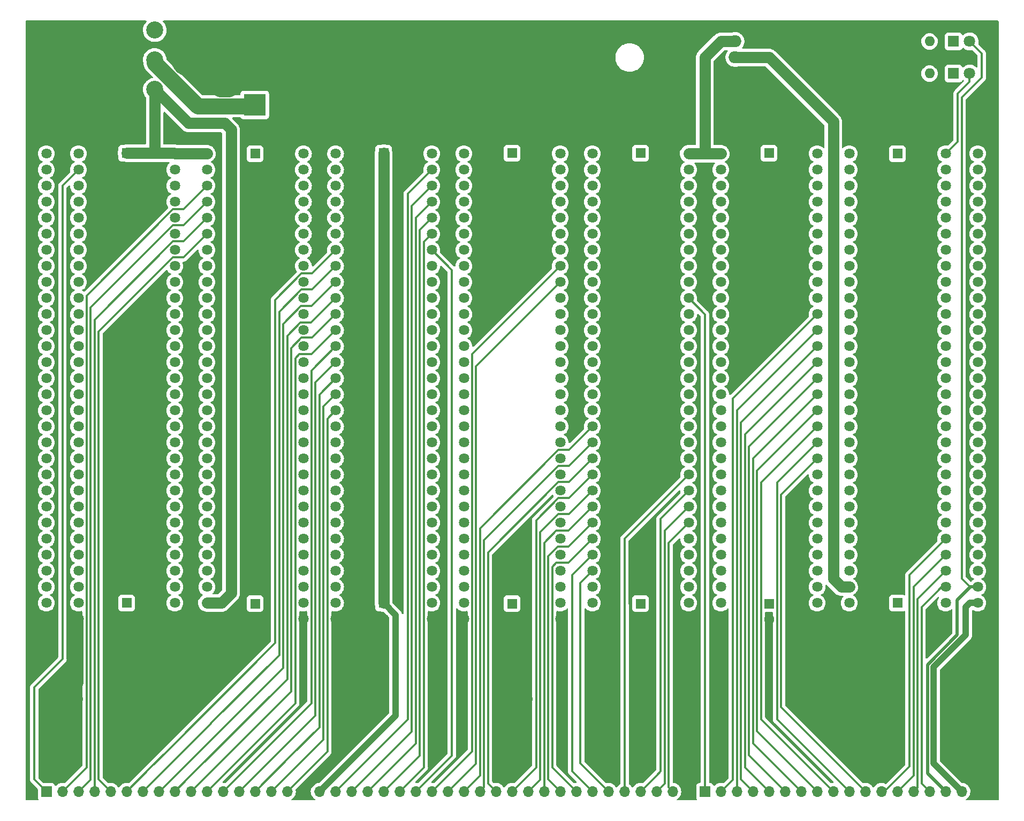
<source format=gbl>
G04 #@! TF.GenerationSoftware,KiCad,Pcbnew,(6.0.7)*
G04 #@! TF.CreationDate,2022-10-13T06:51:31-04:00*
G04 #@! TF.ProjectId,Part 5 - Backplane,50617274-2035-4202-9d20-4261636b706c,2*
G04 #@! TF.SameCoordinates,Original*
G04 #@! TF.FileFunction,Copper,L2,Bot*
G04 #@! TF.FilePolarity,Positive*
%FSLAX46Y46*%
G04 Gerber Fmt 4.6, Leading zero omitted, Abs format (unit mm)*
G04 Created by KiCad (PCBNEW (6.0.7)) date 2022-10-13 06:51:31*
%MOMM*%
%LPD*%
G01*
G04 APERTURE LIST*
G04 Aperture macros list*
%AMRoundRect*
0 Rectangle with rounded corners*
0 $1 Rounding radius*
0 $2 $3 $4 $5 $6 $7 $8 $9 X,Y pos of 4 corners*
0 Add a 4 corners polygon primitive as box body*
4,1,4,$2,$3,$4,$5,$6,$7,$8,$9,$2,$3,0*
0 Add four circle primitives for the rounded corners*
1,1,$1+$1,$2,$3*
1,1,$1+$1,$4,$5*
1,1,$1+$1,$6,$7*
1,1,$1+$1,$8,$9*
0 Add four rect primitives between the rounded corners*
20,1,$1+$1,$2,$3,$4,$5,0*
20,1,$1+$1,$4,$5,$6,$7,0*
20,1,$1+$1,$6,$7,$8,$9,0*
20,1,$1+$1,$8,$9,$2,$3,0*%
G04 Aperture macros list end*
G04 #@! TA.AperFunction,ComponentPad*
%ADD10C,0.800000*%
G04 #@! TD*
G04 #@! TA.AperFunction,ComponentPad*
%ADD11C,6.400000*%
G04 #@! TD*
G04 #@! TA.AperFunction,ComponentPad*
%ADD12R,1.600000X1.600000*%
G04 #@! TD*
G04 #@! TA.AperFunction,ComponentPad*
%ADD13C,1.600000*%
G04 #@! TD*
G04 #@! TA.AperFunction,ComponentPad*
%ADD14R,3.500000X3.500000*%
G04 #@! TD*
G04 #@! TA.AperFunction,ComponentPad*
%ADD15RoundRect,0.750000X-1.000000X0.750000X-1.000000X-0.750000X1.000000X-0.750000X1.000000X0.750000X0*%
G04 #@! TD*
G04 #@! TA.AperFunction,ComponentPad*
%ADD16RoundRect,0.875000X-0.875000X0.875000X-0.875000X-0.875000X0.875000X-0.875000X0.875000X0.875000X0*%
G04 #@! TD*
G04 #@! TA.AperFunction,ComponentPad*
%ADD17R,2.000000X1.905000*%
G04 #@! TD*
G04 #@! TA.AperFunction,ComponentPad*
%ADD18O,2.000000X1.905000*%
G04 #@! TD*
G04 #@! TA.AperFunction,ComponentPad*
%ADD19O,1.600000X1.600000*%
G04 #@! TD*
G04 #@! TA.AperFunction,ComponentPad*
%ADD20R,1.638000X1.638000*%
G04 #@! TD*
G04 #@! TA.AperFunction,ComponentPad*
%ADD21C,1.638000*%
G04 #@! TD*
G04 #@! TA.AperFunction,ComponentPad*
%ADD22R,1.800000X1.800000*%
G04 #@! TD*
G04 #@! TA.AperFunction,ComponentPad*
%ADD23C,1.800000*%
G04 #@! TD*
G04 #@! TA.AperFunction,ComponentPad*
%ADD24R,1.700000X1.700000*%
G04 #@! TD*
G04 #@! TA.AperFunction,ComponentPad*
%ADD25O,1.700000X1.700000*%
G04 #@! TD*
G04 #@! TA.AperFunction,ComponentPad*
%ADD26C,2.700000*%
G04 #@! TD*
G04 #@! TA.AperFunction,Conductor*
%ADD27C,1.000000*%
G04 #@! TD*
G04 #@! TA.AperFunction,Conductor*
%ADD28C,1.750000*%
G04 #@! TD*
G04 #@! TA.AperFunction,Conductor*
%ADD29C,0.333000*%
G04 #@! TD*
G04 #@! TA.AperFunction,Conductor*
%ADD30C,1.500000*%
G04 #@! TD*
G04 #@! TA.AperFunction,Conductor*
%ADD31C,0.500000*%
G04 #@! TD*
G04 #@! TA.AperFunction,Conductor*
%ADD32C,2.500000*%
G04 #@! TD*
G04 APERTURE END LIST*
D10*
X163830000Y-44310000D03*
X162132944Y-40212944D03*
X165527056Y-43607056D03*
X161430000Y-41910000D03*
X165527056Y-40212944D03*
X163830000Y-39510000D03*
D11*
X163830000Y-41910000D03*
D10*
X166230000Y-41910000D03*
X162132944Y-43607056D03*
D12*
X92710000Y-128270000D03*
D13*
X92710000Y-130770000D03*
D14*
X72331500Y-49434000D03*
D15*
X72331500Y-43434000D03*
D16*
X67631500Y-46434000D03*
D12*
X52070000Y-57062379D03*
D13*
X52070000Y-54562379D03*
D10*
X43607056Y-145207056D03*
X43607056Y-141812944D03*
X41910000Y-145910000D03*
X39510000Y-143510000D03*
D11*
X41910000Y-143510000D03*
D10*
X40212944Y-141812944D03*
X40212944Y-145207056D03*
X44310000Y-143510000D03*
X41910000Y-141110000D03*
D12*
X113030000Y-128357621D03*
D13*
X113030000Y-130857621D03*
D17*
X148295000Y-44450000D03*
D18*
X148295000Y-41910000D03*
X148295000Y-39370000D03*
D12*
X52070000Y-128270000D03*
D13*
X52070000Y-130770000D03*
X168910000Y-44450000D03*
D19*
X179070000Y-44450000D03*
D20*
X85117000Y-54610000D03*
D21*
X85117000Y-57150000D03*
X85117000Y-59690000D03*
X85117000Y-62230000D03*
X85117000Y-64770000D03*
X85117000Y-67310000D03*
X85117000Y-69850000D03*
X85117000Y-72390000D03*
X85117000Y-74930000D03*
X85117000Y-77470000D03*
X85117000Y-80010000D03*
X85117000Y-82550000D03*
X85117000Y-85090000D03*
X85117000Y-87630000D03*
X85117000Y-90170000D03*
X85117000Y-92710000D03*
X85117000Y-95250000D03*
X85117000Y-97790000D03*
X85117000Y-100330000D03*
X85117000Y-102870000D03*
X85117000Y-105410000D03*
X85117000Y-107950000D03*
X85117000Y-110490000D03*
X85117000Y-113030000D03*
X85117000Y-115570000D03*
X85117000Y-118110000D03*
X85117000Y-120650000D03*
X85117000Y-123190000D03*
X85117000Y-125730000D03*
X85117000Y-128270000D03*
X85117000Y-130810000D03*
X80037000Y-54610000D03*
X80037000Y-57150000D03*
X80037000Y-59690000D03*
X80037000Y-62230000D03*
X80037000Y-64770000D03*
X80037000Y-67310000D03*
X80037000Y-69850000D03*
X80037000Y-72390000D03*
X80037000Y-74930000D03*
X80037000Y-77470000D03*
X80037000Y-80010000D03*
X80037000Y-82550000D03*
X80037000Y-85090000D03*
X80037000Y-87630000D03*
X80037000Y-90170000D03*
X80037000Y-92710000D03*
X80037000Y-95250000D03*
X80037000Y-97790000D03*
X80037000Y-100330000D03*
X80037000Y-102870000D03*
X80037000Y-105410000D03*
X80037000Y-107950000D03*
X80037000Y-110490000D03*
X80037000Y-113030000D03*
X80037000Y-115570000D03*
X80037000Y-118110000D03*
X80037000Y-120650000D03*
X80037000Y-123190000D03*
X80037000Y-125730000D03*
X80037000Y-128270000D03*
X80037000Y-130810000D03*
D20*
X105410000Y-54610000D03*
D21*
X105410000Y-57150000D03*
X105410000Y-59690000D03*
X105410000Y-62230000D03*
X105410000Y-64770000D03*
X105410000Y-67310000D03*
X105410000Y-69850000D03*
X105410000Y-72390000D03*
X105410000Y-74930000D03*
X105410000Y-77470000D03*
X105410000Y-80010000D03*
X105410000Y-82550000D03*
X105410000Y-85090000D03*
X105410000Y-87630000D03*
X105410000Y-90170000D03*
X105410000Y-92710000D03*
X105410000Y-95250000D03*
X105410000Y-97790000D03*
X105410000Y-100330000D03*
X105410000Y-102870000D03*
X105410000Y-105410000D03*
X105410000Y-107950000D03*
X105410000Y-110490000D03*
X105410000Y-113030000D03*
X105410000Y-115570000D03*
X105410000Y-118110000D03*
X105410000Y-120650000D03*
X105410000Y-123190000D03*
X105410000Y-125730000D03*
X105410000Y-128270000D03*
X105410000Y-130810000D03*
X100330000Y-54610000D03*
X100330000Y-57150000D03*
X100330000Y-59690000D03*
X100330000Y-62230000D03*
X100330000Y-64770000D03*
X100330000Y-67310000D03*
X100330000Y-69850000D03*
X100330000Y-72390000D03*
X100330000Y-74930000D03*
X100330000Y-77470000D03*
X100330000Y-80010000D03*
X100330000Y-82550000D03*
X100330000Y-85090000D03*
X100330000Y-87630000D03*
X100330000Y-90170000D03*
X100330000Y-92710000D03*
X100330000Y-95250000D03*
X100330000Y-97790000D03*
X100330000Y-100330000D03*
X100330000Y-102870000D03*
X100330000Y-105410000D03*
X100330000Y-107950000D03*
X100330000Y-110490000D03*
X100330000Y-113030000D03*
X100330000Y-115570000D03*
X100330000Y-118110000D03*
X100330000Y-120650000D03*
X100330000Y-123190000D03*
X100330000Y-125730000D03*
X100330000Y-128270000D03*
X100330000Y-130810000D03*
D20*
X186690000Y-54610000D03*
D21*
X186690000Y-57150000D03*
X186690000Y-59690000D03*
X186690000Y-62230000D03*
X186690000Y-64770000D03*
X186690000Y-67310000D03*
X186690000Y-69850000D03*
X186690000Y-72390000D03*
X186690000Y-74930000D03*
X186690000Y-77470000D03*
X186690000Y-80010000D03*
X186690000Y-82550000D03*
X186690000Y-85090000D03*
X186690000Y-87630000D03*
X186690000Y-90170000D03*
X186690000Y-92710000D03*
X186690000Y-95250000D03*
X186690000Y-97790000D03*
X186690000Y-100330000D03*
X186690000Y-102870000D03*
X186690000Y-105410000D03*
X186690000Y-107950000D03*
X186690000Y-110490000D03*
X186690000Y-113030000D03*
X186690000Y-115570000D03*
X186690000Y-118110000D03*
X186690000Y-120650000D03*
X186690000Y-123190000D03*
X186690000Y-125730000D03*
X186690000Y-128270000D03*
X186690000Y-130810000D03*
X181610000Y-54610000D03*
X181610000Y-57150000D03*
X181610000Y-59690000D03*
X181610000Y-62230000D03*
X181610000Y-64770000D03*
X181610000Y-67310000D03*
X181610000Y-69850000D03*
X181610000Y-72390000D03*
X181610000Y-74930000D03*
X181610000Y-77470000D03*
X181610000Y-80010000D03*
X181610000Y-82550000D03*
X181610000Y-85090000D03*
X181610000Y-87630000D03*
X181610000Y-90170000D03*
X181610000Y-92710000D03*
X181610000Y-95250000D03*
X181610000Y-97790000D03*
X181610000Y-100330000D03*
X181610000Y-102870000D03*
X181610000Y-105410000D03*
X181610000Y-107950000D03*
X181610000Y-110490000D03*
X181610000Y-113030000D03*
X181610000Y-115570000D03*
X181610000Y-118110000D03*
X181610000Y-120650000D03*
X181610000Y-123190000D03*
X181610000Y-125730000D03*
X181610000Y-128270000D03*
X181610000Y-130810000D03*
D22*
X182875000Y-44450000D03*
D23*
X185415000Y-44450000D03*
D13*
X168910000Y-39370000D03*
D19*
X179070000Y-39370000D03*
D12*
X113030000Y-57062379D03*
D13*
X113030000Y-54562379D03*
D12*
X92710000Y-57062379D03*
D13*
X92710000Y-54562379D03*
D20*
X64770000Y-54610000D03*
D21*
X64770000Y-57150000D03*
X64770000Y-59690000D03*
X64770000Y-62230000D03*
X64770000Y-64770000D03*
X64770000Y-67310000D03*
X64770000Y-69850000D03*
X64770000Y-72390000D03*
X64770000Y-74930000D03*
X64770000Y-77470000D03*
X64770000Y-80010000D03*
X64770000Y-82550000D03*
X64770000Y-85090000D03*
X64770000Y-87630000D03*
X64770000Y-90170000D03*
X64770000Y-92710000D03*
X64770000Y-95250000D03*
X64770000Y-97790000D03*
X64770000Y-100330000D03*
X64770000Y-102870000D03*
X64770000Y-105410000D03*
X64770000Y-107950000D03*
X64770000Y-110490000D03*
X64770000Y-113030000D03*
X64770000Y-115570000D03*
X64770000Y-118110000D03*
X64770000Y-120650000D03*
X64770000Y-123190000D03*
X64770000Y-125730000D03*
X64770000Y-128270000D03*
X64770000Y-130810000D03*
X59690000Y-54610000D03*
X59690000Y-57150000D03*
X59690000Y-59690000D03*
X59690000Y-62230000D03*
X59690000Y-64770000D03*
X59690000Y-67310000D03*
X59690000Y-69850000D03*
X59690000Y-72390000D03*
X59690000Y-74930000D03*
X59690000Y-77470000D03*
X59690000Y-80010000D03*
X59690000Y-82550000D03*
X59690000Y-85090000D03*
X59690000Y-87630000D03*
X59690000Y-90170000D03*
X59690000Y-92710000D03*
X59690000Y-95250000D03*
X59690000Y-97790000D03*
X59690000Y-100330000D03*
X59690000Y-102870000D03*
X59690000Y-105410000D03*
X59690000Y-107950000D03*
X59690000Y-110490000D03*
X59690000Y-113030000D03*
X59690000Y-115570000D03*
X59690000Y-118110000D03*
X59690000Y-120650000D03*
X59690000Y-123190000D03*
X59690000Y-125730000D03*
X59690000Y-128270000D03*
X59690000Y-130810000D03*
D10*
X111332944Y-145207056D03*
X114727056Y-141812944D03*
X115430000Y-143510000D03*
D11*
X113030000Y-143510000D03*
D10*
X110630000Y-143510000D03*
X111332944Y-141812944D03*
X113030000Y-145910000D03*
X114727056Y-145207056D03*
X113030000Y-141110000D03*
D12*
X133350000Y-57062379D03*
D13*
X133350000Y-54562379D03*
D12*
X153670000Y-57062379D03*
D13*
X153670000Y-54562379D03*
D24*
X143525000Y-158115000D03*
D25*
X146065000Y-158115000D03*
X148605000Y-158115000D03*
X151145000Y-158115000D03*
X153685000Y-158115000D03*
X156225000Y-158115000D03*
X158765000Y-158115000D03*
X161305000Y-158115000D03*
X163845000Y-158115000D03*
X166385000Y-158115000D03*
X168925000Y-158115000D03*
X171465000Y-158115000D03*
X174005000Y-158115000D03*
X176545000Y-158115000D03*
X179085000Y-158115000D03*
X181625000Y-158115000D03*
X184165000Y-158115000D03*
X186705000Y-158115000D03*
D12*
X173990000Y-128270000D03*
D13*
X173990000Y-130770000D03*
D26*
X56515000Y-46990000D03*
X56515000Y-42290000D03*
X56515000Y-37590000D03*
X43815000Y-44830000D03*
X43815000Y-39750000D03*
D12*
X173990000Y-57150000D03*
D13*
X173990000Y-54650000D03*
D10*
X62230000Y-39510000D03*
X60532944Y-43607056D03*
X63927056Y-43607056D03*
X59830000Y-41910000D03*
X64630000Y-41910000D03*
X62230000Y-44310000D03*
X60532944Y-40212944D03*
D11*
X62230000Y-41910000D03*
D10*
X63927056Y-40212944D03*
D22*
X182875000Y-39370000D03*
D23*
X185415000Y-39370000D03*
D12*
X72390000Y-57150000D03*
D13*
X72390000Y-54650000D03*
D12*
X133350000Y-128357621D03*
D13*
X133350000Y-130857621D03*
D20*
X44450000Y-54610000D03*
D21*
X44450000Y-57150000D03*
X44450000Y-59690000D03*
X44450000Y-62230000D03*
X44450000Y-64770000D03*
X44450000Y-67310000D03*
X44450000Y-69850000D03*
X44450000Y-72390000D03*
X44450000Y-74930000D03*
X44450000Y-77470000D03*
X44450000Y-80010000D03*
X44450000Y-82550000D03*
X44450000Y-85090000D03*
X44450000Y-87630000D03*
X44450000Y-90170000D03*
X44450000Y-92710000D03*
X44450000Y-95250000D03*
X44450000Y-97790000D03*
X44450000Y-100330000D03*
X44450000Y-102870000D03*
X44450000Y-105410000D03*
X44450000Y-107950000D03*
X44450000Y-110490000D03*
X44450000Y-113030000D03*
X44450000Y-115570000D03*
X44450000Y-118110000D03*
X44450000Y-120650000D03*
X44450000Y-123190000D03*
X44450000Y-125730000D03*
X44450000Y-128270000D03*
X44450000Y-130810000D03*
X39370000Y-54610000D03*
X39370000Y-57150000D03*
X39370000Y-59690000D03*
X39370000Y-62230000D03*
X39370000Y-64770000D03*
X39370000Y-67310000D03*
X39370000Y-69850000D03*
X39370000Y-72390000D03*
X39370000Y-74930000D03*
X39370000Y-77470000D03*
X39370000Y-80010000D03*
X39370000Y-82550000D03*
X39370000Y-85090000D03*
X39370000Y-87630000D03*
X39370000Y-90170000D03*
X39370000Y-92710000D03*
X39370000Y-95250000D03*
X39370000Y-97790000D03*
X39370000Y-100330000D03*
X39370000Y-102870000D03*
X39370000Y-105410000D03*
X39370000Y-107950000D03*
X39370000Y-110490000D03*
X39370000Y-113030000D03*
X39370000Y-115570000D03*
X39370000Y-118110000D03*
X39370000Y-120650000D03*
X39370000Y-123190000D03*
X39370000Y-125730000D03*
X39370000Y-128270000D03*
X39370000Y-130810000D03*
D24*
X39375000Y-158115000D03*
D25*
X41915000Y-158115000D03*
X44455000Y-158115000D03*
X46995000Y-158115000D03*
X49535000Y-158115000D03*
X52075000Y-158115000D03*
X54615000Y-158115000D03*
X57155000Y-158115000D03*
X59695000Y-158115000D03*
X62235000Y-158115000D03*
X64775000Y-158115000D03*
X67315000Y-158115000D03*
X69855000Y-158115000D03*
X72395000Y-158115000D03*
X74935000Y-158115000D03*
X77475000Y-158115000D03*
X80015000Y-158115000D03*
X82555000Y-158115000D03*
X85095000Y-158115000D03*
X87635000Y-158115000D03*
X90175000Y-158115000D03*
X92715000Y-158115000D03*
X95255000Y-158115000D03*
X97795000Y-158115000D03*
X100335000Y-158115000D03*
X102875000Y-158115000D03*
X105415000Y-158115000D03*
X107955000Y-158115000D03*
X110495000Y-158115000D03*
X113035000Y-158115000D03*
X115575000Y-158115000D03*
X118115000Y-158115000D03*
X120655000Y-158115000D03*
X123195000Y-158115000D03*
X125735000Y-158115000D03*
X128275000Y-158115000D03*
X130815000Y-158115000D03*
X133355000Y-158115000D03*
X135895000Y-158115000D03*
X138435000Y-158115000D03*
D20*
X125730000Y-54610000D03*
D21*
X125730000Y-57150000D03*
X125730000Y-59690000D03*
X125730000Y-62230000D03*
X125730000Y-64770000D03*
X125730000Y-67310000D03*
X125730000Y-69850000D03*
X125730000Y-72390000D03*
X125730000Y-74930000D03*
X125730000Y-77470000D03*
X125730000Y-80010000D03*
X125730000Y-82550000D03*
X125730000Y-85090000D03*
X125730000Y-87630000D03*
X125730000Y-90170000D03*
X125730000Y-92710000D03*
X125730000Y-95250000D03*
X125730000Y-97790000D03*
X125730000Y-100330000D03*
X125730000Y-102870000D03*
X125730000Y-105410000D03*
X125730000Y-107950000D03*
X125730000Y-110490000D03*
X125730000Y-113030000D03*
X125730000Y-115570000D03*
X125730000Y-118110000D03*
X125730000Y-120650000D03*
X125730000Y-123190000D03*
X125730000Y-125730000D03*
X125730000Y-128270000D03*
X125730000Y-130810000D03*
X120650000Y-54610000D03*
X120650000Y-57150000D03*
X120650000Y-59690000D03*
X120650000Y-62230000D03*
X120650000Y-64770000D03*
X120650000Y-67310000D03*
X120650000Y-69850000D03*
X120650000Y-72390000D03*
X120650000Y-74930000D03*
X120650000Y-77470000D03*
X120650000Y-80010000D03*
X120650000Y-82550000D03*
X120650000Y-85090000D03*
X120650000Y-87630000D03*
X120650000Y-90170000D03*
X120650000Y-92710000D03*
X120650000Y-95250000D03*
X120650000Y-97790000D03*
X120650000Y-100330000D03*
X120650000Y-102870000D03*
X120650000Y-105410000D03*
X120650000Y-107950000D03*
X120650000Y-110490000D03*
X120650000Y-113030000D03*
X120650000Y-115570000D03*
X120650000Y-118110000D03*
X120650000Y-120650000D03*
X120650000Y-123190000D03*
X120650000Y-125730000D03*
X120650000Y-128270000D03*
X120650000Y-130810000D03*
D11*
X113030000Y-41910000D03*
D10*
X113030000Y-44310000D03*
X111332944Y-43607056D03*
X114727056Y-43607056D03*
X111332944Y-40212944D03*
X113030000Y-39510000D03*
X114727056Y-40212944D03*
X110630000Y-41910000D03*
X115430000Y-41910000D03*
D12*
X72390000Y-128357621D03*
D13*
X72390000Y-130857621D03*
D12*
X153670000Y-128357621D03*
D13*
X153670000Y-130857621D03*
D10*
X184150000Y-141110000D03*
X185847056Y-145207056D03*
X185847056Y-141812944D03*
D11*
X184150000Y-143510000D03*
D10*
X181750000Y-143510000D03*
X186550000Y-143510000D03*
X182452944Y-141812944D03*
X184150000Y-145910000D03*
X182452944Y-145207056D03*
D20*
X166370000Y-54610000D03*
D21*
X166370000Y-57150000D03*
X166370000Y-59690000D03*
X166370000Y-62230000D03*
X166370000Y-64770000D03*
X166370000Y-67310000D03*
X166370000Y-69850000D03*
X166370000Y-72390000D03*
X166370000Y-74930000D03*
X166370000Y-77470000D03*
X166370000Y-80010000D03*
X166370000Y-82550000D03*
X166370000Y-85090000D03*
X166370000Y-87630000D03*
X166370000Y-90170000D03*
X166370000Y-92710000D03*
X166370000Y-95250000D03*
X166370000Y-97790000D03*
X166370000Y-100330000D03*
X166370000Y-102870000D03*
X166370000Y-105410000D03*
X166370000Y-107950000D03*
X166370000Y-110490000D03*
X166370000Y-113030000D03*
X166370000Y-115570000D03*
X166370000Y-118110000D03*
X166370000Y-120650000D03*
X166370000Y-123190000D03*
X166370000Y-125730000D03*
X166370000Y-128270000D03*
X166370000Y-130810000D03*
X161290000Y-54610000D03*
X161290000Y-57150000D03*
X161290000Y-59690000D03*
X161290000Y-62230000D03*
X161290000Y-64770000D03*
X161290000Y-67310000D03*
X161290000Y-69850000D03*
X161290000Y-72390000D03*
X161290000Y-74930000D03*
X161290000Y-77470000D03*
X161290000Y-80010000D03*
X161290000Y-82550000D03*
X161290000Y-85090000D03*
X161290000Y-87630000D03*
X161290000Y-90170000D03*
X161290000Y-92710000D03*
X161290000Y-95250000D03*
X161290000Y-97790000D03*
X161290000Y-100330000D03*
X161290000Y-102870000D03*
X161290000Y-105410000D03*
X161290000Y-107950000D03*
X161290000Y-110490000D03*
X161290000Y-113030000D03*
X161290000Y-115570000D03*
X161290000Y-118110000D03*
X161290000Y-120650000D03*
X161290000Y-123190000D03*
X161290000Y-125730000D03*
X161290000Y-128270000D03*
X161290000Y-130810000D03*
D20*
X146050000Y-54610000D03*
D21*
X146050000Y-57150000D03*
X146050000Y-59690000D03*
X146050000Y-62230000D03*
X146050000Y-64770000D03*
X146050000Y-67310000D03*
X146050000Y-69850000D03*
X146050000Y-72390000D03*
X146050000Y-74930000D03*
X146050000Y-77470000D03*
X146050000Y-80010000D03*
X146050000Y-82550000D03*
X146050000Y-85090000D03*
X146050000Y-87630000D03*
X146050000Y-90170000D03*
X146050000Y-92710000D03*
X146050000Y-95250000D03*
X146050000Y-97790000D03*
X146050000Y-100330000D03*
X146050000Y-102870000D03*
X146050000Y-105410000D03*
X146050000Y-107950000D03*
X146050000Y-110490000D03*
X146050000Y-113030000D03*
X146050000Y-115570000D03*
X146050000Y-118110000D03*
X146050000Y-120650000D03*
X146050000Y-123190000D03*
X146050000Y-125730000D03*
X146050000Y-128270000D03*
X146050000Y-130810000D03*
X140970000Y-54610000D03*
X140970000Y-57150000D03*
X140970000Y-59690000D03*
X140970000Y-62230000D03*
X140970000Y-64770000D03*
X140970000Y-67310000D03*
X140970000Y-69850000D03*
X140970000Y-72390000D03*
X140970000Y-74930000D03*
X140970000Y-77470000D03*
X140970000Y-80010000D03*
X140970000Y-82550000D03*
X140970000Y-85090000D03*
X140970000Y-87630000D03*
X140970000Y-90170000D03*
X140970000Y-92710000D03*
X140970000Y-95250000D03*
X140970000Y-97790000D03*
X140970000Y-100330000D03*
X140970000Y-102870000D03*
X140970000Y-105410000D03*
X140970000Y-107950000D03*
X140970000Y-110490000D03*
X140970000Y-113030000D03*
X140970000Y-115570000D03*
X140970000Y-118110000D03*
X140970000Y-120650000D03*
X140970000Y-123190000D03*
X140970000Y-125730000D03*
X140970000Y-128270000D03*
X140970000Y-130810000D03*
D27*
X186690000Y-128270000D02*
X185420000Y-128270000D01*
D28*
X56515000Y-46990000D02*
X61849000Y-52324000D01*
X140970000Y-57150000D02*
X143510000Y-57150000D01*
D27*
X94615000Y-146055000D02*
X94615000Y-130175000D01*
D28*
X67056000Y-128270000D02*
X64770000Y-128270000D01*
X143510000Y-57150000D02*
X146050000Y-57150000D01*
X92710000Y-128270000D02*
X92710000Y-57062379D01*
D27*
X185420000Y-128270000D02*
X184785000Y-128905000D01*
D29*
X185415000Y-45725000D02*
X183515000Y-47625000D01*
D28*
X68580000Y-126746000D02*
X67056000Y-128270000D01*
D29*
X183515000Y-55245000D02*
X181610000Y-57150000D01*
D28*
X59690000Y-57150000D02*
X64770000Y-57150000D01*
X56515000Y-46990000D02*
X56515000Y-56515000D01*
D29*
X183515000Y-47625000D02*
X183515000Y-55245000D01*
D27*
X179705000Y-138430000D02*
X179705000Y-153655000D01*
D28*
X59602379Y-57062379D02*
X59690000Y-57150000D01*
D27*
X184785000Y-128905000D02*
X184785000Y-133350000D01*
D28*
X56515000Y-56515000D02*
X55967621Y-57062379D01*
D27*
X184785000Y-133350000D02*
X179705000Y-138430000D01*
D28*
X146050000Y-39370000D02*
X143510000Y-41910000D01*
D27*
X82555000Y-158115000D02*
X94615000Y-146055000D01*
D29*
X185415000Y-44450000D02*
X185415000Y-45725000D01*
D28*
X52070000Y-57062379D02*
X55967621Y-57062379D01*
X143510000Y-41910000D02*
X143510000Y-57150000D01*
X148295000Y-39370000D02*
X146050000Y-39370000D01*
X68580000Y-53340000D02*
X68580000Y-126746000D01*
X67564000Y-52324000D02*
X68580000Y-53340000D01*
D27*
X179705000Y-153655000D02*
X184165000Y-158115000D01*
D28*
X55967621Y-57062379D02*
X59602379Y-57062379D01*
X61849000Y-52324000D02*
X67564000Y-52324000D01*
D27*
X94615000Y-130175000D02*
X92710000Y-128270000D01*
D30*
X82550000Y-54610000D02*
X82550000Y-48895000D01*
D27*
X188595000Y-135255000D02*
X188595000Y-143510000D01*
D30*
X82550000Y-48895000D02*
X77089000Y-43434000D01*
X77089000Y-43434000D02*
X72331500Y-43434000D01*
X166370000Y-54610000D02*
X166370000Y-44450000D01*
D28*
X148295000Y-44450000D02*
X148295000Y-52365000D01*
D30*
X113030000Y-143510000D02*
X113030000Y-130857621D01*
D27*
X92710000Y-145420000D02*
X92710000Y-130770000D01*
D30*
X44450000Y-130810000D02*
X44450000Y-140970000D01*
D27*
X80015000Y-158115000D02*
X92710000Y-145420000D01*
D30*
X166370000Y-44450000D02*
X163830000Y-41910000D01*
X44450000Y-140970000D02*
X41910000Y-143510000D01*
D27*
X188595000Y-156225000D02*
X186705000Y-158115000D01*
X186690000Y-130810000D02*
X186690000Y-133350000D01*
X186690000Y-133350000D02*
X188595000Y-135255000D01*
D30*
X113030000Y-54562379D02*
X113030000Y-41910000D01*
X80037000Y-54610000D02*
X82550000Y-54610000D01*
X82550000Y-54610000D02*
X85117000Y-54610000D01*
D28*
X148295000Y-52365000D02*
X146050000Y-54610000D01*
D27*
X188595000Y-143510000D02*
X188595000Y-156225000D01*
X184150000Y-143510000D02*
X188595000Y-143510000D01*
D29*
X41910000Y-137160000D02*
X41910000Y-62230000D01*
X39375000Y-158115000D02*
X39370000Y-158115000D01*
X41910000Y-62230000D02*
X44450000Y-59690000D01*
X37465000Y-141605000D02*
X41910000Y-137160000D01*
X37465000Y-156210000D02*
X37465000Y-141605000D01*
X39370000Y-158115000D02*
X37465000Y-156210000D01*
X61044500Y-65955500D02*
X64770000Y-62230000D01*
X45720000Y-154310000D02*
X45720000Y-79603449D01*
X41915000Y-158115000D02*
X45720000Y-154310000D01*
X59367949Y-65955500D02*
X61044500Y-65955500D01*
X45720000Y-79603449D02*
X59367949Y-65955500D01*
X46355000Y-81508449D02*
X59367949Y-68495500D01*
X44455000Y-158115000D02*
X46355000Y-156215000D01*
X46355000Y-156215000D02*
X46355000Y-81508449D01*
X61044500Y-68495500D02*
X64770000Y-64770000D01*
X59367949Y-68495500D02*
X61044500Y-68495500D01*
X59367949Y-71035500D02*
X61044500Y-71035500D01*
X46995000Y-158115000D02*
X46995000Y-83408449D01*
X61044500Y-71035500D02*
X64770000Y-67310000D01*
X46995000Y-83408449D02*
X59367949Y-71035500D01*
X61044500Y-73575500D02*
X64770000Y-69850000D01*
X47625000Y-85318449D02*
X59367949Y-73575500D01*
X49535000Y-158115000D02*
X47625000Y-156205000D01*
X59367949Y-73575500D02*
X61044500Y-73575500D01*
X47625000Y-156205000D02*
X47625000Y-85318449D01*
X52075000Y-158115000D02*
X55861500Y-154328500D01*
X75565000Y-132080000D02*
X75565000Y-80265449D01*
X81391500Y-76115500D02*
X85117000Y-72390000D01*
X75565000Y-134620000D02*
X75565000Y-132080000D01*
X79714949Y-76115500D02*
X81391500Y-76115500D01*
X58420000Y-151765000D02*
X75565000Y-134620000D01*
X75565000Y-80265449D02*
X79714949Y-76115500D01*
X55861500Y-154328500D02*
X58420000Y-151770000D01*
X58420000Y-151770000D02*
X58420000Y-151765000D01*
X81391500Y-78655500D02*
X85117000Y-74930000D01*
X76200000Y-82170449D02*
X79714949Y-78655500D01*
X65408500Y-147321500D02*
X65408500Y-147316500D01*
X65408500Y-147316500D02*
X76200000Y-136525000D01*
X54615000Y-158115000D02*
X65408500Y-147321500D01*
X76200000Y-136525000D02*
X76200000Y-82170449D01*
X79714949Y-78655500D02*
X81391500Y-78655500D01*
X81307000Y-81280000D02*
X85117000Y-77470000D01*
X76835000Y-138546070D02*
X76835000Y-84075449D01*
X79630449Y-81280000D02*
X81307000Y-81280000D01*
X57266070Y-158115000D02*
X76835000Y-138546070D01*
X57155000Y-158115000D02*
X57266070Y-158115000D01*
X76835000Y-84075449D02*
X79630449Y-81280000D01*
X59695000Y-158115000D02*
X61600000Y-156210000D01*
X77470000Y-140335000D02*
X77470000Y-85980449D01*
X79545949Y-83904500D02*
X81222500Y-83904500D01*
X81222500Y-83904500D02*
X85117000Y-80010000D01*
X61600000Y-156205000D02*
X77470000Y-140335000D01*
X77470000Y-85980449D02*
X79545949Y-83904500D01*
X61600000Y-156210000D02*
X61600000Y-156205000D01*
X79714949Y-86275500D02*
X81391500Y-86275500D01*
X78105000Y-87885449D02*
X79714949Y-86275500D01*
X78105000Y-142245000D02*
X78105000Y-87885449D01*
X62235000Y-158115000D02*
X78105000Y-142245000D01*
X81391500Y-86275500D02*
X85117000Y-82550000D01*
X78740000Y-89535000D02*
X79375000Y-88900000D01*
X81307000Y-88900000D02*
X85117000Y-85090000D01*
X64775000Y-158115000D02*
X78740000Y-144150000D01*
X78740000Y-144150000D02*
X78740000Y-89535000D01*
X79375000Y-88900000D02*
X81307000Y-88900000D01*
X81280000Y-91467000D02*
X85117000Y-87630000D01*
X71125000Y-154300000D02*
X81280000Y-144145000D01*
X81280000Y-144145000D02*
X81280000Y-91467000D01*
X67315000Y-158115000D02*
X71125000Y-154305000D01*
X71125000Y-154305000D02*
X71125000Y-154300000D01*
X81915000Y-93372000D02*
X85117000Y-90170000D01*
X81915000Y-146055000D02*
X81915000Y-93372000D01*
X69855000Y-158115000D02*
X81915000Y-146055000D01*
X82550000Y-95277000D02*
X85117000Y-92710000D01*
X78110000Y-152395000D02*
X82550000Y-147955000D01*
X82550000Y-147955000D02*
X82550000Y-95277000D01*
X72395000Y-158115000D02*
X78110000Y-152400000D01*
X78110000Y-152400000D02*
X78110000Y-152395000D01*
X83185000Y-149865000D02*
X83185000Y-97182000D01*
X74935000Y-158115000D02*
X83185000Y-149865000D01*
X83185000Y-97182000D02*
X85117000Y-95250000D01*
X83820000Y-99087000D02*
X85117000Y-97790000D01*
X83820000Y-151770000D02*
X83820000Y-99087000D01*
X77475000Y-158115000D02*
X83820000Y-151770000D01*
X107950000Y-155580000D02*
X107950000Y-116433449D01*
X105415000Y-158115000D02*
X107950000Y-155580000D01*
X120327949Y-104055500D02*
X122004500Y-104055500D01*
X107950000Y-116433449D02*
X120327949Y-104055500D01*
X122004500Y-104055500D02*
X125730000Y-100330000D01*
X120327949Y-106595500D02*
X122004500Y-106595500D01*
X122004500Y-106595500D02*
X125730000Y-102870000D01*
X107955000Y-158110000D02*
X108585000Y-157480000D01*
X107955000Y-158115000D02*
X107955000Y-158110000D01*
X108585000Y-118338449D02*
X120327949Y-106595500D01*
X108585000Y-157480000D02*
X108585000Y-118338449D01*
X110495000Y-158115000D02*
X109220000Y-156840000D01*
X122004500Y-109135500D02*
X125730000Y-105410000D01*
X120327949Y-109135500D02*
X122004500Y-109135500D01*
X109220000Y-156840000D02*
X109220000Y-120243449D01*
X109220000Y-120243449D02*
X120327949Y-109135500D01*
X113035000Y-158115000D02*
X116840000Y-154310000D01*
X116840000Y-115163449D02*
X120327949Y-111675500D01*
X122004500Y-111675500D02*
X125730000Y-107950000D01*
X120327949Y-111675500D02*
X122004500Y-111675500D01*
X116840000Y-154310000D02*
X116840000Y-115163449D01*
X117475000Y-156215000D02*
X117475000Y-117068449D01*
X122004500Y-114215500D02*
X125730000Y-110490000D01*
X115575000Y-158115000D02*
X117475000Y-156215000D01*
X120327949Y-114215500D02*
X122004500Y-114215500D01*
X117475000Y-117068449D02*
X120327949Y-114215500D01*
X118115000Y-158115000D02*
X118115000Y-118740000D01*
X118115000Y-118740000D02*
X120015000Y-116840000D01*
X120015000Y-116840000D02*
X121920000Y-116840000D01*
X121920000Y-116840000D02*
X125730000Y-113030000D01*
X121920000Y-119380000D02*
X125730000Y-115570000D01*
X118750000Y-156210000D02*
X118750000Y-120873449D01*
X118750000Y-120873449D02*
X120243449Y-119380000D01*
X120655000Y-158115000D02*
X118750000Y-156210000D01*
X120243449Y-119380000D02*
X121920000Y-119380000D01*
X121920000Y-121920000D02*
X125730000Y-118110000D01*
X123195000Y-158115000D02*
X119380000Y-154300000D01*
X120015000Y-121920000D02*
X121920000Y-121920000D01*
X119380000Y-122555000D02*
X120015000Y-121920000D01*
X119380000Y-154300000D02*
X119380000Y-122555000D01*
X122555000Y-123825000D02*
X122555000Y-154935000D01*
X122555000Y-123825000D02*
X125730000Y-120650000D01*
X125735000Y-158115000D02*
X122557500Y-154937500D01*
X122555000Y-154935000D02*
X122557500Y-154937500D01*
X123825000Y-153665000D02*
X125097500Y-154937500D01*
X123825000Y-125095000D02*
X123825000Y-153665000D01*
X123825000Y-125095000D02*
X125730000Y-123190000D01*
X128275000Y-158115000D02*
X125097500Y-154937500D01*
X96520000Y-63500000D02*
X100330000Y-59690000D01*
X85095000Y-158115000D02*
X96520000Y-146690000D01*
X96520000Y-146690000D02*
X96520000Y-63500000D01*
X97155000Y-148595000D02*
X97155000Y-65405000D01*
X87635000Y-158115000D02*
X97155000Y-148595000D01*
X97155000Y-65405000D02*
X100330000Y-62230000D01*
X97790000Y-67310000D02*
X100330000Y-64770000D01*
X97790000Y-150500000D02*
X97790000Y-67310000D01*
X90175000Y-158115000D02*
X97790000Y-150500000D01*
X92715000Y-158115000D02*
X98425000Y-152405000D01*
X98425000Y-69215000D02*
X100330000Y-67310000D01*
X98425000Y-152405000D02*
X98425000Y-69215000D01*
X99060000Y-154310000D02*
X99060000Y-71120000D01*
X95255000Y-158115000D02*
X99060000Y-154310000D01*
X99060000Y-71120000D02*
X100330000Y-69850000D01*
X103505000Y-75565000D02*
X100330000Y-72390000D01*
X103505000Y-152405000D02*
X103505000Y-75565000D01*
X97795000Y-158115000D02*
X103505000Y-152405000D01*
X100335000Y-158115000D02*
X106680000Y-151770000D01*
X106680000Y-151770000D02*
X106680000Y-88900000D01*
X106680000Y-88900000D02*
X120650000Y-74930000D01*
X107315000Y-90805000D02*
X120650000Y-77470000D01*
X102875000Y-158115000D02*
X107315000Y-153675000D01*
X107315000Y-153675000D02*
X107315000Y-90805000D01*
X143525000Y-82565000D02*
X140970000Y-80010000D01*
X143525000Y-158115000D02*
X143525000Y-82565000D01*
X147955000Y-156225000D02*
X147955000Y-95885000D01*
X147955000Y-95885000D02*
X161290000Y-82550000D01*
X146065000Y-158115000D02*
X147955000Y-156225000D01*
X148605000Y-158115000D02*
X148605000Y-97775000D01*
X148605000Y-97775000D02*
X161290000Y-85090000D01*
X149225000Y-99695000D02*
X161290000Y-87630000D01*
X149225000Y-156195000D02*
X149225000Y-99695000D01*
X151145000Y-158115000D02*
X149225000Y-156195000D01*
X149860000Y-101600000D02*
X161290000Y-90170000D01*
X149860000Y-154290000D02*
X149860000Y-101600000D01*
X153685000Y-158115000D02*
X149860000Y-154290000D01*
X156225000Y-158115000D02*
X150495000Y-152385000D01*
X150495000Y-152385000D02*
X150495000Y-103505000D01*
X150495000Y-103505000D02*
X161290000Y-92710000D01*
X151130000Y-105410000D02*
X161290000Y-95250000D01*
X151130000Y-150480000D02*
X151130000Y-105410000D01*
X158765000Y-158115000D02*
X151130000Y-150480000D01*
X151765000Y-148575000D02*
X151765000Y-107315000D01*
X161305000Y-158115000D02*
X151765000Y-148575000D01*
X151765000Y-107315000D02*
X161290000Y-97790000D01*
X163845000Y-158115000D02*
X152400000Y-146670000D01*
X152400000Y-146670000D02*
X152400000Y-109220000D01*
X152400000Y-109220000D02*
X161290000Y-100330000D01*
X166385000Y-158115000D02*
X154955000Y-146685000D01*
X154955000Y-109205000D02*
X161290000Y-102870000D01*
X154955000Y-146685000D02*
X154955000Y-109205000D01*
X130815000Y-158115000D02*
X130815000Y-128559621D01*
X130810000Y-118110000D02*
X140970000Y-107950000D01*
X130815000Y-128559621D02*
X130810000Y-128554621D01*
X130810000Y-128554621D02*
X130810000Y-118110000D01*
X135890000Y-155580000D02*
X135890000Y-155575000D01*
X135890000Y-155575000D02*
X136525000Y-154940000D01*
X133355000Y-158115000D02*
X135890000Y-155580000D01*
X136525000Y-154940000D02*
X136525000Y-114935000D01*
X140970000Y-110490000D02*
X136525000Y-114935000D01*
X137160000Y-156850000D02*
X135895000Y-158115000D01*
X137160000Y-116840000D02*
X140970000Y-113030000D01*
X137160000Y-156850000D02*
X137160000Y-116840000D01*
X137795000Y-157480000D02*
X137795000Y-118745000D01*
X140970000Y-115570000D02*
X137795000Y-118745000D01*
X138435000Y-158115000D02*
X138430000Y-158115000D01*
X138430000Y-158115000D02*
X137795000Y-157480000D01*
X171465000Y-158115000D02*
X171830457Y-158115000D01*
X175823038Y-154233038D02*
X171941076Y-158115000D01*
X178435000Y-121285000D02*
X181610000Y-118110000D01*
X171941076Y-158115000D02*
X171465000Y-158115000D01*
X175895000Y-123825000D02*
X175895000Y-154161076D01*
X175895000Y-154161076D02*
X175823038Y-154233038D01*
X178435000Y-121285000D02*
X175895000Y-123825000D01*
X174005000Y-158115000D02*
X176537500Y-155582500D01*
X176530000Y-155575000D02*
X176537500Y-155582500D01*
X176530000Y-125730000D02*
X176530000Y-155575000D01*
X179070000Y-123190000D02*
X176530000Y-125730000D01*
X179070000Y-123190000D02*
X181610000Y-120650000D01*
X179705000Y-125095000D02*
X177165000Y-127635000D01*
X176545000Y-158115000D02*
X177172500Y-157487500D01*
X179705000Y-125095000D02*
X181610000Y-123190000D01*
X177165000Y-127635000D02*
X177165000Y-157480000D01*
X177165000Y-157480000D02*
X177172500Y-157487500D01*
X180340000Y-126365000D02*
X180975000Y-125730000D01*
X177800000Y-128905000D02*
X177800000Y-156830000D01*
X177800000Y-156830000D02*
X179085000Y-158115000D01*
X180975000Y-125730000D02*
X181610000Y-125730000D01*
X180340000Y-126365000D02*
X177800000Y-128905000D01*
D28*
X165100000Y-125730000D02*
X166370000Y-125730000D01*
D29*
X186690000Y-125730000D02*
X185420000Y-125730000D01*
D28*
X148295000Y-41910000D02*
X153670000Y-41910000D01*
D29*
X184150000Y-48260000D02*
X187325000Y-45085000D01*
X184150000Y-124460000D02*
X184150000Y-48260000D01*
D31*
X178755499Y-138036704D02*
X178755499Y-155245499D01*
D29*
X187325000Y-45085000D02*
X187325000Y-41280000D01*
D31*
X186690000Y-125730000D02*
X185531760Y-125730000D01*
D29*
X187325000Y-41280000D02*
X185415000Y-39370000D01*
D31*
X185531760Y-125730000D02*
X183460499Y-127801261D01*
D29*
X185420000Y-125730000D02*
X184150000Y-124460000D01*
D28*
X163830000Y-124460000D02*
X165100000Y-125730000D01*
X153670000Y-41910000D02*
X163830000Y-52070000D01*
D31*
X183460499Y-133331704D02*
X178755499Y-138036704D01*
X178755499Y-155245499D02*
X181625000Y-158115000D01*
D28*
X163830000Y-52070000D02*
X163830000Y-124460000D01*
D31*
X183460499Y-127801261D02*
X183460499Y-133331704D01*
D32*
X72331500Y-49434000D02*
X72131500Y-49634000D01*
X63377906Y-49634000D02*
X72131500Y-49634000D01*
X56515000Y-42290000D02*
X56515000Y-42771094D01*
X56515000Y-42771094D02*
X63377906Y-49634000D01*
D29*
X155575000Y-111125000D02*
X161290000Y-105410000D01*
X155575000Y-144765000D02*
X155575000Y-111125000D01*
X168925000Y-158115000D02*
X155575000Y-144765000D01*
G04 #@! TA.AperFunction,Conductor*
G36*
X55170806Y-36088502D02*
G01*
X55217299Y-36142158D01*
X55227403Y-36212432D01*
X55197909Y-36277012D01*
X55189665Y-36285662D01*
X55136885Y-36336011D01*
X54973945Y-36542700D01*
X54945529Y-36591622D01*
X54843987Y-36766438D01*
X54843984Y-36766444D01*
X54841753Y-36770285D01*
X54742947Y-37014225D01*
X54679498Y-37269654D01*
X54652672Y-37531474D01*
X54663005Y-37794462D01*
X54663805Y-37798842D01*
X54701509Y-38005288D01*
X54710290Y-38053371D01*
X54723557Y-38093138D01*
X54790770Y-38294598D01*
X54793584Y-38303034D01*
X54831676Y-38379267D01*
X54895833Y-38507665D01*
X54911225Y-38538470D01*
X54913754Y-38542129D01*
X55027612Y-38706868D01*
X55060865Y-38754982D01*
X55099992Y-38797309D01*
X55214107Y-38920757D01*
X55239520Y-38948249D01*
X55443623Y-39114415D01*
X55447431Y-39116708D01*
X55447433Y-39116709D01*
X55665288Y-39247868D01*
X55665292Y-39247870D01*
X55669104Y-39250165D01*
X55722811Y-39272907D01*
X55907359Y-39351054D01*
X55907364Y-39351056D01*
X55911462Y-39352791D01*
X55915760Y-39353930D01*
X55915764Y-39353932D01*
X55989057Y-39373365D01*
X56165862Y-39420244D01*
X56427229Y-39451179D01*
X56690347Y-39444978D01*
X56726016Y-39439041D01*
X56945576Y-39402496D01*
X56945580Y-39402495D01*
X56949966Y-39401765D01*
X56954207Y-39400424D01*
X56954210Y-39400423D01*
X57196661Y-39323746D01*
X57196663Y-39323745D01*
X57200907Y-39322403D01*
X57204918Y-39320477D01*
X57204923Y-39320475D01*
X57434143Y-39210405D01*
X57434144Y-39210404D01*
X57438162Y-39208475D01*
X57549388Y-39134156D01*
X57653289Y-39064732D01*
X57653293Y-39064729D01*
X57656997Y-39062254D01*
X57660314Y-39059283D01*
X57660318Y-39059280D01*
X57849729Y-38889629D01*
X57849730Y-38889628D01*
X57853047Y-38886657D01*
X58022398Y-38685189D01*
X58161674Y-38461869D01*
X58165051Y-38454232D01*
X58266295Y-38225219D01*
X58268093Y-38221152D01*
X58339534Y-37967843D01*
X58347438Y-37909000D01*
X58374143Y-37710176D01*
X58374144Y-37710168D01*
X58374570Y-37706994D01*
X58378247Y-37590000D01*
X58359659Y-37327466D01*
X58348167Y-37274085D01*
X58305201Y-37074523D01*
X58304264Y-37070171D01*
X58285218Y-37018543D01*
X58214710Y-36827424D01*
X58213169Y-36823247D01*
X58088191Y-36591622D01*
X57931824Y-36379918D01*
X57836311Y-36282893D01*
X57802776Y-36220316D01*
X57808397Y-36149542D01*
X57851388Y-36093042D01*
X57918101Y-36068754D01*
X57926103Y-36068500D01*
X189865500Y-36068500D01*
X189933621Y-36088502D01*
X189980114Y-36142158D01*
X189991500Y-36194500D01*
X189991500Y-159385500D01*
X189971498Y-159453621D01*
X189917842Y-159500114D01*
X189865500Y-159511500D01*
X184940333Y-159511500D01*
X184872212Y-159491498D01*
X184825719Y-159437842D01*
X184815615Y-159367568D01*
X184845109Y-159302988D01*
X184867165Y-159282921D01*
X184935415Y-159234239D01*
X185044860Y-159156173D01*
X185203096Y-158998489D01*
X185262594Y-158915689D01*
X185330435Y-158821277D01*
X185333453Y-158817077D01*
X185354320Y-158774857D01*
X185430136Y-158621453D01*
X185430137Y-158621451D01*
X185432430Y-158616811D01*
X185497370Y-158403069D01*
X185526529Y-158181590D01*
X185528156Y-158115000D01*
X185509852Y-157892361D01*
X185455431Y-157675702D01*
X185366354Y-157470840D01*
X185245014Y-157283277D01*
X185094670Y-157118051D01*
X185090619Y-157114852D01*
X185090615Y-157114848D01*
X184923414Y-156982800D01*
X184923410Y-156982798D01*
X184919359Y-156979598D01*
X184914831Y-156977098D01*
X184856554Y-156944928D01*
X184723789Y-156871638D01*
X184718920Y-156869914D01*
X184718916Y-156869912D01*
X184518087Y-156798795D01*
X184518083Y-156798794D01*
X184513212Y-156797069D01*
X184508119Y-156796162D01*
X184508116Y-156796161D01*
X184414978Y-156779571D01*
X184293284Y-156757894D01*
X184284684Y-156757789D01*
X184283351Y-156757380D01*
X184282961Y-156757343D01*
X184282969Y-156757262D01*
X184216813Y-156736957D01*
X184197127Y-156720893D01*
X180750405Y-153274171D01*
X180716379Y-153211859D01*
X180713500Y-153185076D01*
X180713500Y-138899925D01*
X180733502Y-138831804D01*
X180750405Y-138810830D01*
X185454379Y-134106855D01*
X185464522Y-134097753D01*
X185489218Y-134077897D01*
X185494025Y-134074032D01*
X185526292Y-134035578D01*
X185529472Y-134031931D01*
X185531115Y-134030119D01*
X185533309Y-134027925D01*
X185560642Y-133994651D01*
X185561348Y-133993800D01*
X185617195Y-133927244D01*
X185621154Y-133922526D01*
X185623722Y-133917856D01*
X185627103Y-133913739D01*
X185670977Y-133831914D01*
X185671606Y-133830755D01*
X185713462Y-133754619D01*
X185713465Y-133754611D01*
X185716433Y-133749213D01*
X185718045Y-133744131D01*
X185720562Y-133739437D01*
X185747747Y-133650523D01*
X185748139Y-133649265D01*
X185774372Y-133566567D01*
X185776235Y-133560694D01*
X185776829Y-133555403D01*
X185778388Y-133550302D01*
X185787790Y-133457737D01*
X185787925Y-133456470D01*
X185793108Y-133410270D01*
X185793108Y-133410265D01*
X185793500Y-133406773D01*
X185793500Y-133403248D01*
X185793555Y-133402263D01*
X185794004Y-133396559D01*
X185797752Y-133359666D01*
X185797752Y-133359661D01*
X185798374Y-133353538D01*
X185794059Y-133307891D01*
X185793500Y-133296033D01*
X185793500Y-129504886D01*
X185813502Y-129436765D01*
X185867158Y-129390272D01*
X185937432Y-129380168D01*
X185991770Y-129401673D01*
X186023714Y-129424040D01*
X186028696Y-129426363D01*
X186028701Y-129426366D01*
X186221826Y-129516421D01*
X186234234Y-129522207D01*
X186239542Y-129523629D01*
X186239544Y-129523630D01*
X186453286Y-129580902D01*
X186453288Y-129580902D01*
X186458601Y-129582326D01*
X186690000Y-129602571D01*
X186921399Y-129582326D01*
X186926712Y-129580902D01*
X186926714Y-129580902D01*
X187140456Y-129523630D01*
X187140458Y-129523629D01*
X187145766Y-129522207D01*
X187158174Y-129516421D01*
X187351299Y-129426366D01*
X187351304Y-129426363D01*
X187356286Y-129424040D01*
X187373100Y-129412267D01*
X187542049Y-129293968D01*
X187542052Y-129293966D01*
X187546560Y-129290809D01*
X187710809Y-129126560D01*
X187844040Y-128936285D01*
X187864719Y-128891940D01*
X187939884Y-128730748D01*
X187939885Y-128730746D01*
X187942207Y-128725766D01*
X187943717Y-128720133D01*
X188000902Y-128506714D01*
X188000902Y-128506712D01*
X188002326Y-128501399D01*
X188022571Y-128270000D01*
X188002326Y-128038601D01*
X187985855Y-127977129D01*
X187943630Y-127819544D01*
X187943629Y-127819542D01*
X187942207Y-127814234D01*
X187915174Y-127756261D01*
X187846363Y-127608696D01*
X187846361Y-127608693D01*
X187844040Y-127603715D01*
X187710809Y-127413440D01*
X187546560Y-127249191D01*
X187542052Y-127246034D01*
X187542049Y-127246032D01*
X187360795Y-127119117D01*
X187360792Y-127119115D01*
X187356286Y-127115960D01*
X187351299Y-127113635D01*
X187346535Y-127110884D01*
X187347278Y-127109596D01*
X187299216Y-127067277D01*
X187279755Y-126999000D01*
X187300297Y-126931040D01*
X187347250Y-126890355D01*
X187346535Y-126889116D01*
X187351299Y-126886365D01*
X187356286Y-126884040D01*
X187366422Y-126876943D01*
X187542049Y-126753968D01*
X187542052Y-126753966D01*
X187546560Y-126750809D01*
X187710809Y-126586560D01*
X187844040Y-126396285D01*
X187913517Y-126247293D01*
X187939884Y-126190748D01*
X187939885Y-126190746D01*
X187942207Y-126185766D01*
X187984438Y-126028160D01*
X188000902Y-125966714D01*
X188000902Y-125966712D01*
X188002326Y-125961399D01*
X188022571Y-125730000D01*
X188002326Y-125498601D01*
X187976974Y-125403985D01*
X187943630Y-125279544D01*
X187943629Y-125279542D01*
X187942207Y-125274234D01*
X187877411Y-125135278D01*
X187846363Y-125068696D01*
X187846361Y-125068693D01*
X187844040Y-125063715D01*
X187710809Y-124873440D01*
X187546560Y-124709191D01*
X187542052Y-124706034D01*
X187542049Y-124706032D01*
X187360795Y-124579117D01*
X187360792Y-124579115D01*
X187356286Y-124575960D01*
X187351299Y-124573635D01*
X187346535Y-124570884D01*
X187347278Y-124569596D01*
X187299216Y-124527277D01*
X187279755Y-124459000D01*
X187300297Y-124391040D01*
X187347250Y-124350355D01*
X187346535Y-124349116D01*
X187351299Y-124346365D01*
X187356286Y-124344040D01*
X187382914Y-124325395D01*
X187542049Y-124213968D01*
X187542052Y-124213966D01*
X187546560Y-124210809D01*
X187710809Y-124046560D01*
X187844040Y-123856285D01*
X187847601Y-123848650D01*
X187939884Y-123650748D01*
X187939885Y-123650746D01*
X187942207Y-123645766D01*
X187943956Y-123639241D01*
X188000902Y-123426714D01*
X188000902Y-123426712D01*
X188002326Y-123421399D01*
X188022571Y-123190000D01*
X188002326Y-122958601D01*
X187942207Y-122734234D01*
X187873841Y-122587623D01*
X187846363Y-122528696D01*
X187846361Y-122528693D01*
X187844040Y-122523715D01*
X187710809Y-122333440D01*
X187546560Y-122169191D01*
X187542052Y-122166034D01*
X187542049Y-122166032D01*
X187360795Y-122039117D01*
X187360792Y-122039115D01*
X187356286Y-122035960D01*
X187351299Y-122033635D01*
X187346535Y-122030884D01*
X187347278Y-122029596D01*
X187299216Y-121987277D01*
X187279755Y-121919000D01*
X187300297Y-121851040D01*
X187347250Y-121810355D01*
X187346535Y-121809116D01*
X187351299Y-121806365D01*
X187356286Y-121804040D01*
X187370975Y-121793755D01*
X187542049Y-121673968D01*
X187542052Y-121673966D01*
X187546560Y-121670809D01*
X187710809Y-121506560D01*
X187844040Y-121316285D01*
X187942207Y-121105766D01*
X188002326Y-120881399D01*
X188022571Y-120650000D01*
X188002326Y-120418601D01*
X187942207Y-120194234D01*
X187873841Y-120047623D01*
X187846363Y-119988696D01*
X187846361Y-119988693D01*
X187844040Y-119983715D01*
X187710809Y-119793440D01*
X187546560Y-119629191D01*
X187542052Y-119626034D01*
X187542049Y-119626032D01*
X187360795Y-119499117D01*
X187360792Y-119499115D01*
X187356286Y-119495960D01*
X187351299Y-119493635D01*
X187346535Y-119490884D01*
X187347278Y-119489596D01*
X187299216Y-119447277D01*
X187279755Y-119379000D01*
X187300297Y-119311040D01*
X187347250Y-119270355D01*
X187346535Y-119269116D01*
X187351299Y-119266365D01*
X187356286Y-119264040D01*
X187360795Y-119260883D01*
X187542049Y-119133968D01*
X187542052Y-119133966D01*
X187546560Y-119130809D01*
X187710809Y-118966560D01*
X187844040Y-118776285D01*
X187915122Y-118623851D01*
X187939884Y-118570748D01*
X187939885Y-118570746D01*
X187942207Y-118565766D01*
X188002326Y-118341399D01*
X188022571Y-118110000D01*
X188002326Y-117878601D01*
X187974314Y-117774060D01*
X187943630Y-117659544D01*
X187943629Y-117659542D01*
X187942207Y-117654234D01*
X187924427Y-117616105D01*
X187846363Y-117448696D01*
X187846361Y-117448693D01*
X187844040Y-117443715D01*
X187710809Y-117253440D01*
X187546560Y-117089191D01*
X187542052Y-117086034D01*
X187542049Y-117086032D01*
X187360795Y-116959117D01*
X187360792Y-116959115D01*
X187356286Y-116955960D01*
X187351299Y-116953635D01*
X187346535Y-116950884D01*
X187347278Y-116949596D01*
X187299216Y-116907277D01*
X187279755Y-116839000D01*
X187300297Y-116771040D01*
X187347250Y-116730355D01*
X187346535Y-116729116D01*
X187351299Y-116726365D01*
X187356286Y-116724040D01*
X187424696Y-116676139D01*
X187542049Y-116593968D01*
X187542052Y-116593966D01*
X187546560Y-116590809D01*
X187710809Y-116426560D01*
X187844040Y-116236285D01*
X187859297Y-116203568D01*
X187939884Y-116030748D01*
X187939885Y-116030746D01*
X187942207Y-116025766D01*
X187990535Y-115845406D01*
X188000902Y-115806714D01*
X188000902Y-115806712D01*
X188002326Y-115801399D01*
X188022571Y-115570000D01*
X188002326Y-115338601D01*
X187979315Y-115252721D01*
X187943630Y-115119544D01*
X187943629Y-115119542D01*
X187942207Y-115114234D01*
X187917418Y-115061073D01*
X187846363Y-114908696D01*
X187846361Y-114908693D01*
X187844040Y-114903715D01*
X187710809Y-114713440D01*
X187546560Y-114549191D01*
X187542052Y-114546034D01*
X187542049Y-114546032D01*
X187360795Y-114419117D01*
X187360792Y-114419115D01*
X187356286Y-114415960D01*
X187351299Y-114413635D01*
X187346535Y-114410884D01*
X187347278Y-114409596D01*
X187299216Y-114367277D01*
X187279755Y-114299000D01*
X187300297Y-114231040D01*
X187347250Y-114190355D01*
X187346535Y-114189116D01*
X187351299Y-114186365D01*
X187356286Y-114184040D01*
X187360795Y-114180883D01*
X187542049Y-114053968D01*
X187542052Y-114053966D01*
X187546560Y-114050809D01*
X187710809Y-113886560D01*
X187844040Y-113696285D01*
X187852962Y-113677153D01*
X187939884Y-113490748D01*
X187939885Y-113490746D01*
X187942207Y-113485766D01*
X188002326Y-113261399D01*
X188022571Y-113030000D01*
X188002326Y-112798601D01*
X187942207Y-112574234D01*
X187844040Y-112363715D01*
X187710809Y-112173440D01*
X187546560Y-112009191D01*
X187542052Y-112006034D01*
X187542049Y-112006032D01*
X187360795Y-111879117D01*
X187360792Y-111879115D01*
X187356286Y-111875960D01*
X187351299Y-111873635D01*
X187346535Y-111870884D01*
X187347278Y-111869596D01*
X187299216Y-111827277D01*
X187279755Y-111759000D01*
X187300297Y-111691040D01*
X187347250Y-111650355D01*
X187346535Y-111649116D01*
X187351299Y-111646365D01*
X187356286Y-111644040D01*
X187360795Y-111640883D01*
X187542049Y-111513968D01*
X187542052Y-111513966D01*
X187546560Y-111510809D01*
X187710809Y-111346560D01*
X187844040Y-111156285D01*
X187859297Y-111123568D01*
X187939884Y-110950748D01*
X187939885Y-110950746D01*
X187942207Y-110945766D01*
X188002326Y-110721399D01*
X188022571Y-110490000D01*
X188002326Y-110258601D01*
X187942207Y-110034234D01*
X187889354Y-109920890D01*
X187846363Y-109828696D01*
X187846361Y-109828693D01*
X187844040Y-109823715D01*
X187710809Y-109633440D01*
X187546560Y-109469191D01*
X187542052Y-109466034D01*
X187542049Y-109466032D01*
X187360795Y-109339117D01*
X187360792Y-109339115D01*
X187356286Y-109335960D01*
X187351299Y-109333635D01*
X187346535Y-109330884D01*
X187347278Y-109329596D01*
X187299216Y-109287277D01*
X187279755Y-109219000D01*
X187300297Y-109151040D01*
X187347250Y-109110355D01*
X187346535Y-109109116D01*
X187351299Y-109106365D01*
X187356286Y-109104040D01*
X187360795Y-109100883D01*
X187542049Y-108973968D01*
X187542052Y-108973966D01*
X187546560Y-108970809D01*
X187710809Y-108806560D01*
X187844040Y-108616285D01*
X187852962Y-108597153D01*
X187939884Y-108410748D01*
X187939885Y-108410746D01*
X187942207Y-108405766D01*
X187990535Y-108225406D01*
X188000902Y-108186714D01*
X188000902Y-108186712D01*
X188002326Y-108181399D01*
X188022571Y-107950000D01*
X188002326Y-107718601D01*
X187942207Y-107494234D01*
X187844040Y-107283715D01*
X187710809Y-107093440D01*
X187546560Y-106929191D01*
X187542052Y-106926034D01*
X187542049Y-106926032D01*
X187360795Y-106799117D01*
X187360792Y-106799115D01*
X187356286Y-106795960D01*
X187351299Y-106793635D01*
X187346535Y-106790884D01*
X187347278Y-106789596D01*
X187299216Y-106747277D01*
X187279755Y-106679000D01*
X187300297Y-106611040D01*
X187347250Y-106570355D01*
X187346535Y-106569116D01*
X187351299Y-106566365D01*
X187356286Y-106564040D01*
X187360795Y-106560883D01*
X187542049Y-106433968D01*
X187542052Y-106433966D01*
X187546560Y-106430809D01*
X187710809Y-106266560D01*
X187844040Y-106076285D01*
X187852962Y-106057153D01*
X187939884Y-105870748D01*
X187939885Y-105870746D01*
X187942207Y-105865766D01*
X188002326Y-105641399D01*
X188022571Y-105410000D01*
X188002326Y-105178601D01*
X187942207Y-104954234D01*
X187844040Y-104743715D01*
X187710809Y-104553440D01*
X187546560Y-104389191D01*
X187542052Y-104386034D01*
X187542049Y-104386032D01*
X187360795Y-104259117D01*
X187360792Y-104259115D01*
X187356286Y-104255960D01*
X187351299Y-104253635D01*
X187346535Y-104250884D01*
X187347278Y-104249596D01*
X187299216Y-104207277D01*
X187279755Y-104139000D01*
X187300297Y-104071040D01*
X187347250Y-104030355D01*
X187346535Y-104029116D01*
X187351299Y-104026365D01*
X187356286Y-104024040D01*
X187360795Y-104020883D01*
X187542049Y-103893968D01*
X187542052Y-103893966D01*
X187546560Y-103890809D01*
X187710809Y-103726560D01*
X187844040Y-103536285D01*
X187942207Y-103325766D01*
X188002326Y-103101399D01*
X188022571Y-102870000D01*
X188002326Y-102638601D01*
X187942207Y-102414234D01*
X187844040Y-102203715D01*
X187710809Y-102013440D01*
X187546560Y-101849191D01*
X187542052Y-101846034D01*
X187542049Y-101846032D01*
X187360795Y-101719117D01*
X187360792Y-101719115D01*
X187356286Y-101715960D01*
X187351299Y-101713635D01*
X187346535Y-101710884D01*
X187347278Y-101709596D01*
X187299216Y-101667277D01*
X187279755Y-101599000D01*
X187300297Y-101531040D01*
X187347250Y-101490355D01*
X187346535Y-101489116D01*
X187351299Y-101486365D01*
X187356286Y-101484040D01*
X187360795Y-101480883D01*
X187542049Y-101353968D01*
X187542052Y-101353966D01*
X187546560Y-101350809D01*
X187710809Y-101186560D01*
X187844040Y-100996285D01*
X187942207Y-100785766D01*
X187990535Y-100605406D01*
X188000902Y-100566714D01*
X188000902Y-100566712D01*
X188002326Y-100561399D01*
X188022571Y-100330000D01*
X188002326Y-100098601D01*
X187942207Y-99874234D01*
X187844040Y-99663715D01*
X187710809Y-99473440D01*
X187546560Y-99309191D01*
X187542052Y-99306034D01*
X187542049Y-99306032D01*
X187360795Y-99179117D01*
X187360792Y-99179115D01*
X187356286Y-99175960D01*
X187351299Y-99173635D01*
X187346535Y-99170884D01*
X187347278Y-99169596D01*
X187299216Y-99127277D01*
X187279755Y-99059000D01*
X187300297Y-98991040D01*
X187347250Y-98950355D01*
X187346535Y-98949116D01*
X187351299Y-98946365D01*
X187356286Y-98944040D01*
X187360795Y-98940883D01*
X187542049Y-98813968D01*
X187542052Y-98813966D01*
X187546560Y-98810809D01*
X187710809Y-98646560D01*
X187844040Y-98456285D01*
X187879046Y-98381216D01*
X187939884Y-98250748D01*
X187939885Y-98250746D01*
X187942207Y-98245766D01*
X188002326Y-98021399D01*
X188022571Y-97790000D01*
X188002326Y-97558601D01*
X187942207Y-97334234D01*
X187844040Y-97123715D01*
X187710809Y-96933440D01*
X187546560Y-96769191D01*
X187542052Y-96766034D01*
X187542049Y-96766032D01*
X187360795Y-96639117D01*
X187360792Y-96639115D01*
X187356286Y-96635960D01*
X187351299Y-96633635D01*
X187346535Y-96630884D01*
X187347278Y-96629596D01*
X187299216Y-96587277D01*
X187279755Y-96519000D01*
X187300297Y-96451040D01*
X187347250Y-96410355D01*
X187346535Y-96409116D01*
X187351299Y-96406365D01*
X187356286Y-96404040D01*
X187360795Y-96400883D01*
X187542049Y-96273968D01*
X187542052Y-96273966D01*
X187546560Y-96270809D01*
X187710809Y-96106560D01*
X187844040Y-95916285D01*
X187859461Y-95883216D01*
X187939884Y-95710748D01*
X187939885Y-95710746D01*
X187942207Y-95705766D01*
X188002326Y-95481399D01*
X188022571Y-95250000D01*
X188002326Y-95018601D01*
X187942207Y-94794234D01*
X187844040Y-94583715D01*
X187710809Y-94393440D01*
X187546560Y-94229191D01*
X187542052Y-94226034D01*
X187542049Y-94226032D01*
X187360795Y-94099117D01*
X187360792Y-94099115D01*
X187356286Y-94095960D01*
X187351299Y-94093635D01*
X187346535Y-94090884D01*
X187347278Y-94089596D01*
X187299216Y-94047277D01*
X187279755Y-93979000D01*
X187300297Y-93911040D01*
X187347250Y-93870355D01*
X187346535Y-93869116D01*
X187351299Y-93866365D01*
X187356286Y-93864040D01*
X187360795Y-93860883D01*
X187542049Y-93733968D01*
X187542052Y-93733966D01*
X187546560Y-93730809D01*
X187710809Y-93566560D01*
X187844040Y-93376285D01*
X187942207Y-93165766D01*
X188002326Y-92941399D01*
X188022571Y-92710000D01*
X188002326Y-92478601D01*
X187942207Y-92254234D01*
X187912847Y-92191272D01*
X187846363Y-92048696D01*
X187846361Y-92048693D01*
X187844040Y-92043715D01*
X187710809Y-91853440D01*
X187546560Y-91689191D01*
X187542052Y-91686034D01*
X187542049Y-91686032D01*
X187360795Y-91559117D01*
X187360792Y-91559115D01*
X187356286Y-91555960D01*
X187351299Y-91553635D01*
X187346535Y-91550884D01*
X187347278Y-91549596D01*
X187299216Y-91507277D01*
X187279755Y-91439000D01*
X187300297Y-91371040D01*
X187347250Y-91330355D01*
X187346535Y-91329116D01*
X187351299Y-91326365D01*
X187356286Y-91324040D01*
X187360795Y-91320883D01*
X187542049Y-91193968D01*
X187542052Y-91193966D01*
X187546560Y-91190809D01*
X187710809Y-91026560D01*
X187844040Y-90836285D01*
X187942207Y-90625766D01*
X188002326Y-90401399D01*
X188022571Y-90170000D01*
X188002326Y-89938601D01*
X187942207Y-89714234D01*
X187873841Y-89567623D01*
X187846363Y-89508696D01*
X187846361Y-89508693D01*
X187844040Y-89503715D01*
X187710809Y-89313440D01*
X187546560Y-89149191D01*
X187542052Y-89146034D01*
X187542049Y-89146032D01*
X187360795Y-89019117D01*
X187360792Y-89019115D01*
X187356286Y-89015960D01*
X187351299Y-89013635D01*
X187346535Y-89010884D01*
X187347278Y-89009596D01*
X187299216Y-88967277D01*
X187279755Y-88899000D01*
X187300297Y-88831040D01*
X187347250Y-88790355D01*
X187346535Y-88789116D01*
X187351299Y-88786365D01*
X187356286Y-88784040D01*
X187360795Y-88780883D01*
X187542049Y-88653968D01*
X187542052Y-88653966D01*
X187546560Y-88650809D01*
X187710809Y-88486560D01*
X187844040Y-88296285D01*
X187942207Y-88085766D01*
X188002326Y-87861399D01*
X188022571Y-87630000D01*
X188002326Y-87398601D01*
X187942207Y-87174234D01*
X187844040Y-86963715D01*
X187710809Y-86773440D01*
X187546560Y-86609191D01*
X187542052Y-86606034D01*
X187542049Y-86606032D01*
X187360795Y-86479117D01*
X187360792Y-86479115D01*
X187356286Y-86475960D01*
X187351299Y-86473635D01*
X187346535Y-86470884D01*
X187347278Y-86469596D01*
X187299216Y-86427277D01*
X187279755Y-86359000D01*
X187300297Y-86291040D01*
X187347250Y-86250355D01*
X187346535Y-86249116D01*
X187351299Y-86246365D01*
X187356286Y-86244040D01*
X187360795Y-86240883D01*
X187542049Y-86113968D01*
X187542052Y-86113966D01*
X187546560Y-86110809D01*
X187710809Y-85946560D01*
X187844040Y-85756285D01*
X187859297Y-85723568D01*
X187939884Y-85550748D01*
X187939885Y-85550746D01*
X187942207Y-85545766D01*
X188002326Y-85321399D01*
X188022571Y-85090000D01*
X188002326Y-84858601D01*
X187942207Y-84634234D01*
X187909299Y-84563662D01*
X187846363Y-84428696D01*
X187846361Y-84428693D01*
X187844040Y-84423715D01*
X187710809Y-84233440D01*
X187546560Y-84069191D01*
X187542052Y-84066034D01*
X187542049Y-84066032D01*
X187360795Y-83939117D01*
X187360792Y-83939115D01*
X187356286Y-83935960D01*
X187351299Y-83933635D01*
X187346535Y-83930884D01*
X187347278Y-83929596D01*
X187299216Y-83887277D01*
X187279755Y-83819000D01*
X187300297Y-83751040D01*
X187347250Y-83710355D01*
X187346535Y-83709116D01*
X187351299Y-83706365D01*
X187356286Y-83704040D01*
X187431837Y-83651139D01*
X187542049Y-83573968D01*
X187542052Y-83573966D01*
X187546560Y-83570809D01*
X187710809Y-83406560D01*
X187844040Y-83216285D01*
X187852962Y-83197153D01*
X187939884Y-83010748D01*
X187939885Y-83010746D01*
X187942207Y-83005766D01*
X187971962Y-82894721D01*
X188000902Y-82786714D01*
X188000902Y-82786712D01*
X188002326Y-82781399D01*
X188022571Y-82550000D01*
X188002326Y-82318601D01*
X187973989Y-82212845D01*
X187943630Y-82099544D01*
X187943629Y-82099542D01*
X187942207Y-82094234D01*
X187873841Y-81947623D01*
X187846363Y-81888696D01*
X187846361Y-81888693D01*
X187844040Y-81883715D01*
X187710809Y-81693440D01*
X187546560Y-81529191D01*
X187542052Y-81526034D01*
X187542049Y-81526032D01*
X187360795Y-81399117D01*
X187360792Y-81399115D01*
X187356286Y-81395960D01*
X187351299Y-81393635D01*
X187346535Y-81390884D01*
X187347278Y-81389596D01*
X187299216Y-81347277D01*
X187279755Y-81279000D01*
X187300297Y-81211040D01*
X187347250Y-81170355D01*
X187346535Y-81169116D01*
X187351299Y-81166365D01*
X187356286Y-81164040D01*
X187360795Y-81160883D01*
X187542049Y-81033968D01*
X187542052Y-81033966D01*
X187546560Y-81030809D01*
X187710809Y-80866560D01*
X187844040Y-80676285D01*
X187852962Y-80657153D01*
X187939884Y-80470748D01*
X187939885Y-80470746D01*
X187942207Y-80465766D01*
X188002326Y-80241399D01*
X188022571Y-80010000D01*
X188002326Y-79778601D01*
X187942207Y-79554234D01*
X187844040Y-79343715D01*
X187710809Y-79153440D01*
X187546560Y-78989191D01*
X187542052Y-78986034D01*
X187542049Y-78986032D01*
X187360795Y-78859117D01*
X187360792Y-78859115D01*
X187356286Y-78855960D01*
X187351299Y-78853635D01*
X187346535Y-78850884D01*
X187347278Y-78849596D01*
X187299216Y-78807277D01*
X187279755Y-78739000D01*
X187300297Y-78671040D01*
X187347250Y-78630355D01*
X187346535Y-78629116D01*
X187351299Y-78626365D01*
X187356286Y-78624040D01*
X187360795Y-78620883D01*
X187542049Y-78493968D01*
X187542052Y-78493966D01*
X187546560Y-78490809D01*
X187710809Y-78326560D01*
X187844040Y-78136285D01*
X187859297Y-78103568D01*
X187939884Y-77930748D01*
X187939885Y-77930746D01*
X187942207Y-77925766D01*
X188002326Y-77701399D01*
X188022571Y-77470000D01*
X188002326Y-77238601D01*
X187942207Y-77014234D01*
X187844040Y-76803715D01*
X187710809Y-76613440D01*
X187546560Y-76449191D01*
X187542052Y-76446034D01*
X187542049Y-76446032D01*
X187360795Y-76319117D01*
X187360792Y-76319115D01*
X187356286Y-76315960D01*
X187351299Y-76313635D01*
X187346535Y-76310884D01*
X187347278Y-76309596D01*
X187299216Y-76267277D01*
X187279755Y-76199000D01*
X187300297Y-76131040D01*
X187347250Y-76090355D01*
X187346535Y-76089116D01*
X187351299Y-76086365D01*
X187356286Y-76084040D01*
X187360795Y-76080883D01*
X187542049Y-75953968D01*
X187542052Y-75953966D01*
X187546560Y-75950809D01*
X187710809Y-75786560D01*
X187844040Y-75596285D01*
X187847685Y-75588470D01*
X187939884Y-75390748D01*
X187939885Y-75390746D01*
X187942207Y-75385766D01*
X187982539Y-75235247D01*
X188000902Y-75166714D01*
X188000902Y-75166712D01*
X188002326Y-75161399D01*
X188022571Y-74930000D01*
X188002326Y-74698601D01*
X187942207Y-74474234D01*
X187844040Y-74263715D01*
X187710809Y-74073440D01*
X187546560Y-73909191D01*
X187542052Y-73906034D01*
X187542049Y-73906032D01*
X187360795Y-73779117D01*
X187360792Y-73779115D01*
X187356286Y-73775960D01*
X187351299Y-73773635D01*
X187346535Y-73770884D01*
X187347278Y-73769596D01*
X187299216Y-73727277D01*
X187279755Y-73659000D01*
X187300297Y-73591040D01*
X187347250Y-73550355D01*
X187346535Y-73549116D01*
X187351299Y-73546365D01*
X187356286Y-73544040D01*
X187360795Y-73540883D01*
X187542049Y-73413968D01*
X187542052Y-73413966D01*
X187546560Y-73410809D01*
X187710809Y-73246560D01*
X187844040Y-73056285D01*
X187852962Y-73037153D01*
X187939884Y-72850748D01*
X187939885Y-72850746D01*
X187942207Y-72845766D01*
X188002326Y-72621399D01*
X188022571Y-72390000D01*
X188002326Y-72158601D01*
X187942207Y-71934234D01*
X187844040Y-71723715D01*
X187710809Y-71533440D01*
X187546560Y-71369191D01*
X187542052Y-71366034D01*
X187542049Y-71366032D01*
X187360795Y-71239117D01*
X187360792Y-71239115D01*
X187356286Y-71235960D01*
X187351299Y-71233635D01*
X187346535Y-71230884D01*
X187347278Y-71229596D01*
X187299216Y-71187277D01*
X187279755Y-71119000D01*
X187300297Y-71051040D01*
X187347250Y-71010355D01*
X187346535Y-71009116D01*
X187351299Y-71006365D01*
X187356286Y-71004040D01*
X187360795Y-71000883D01*
X187542049Y-70873968D01*
X187542052Y-70873966D01*
X187546560Y-70870809D01*
X187710809Y-70706560D01*
X187844040Y-70516285D01*
X187852962Y-70497153D01*
X187939884Y-70310748D01*
X187939885Y-70310746D01*
X187942207Y-70305766D01*
X188002326Y-70081399D01*
X188022571Y-69850000D01*
X188002326Y-69618601D01*
X187942207Y-69394234D01*
X187844040Y-69183715D01*
X187710809Y-68993440D01*
X187546560Y-68829191D01*
X187542052Y-68826034D01*
X187542049Y-68826032D01*
X187360795Y-68699117D01*
X187360792Y-68699115D01*
X187356286Y-68695960D01*
X187351299Y-68693635D01*
X187346535Y-68690884D01*
X187347278Y-68689596D01*
X187299216Y-68647277D01*
X187279755Y-68579000D01*
X187300297Y-68511040D01*
X187347250Y-68470355D01*
X187346535Y-68469116D01*
X187351299Y-68466365D01*
X187356286Y-68464040D01*
X187360795Y-68460883D01*
X187542049Y-68333968D01*
X187542052Y-68333966D01*
X187546560Y-68330809D01*
X187710809Y-68166560D01*
X187844040Y-67976285D01*
X187852962Y-67957153D01*
X187939884Y-67770748D01*
X187939885Y-67770746D01*
X187942207Y-67765766D01*
X188002326Y-67541399D01*
X188022571Y-67310000D01*
X188002326Y-67078601D01*
X187942207Y-66854234D01*
X187844040Y-66643715D01*
X187710809Y-66453440D01*
X187546560Y-66289191D01*
X187542052Y-66286034D01*
X187542049Y-66286032D01*
X187360795Y-66159117D01*
X187360792Y-66159115D01*
X187356286Y-66155960D01*
X187351299Y-66153635D01*
X187346535Y-66150884D01*
X187347278Y-66149596D01*
X187299216Y-66107277D01*
X187279755Y-66039000D01*
X187300297Y-65971040D01*
X187347250Y-65930355D01*
X187346535Y-65929116D01*
X187351299Y-65926365D01*
X187356286Y-65924040D01*
X187360795Y-65920883D01*
X187542049Y-65793968D01*
X187542052Y-65793966D01*
X187546560Y-65790809D01*
X187710809Y-65626560D01*
X187844040Y-65436285D01*
X187942207Y-65225766D01*
X188002326Y-65001399D01*
X188022571Y-64770000D01*
X188002326Y-64538601D01*
X187942207Y-64314234D01*
X187844040Y-64103715D01*
X187710809Y-63913440D01*
X187546560Y-63749191D01*
X187542052Y-63746034D01*
X187542049Y-63746032D01*
X187360795Y-63619117D01*
X187360792Y-63619115D01*
X187356286Y-63615960D01*
X187351299Y-63613635D01*
X187346535Y-63610884D01*
X187347278Y-63609596D01*
X187299216Y-63567277D01*
X187279755Y-63499000D01*
X187300297Y-63431040D01*
X187347250Y-63390355D01*
X187346535Y-63389116D01*
X187351299Y-63386365D01*
X187356286Y-63384040D01*
X187360795Y-63380883D01*
X187542049Y-63253968D01*
X187542052Y-63253966D01*
X187546560Y-63250809D01*
X187710809Y-63086560D01*
X187844040Y-62896285D01*
X187942207Y-62685766D01*
X188002326Y-62461399D01*
X188022571Y-62230000D01*
X188002326Y-61998601D01*
X187974314Y-61894060D01*
X187943630Y-61779544D01*
X187943629Y-61779542D01*
X187942207Y-61774234D01*
X187924427Y-61736105D01*
X187846363Y-61568696D01*
X187846361Y-61568693D01*
X187844040Y-61563715D01*
X187710809Y-61373440D01*
X187546560Y-61209191D01*
X187542052Y-61206034D01*
X187542049Y-61206032D01*
X187360795Y-61079117D01*
X187360792Y-61079115D01*
X187356286Y-61075960D01*
X187351299Y-61073635D01*
X187346535Y-61070884D01*
X187347278Y-61069596D01*
X187299216Y-61027277D01*
X187279755Y-60959000D01*
X187300297Y-60891040D01*
X187347250Y-60850355D01*
X187346535Y-60849116D01*
X187351299Y-60846365D01*
X187356286Y-60844040D01*
X187360795Y-60840883D01*
X187542049Y-60713968D01*
X187542052Y-60713966D01*
X187546560Y-60710809D01*
X187710809Y-60546560D01*
X187844040Y-60356285D01*
X187942207Y-60145766D01*
X188002326Y-59921399D01*
X188022571Y-59690000D01*
X188002326Y-59458601D01*
X187942207Y-59234234D01*
X187844040Y-59023715D01*
X187710809Y-58833440D01*
X187546560Y-58669191D01*
X187542052Y-58666034D01*
X187542049Y-58666032D01*
X187360795Y-58539117D01*
X187360792Y-58539115D01*
X187356286Y-58535960D01*
X187351299Y-58533635D01*
X187346535Y-58530884D01*
X187347278Y-58529596D01*
X187299216Y-58487277D01*
X187279755Y-58419000D01*
X187300297Y-58351040D01*
X187347250Y-58310355D01*
X187346535Y-58309116D01*
X187351299Y-58306365D01*
X187356286Y-58304040D01*
X187360795Y-58300883D01*
X187542049Y-58173968D01*
X187542052Y-58173966D01*
X187546560Y-58170809D01*
X187710809Y-58006560D01*
X187844040Y-57816285D01*
X187864719Y-57771940D01*
X187939884Y-57610748D01*
X187939885Y-57610746D01*
X187942207Y-57605766D01*
X187956086Y-57553971D01*
X188000902Y-57386714D01*
X188000902Y-57386712D01*
X188002326Y-57381399D01*
X188022571Y-57150000D01*
X188002326Y-56918601D01*
X187985855Y-56857129D01*
X187943630Y-56699544D01*
X187943629Y-56699542D01*
X187942207Y-56694234D01*
X187913733Y-56633172D01*
X187846363Y-56488696D01*
X187846361Y-56488693D01*
X187844040Y-56483715D01*
X187710809Y-56293440D01*
X187546560Y-56129191D01*
X187542052Y-56126034D01*
X187542049Y-56126032D01*
X187360795Y-55999117D01*
X187360792Y-55999115D01*
X187356286Y-55995960D01*
X187351304Y-55993637D01*
X187351299Y-55993634D01*
X187150748Y-55900116D01*
X187150747Y-55900115D01*
X187145766Y-55897793D01*
X187140458Y-55896371D01*
X187140456Y-55896370D01*
X186926714Y-55839098D01*
X186926712Y-55839098D01*
X186921399Y-55837674D01*
X186690000Y-55817429D01*
X186458601Y-55837674D01*
X186453288Y-55839098D01*
X186453286Y-55839098D01*
X186239544Y-55896370D01*
X186239542Y-55896371D01*
X186234234Y-55897793D01*
X186229254Y-55900115D01*
X186229252Y-55900116D01*
X186028696Y-55993637D01*
X186028693Y-55993639D01*
X186023715Y-55995960D01*
X185833440Y-56129191D01*
X185669191Y-56293440D01*
X185535960Y-56483715D01*
X185533639Y-56488693D01*
X185533637Y-56488696D01*
X185466267Y-56633172D01*
X185437793Y-56694234D01*
X185436371Y-56699542D01*
X185436370Y-56699544D01*
X185394145Y-56857129D01*
X185377674Y-56918601D01*
X185357429Y-57150000D01*
X185377674Y-57381399D01*
X185379098Y-57386712D01*
X185379098Y-57386714D01*
X185423915Y-57553971D01*
X185437793Y-57605766D01*
X185440115Y-57610746D01*
X185440116Y-57610748D01*
X185515282Y-57771940D01*
X185535960Y-57816285D01*
X185669191Y-58006560D01*
X185833440Y-58170809D01*
X185837948Y-58173966D01*
X185837951Y-58173968D01*
X186019205Y-58300883D01*
X186023714Y-58304040D01*
X186028701Y-58306365D01*
X186033465Y-58309116D01*
X186032721Y-58310405D01*
X186080779Y-58352712D01*
X186100246Y-58420988D01*
X186079711Y-58488949D01*
X186032753Y-58529643D01*
X186033468Y-58530882D01*
X186028698Y-58533637D01*
X186023715Y-58535960D01*
X185833440Y-58669191D01*
X185669191Y-58833440D01*
X185535960Y-59023715D01*
X185437793Y-59234234D01*
X185377674Y-59458601D01*
X185357429Y-59690000D01*
X185377674Y-59921399D01*
X185437793Y-60145766D01*
X185535960Y-60356285D01*
X185669191Y-60546560D01*
X185833440Y-60710809D01*
X185837948Y-60713966D01*
X185837951Y-60713968D01*
X186019205Y-60840883D01*
X186023714Y-60844040D01*
X186028701Y-60846365D01*
X186033465Y-60849116D01*
X186032721Y-60850405D01*
X186080779Y-60892712D01*
X186100246Y-60960988D01*
X186079711Y-61028949D01*
X186032753Y-61069643D01*
X186033468Y-61070882D01*
X186028698Y-61073637D01*
X186023715Y-61075960D01*
X185833440Y-61209191D01*
X185669191Y-61373440D01*
X185535960Y-61563715D01*
X185533639Y-61568693D01*
X185533637Y-61568696D01*
X185455573Y-61736105D01*
X185437793Y-61774234D01*
X185436371Y-61779542D01*
X185436370Y-61779544D01*
X185405686Y-61894060D01*
X185377674Y-61998601D01*
X185357429Y-62230000D01*
X185377674Y-62461399D01*
X185437793Y-62685766D01*
X185535960Y-62896285D01*
X185669191Y-63086560D01*
X185833440Y-63250809D01*
X185837948Y-63253966D01*
X185837951Y-63253968D01*
X186019205Y-63380883D01*
X186023714Y-63384040D01*
X186028701Y-63386365D01*
X186033465Y-63389116D01*
X186032721Y-63390405D01*
X186080779Y-63432712D01*
X186100246Y-63500988D01*
X186079711Y-63568949D01*
X186032753Y-63609643D01*
X186033468Y-63610882D01*
X186028698Y-63613637D01*
X186023715Y-63615960D01*
X185833440Y-63749191D01*
X185669191Y-63913440D01*
X185535960Y-64103715D01*
X185437793Y-64314234D01*
X185377674Y-64538601D01*
X185357429Y-64770000D01*
X185377674Y-65001399D01*
X185437793Y-65225766D01*
X185535960Y-65436285D01*
X185669191Y-65626560D01*
X185833440Y-65790809D01*
X185837948Y-65793966D01*
X185837951Y-65793968D01*
X186019205Y-65920883D01*
X186023714Y-65924040D01*
X186028701Y-65926365D01*
X186033465Y-65929116D01*
X186032721Y-65930405D01*
X186080779Y-65972712D01*
X186100246Y-66040988D01*
X186079711Y-66108949D01*
X186032753Y-66149643D01*
X186033468Y-66150882D01*
X186028698Y-66153637D01*
X186023715Y-66155960D01*
X185833440Y-66289191D01*
X185669191Y-66453440D01*
X185535960Y-66643715D01*
X185437793Y-66854234D01*
X185377674Y-67078601D01*
X185357429Y-67310000D01*
X185377674Y-67541399D01*
X185437793Y-67765766D01*
X185440115Y-67770746D01*
X185440116Y-67770748D01*
X185527039Y-67957153D01*
X185535960Y-67976285D01*
X185669191Y-68166560D01*
X185833440Y-68330809D01*
X185837948Y-68333966D01*
X185837951Y-68333968D01*
X186019205Y-68460883D01*
X186023714Y-68464040D01*
X186028701Y-68466365D01*
X186033465Y-68469116D01*
X186032721Y-68470405D01*
X186080779Y-68512712D01*
X186100246Y-68580988D01*
X186079711Y-68648949D01*
X186032753Y-68689643D01*
X186033468Y-68690882D01*
X186028698Y-68693637D01*
X186023715Y-68695960D01*
X185833440Y-68829191D01*
X185669191Y-68993440D01*
X185535960Y-69183715D01*
X185437793Y-69394234D01*
X185377674Y-69618601D01*
X185357429Y-69850000D01*
X185377674Y-70081399D01*
X185437793Y-70305766D01*
X185440115Y-70310746D01*
X185440116Y-70310748D01*
X185527039Y-70497153D01*
X185535960Y-70516285D01*
X185669191Y-70706560D01*
X185833440Y-70870809D01*
X185837948Y-70873966D01*
X185837951Y-70873968D01*
X186019205Y-71000883D01*
X186023714Y-71004040D01*
X186028701Y-71006365D01*
X186033465Y-71009116D01*
X186032721Y-71010405D01*
X186080779Y-71052712D01*
X186100246Y-71120988D01*
X186079711Y-71188949D01*
X186032753Y-71229643D01*
X186033468Y-71230882D01*
X186028698Y-71233637D01*
X186023715Y-71235960D01*
X185833440Y-71369191D01*
X185669191Y-71533440D01*
X185535960Y-71723715D01*
X185437793Y-71934234D01*
X185377674Y-72158601D01*
X185357429Y-72390000D01*
X185377674Y-72621399D01*
X185437793Y-72845766D01*
X185440115Y-72850746D01*
X185440116Y-72850748D01*
X185527039Y-73037153D01*
X185535960Y-73056285D01*
X185669191Y-73246560D01*
X185833440Y-73410809D01*
X185837948Y-73413966D01*
X185837951Y-73413968D01*
X186019205Y-73540883D01*
X186023714Y-73544040D01*
X186028701Y-73546365D01*
X186033465Y-73549116D01*
X186032721Y-73550405D01*
X186080779Y-73592712D01*
X186100246Y-73660988D01*
X186079711Y-73728949D01*
X186032753Y-73769643D01*
X186033468Y-73770882D01*
X186028698Y-73773637D01*
X186023715Y-73775960D01*
X185833440Y-73909191D01*
X185669191Y-74073440D01*
X185535960Y-74263715D01*
X185437793Y-74474234D01*
X185377674Y-74698601D01*
X185357429Y-74930000D01*
X185377674Y-75161399D01*
X185379098Y-75166712D01*
X185379098Y-75166714D01*
X185397462Y-75235247D01*
X185437793Y-75385766D01*
X185440115Y-75390746D01*
X185440116Y-75390748D01*
X185532316Y-75588470D01*
X185535960Y-75596285D01*
X185669191Y-75786560D01*
X185833440Y-75950809D01*
X185837948Y-75953966D01*
X185837951Y-75953968D01*
X186019205Y-76080883D01*
X186023714Y-76084040D01*
X186028701Y-76086365D01*
X186033465Y-76089116D01*
X186032721Y-76090405D01*
X186080779Y-76132712D01*
X186100246Y-76200988D01*
X186079711Y-76268949D01*
X186032753Y-76309643D01*
X186033468Y-76310882D01*
X186028698Y-76313637D01*
X186023715Y-76315960D01*
X185833440Y-76449191D01*
X185669191Y-76613440D01*
X185535960Y-76803715D01*
X185437793Y-77014234D01*
X185377674Y-77238601D01*
X185357429Y-77470000D01*
X185377674Y-77701399D01*
X185437793Y-77925766D01*
X185440115Y-77930746D01*
X185440116Y-77930748D01*
X185520704Y-78103568D01*
X185535960Y-78136285D01*
X185669191Y-78326560D01*
X185833440Y-78490809D01*
X185837948Y-78493966D01*
X185837951Y-78493968D01*
X186019205Y-78620883D01*
X186023714Y-78624040D01*
X186028701Y-78626365D01*
X186033465Y-78629116D01*
X186032721Y-78630405D01*
X186080779Y-78672712D01*
X186100246Y-78740988D01*
X186079711Y-78808949D01*
X186032753Y-78849643D01*
X186033468Y-78850882D01*
X186028698Y-78853637D01*
X186023715Y-78855960D01*
X185833440Y-78989191D01*
X185669191Y-79153440D01*
X185535960Y-79343715D01*
X185437793Y-79554234D01*
X185377674Y-79778601D01*
X185357429Y-80010000D01*
X185377674Y-80241399D01*
X185437793Y-80465766D01*
X185440115Y-80470746D01*
X185440116Y-80470748D01*
X185527039Y-80657153D01*
X185535960Y-80676285D01*
X185669191Y-80866560D01*
X185833440Y-81030809D01*
X185837948Y-81033966D01*
X185837951Y-81033968D01*
X186019205Y-81160883D01*
X186023714Y-81164040D01*
X186028701Y-81166365D01*
X186033465Y-81169116D01*
X186032721Y-81170405D01*
X186080779Y-81212712D01*
X186100246Y-81280988D01*
X186079711Y-81348949D01*
X186032753Y-81389643D01*
X186033468Y-81390882D01*
X186028698Y-81393637D01*
X186023715Y-81395960D01*
X185833440Y-81529191D01*
X185669191Y-81693440D01*
X185535960Y-81883715D01*
X185533639Y-81888693D01*
X185533637Y-81888696D01*
X185506159Y-81947623D01*
X185437793Y-82094234D01*
X185436371Y-82099542D01*
X185436370Y-82099544D01*
X185406011Y-82212845D01*
X185377674Y-82318601D01*
X185357429Y-82550000D01*
X185377674Y-82781399D01*
X185379098Y-82786712D01*
X185379098Y-82786714D01*
X185408039Y-82894721D01*
X185437793Y-83005766D01*
X185440115Y-83010746D01*
X185440116Y-83010748D01*
X185527039Y-83197153D01*
X185535960Y-83216285D01*
X185669191Y-83406560D01*
X185833440Y-83570809D01*
X185837948Y-83573966D01*
X185837951Y-83573968D01*
X185948163Y-83651139D01*
X186023714Y-83704040D01*
X186028701Y-83706365D01*
X186033465Y-83709116D01*
X186032721Y-83710405D01*
X186080779Y-83752712D01*
X186100246Y-83820988D01*
X186079711Y-83888949D01*
X186032753Y-83929643D01*
X186033468Y-83930882D01*
X186028698Y-83933637D01*
X186023715Y-83935960D01*
X185833440Y-84069191D01*
X185669191Y-84233440D01*
X185535960Y-84423715D01*
X185533639Y-84428693D01*
X185533637Y-84428696D01*
X185470701Y-84563662D01*
X185437793Y-84634234D01*
X185377674Y-84858601D01*
X185357429Y-85090000D01*
X185377674Y-85321399D01*
X185437793Y-85545766D01*
X185440115Y-85550746D01*
X185440116Y-85550748D01*
X185520704Y-85723568D01*
X185535960Y-85756285D01*
X185669191Y-85946560D01*
X185833440Y-86110809D01*
X185837948Y-86113966D01*
X185837951Y-86113968D01*
X186019205Y-86240883D01*
X186023714Y-86244040D01*
X186028701Y-86246365D01*
X186033465Y-86249116D01*
X186032721Y-86250405D01*
X186080779Y-86292712D01*
X186100246Y-86360988D01*
X186079711Y-86428949D01*
X186032753Y-86469643D01*
X186033468Y-86470882D01*
X186028698Y-86473637D01*
X186023715Y-86475960D01*
X185833440Y-86609191D01*
X185669191Y-86773440D01*
X185535960Y-86963715D01*
X185437793Y-87174234D01*
X185377674Y-87398601D01*
X185357429Y-87630000D01*
X185377674Y-87861399D01*
X185437793Y-88085766D01*
X185535960Y-88296285D01*
X185669191Y-88486560D01*
X185833440Y-88650809D01*
X185837948Y-88653966D01*
X185837951Y-88653968D01*
X186019205Y-88780883D01*
X186023714Y-88784040D01*
X186028701Y-88786365D01*
X186033465Y-88789116D01*
X186032721Y-88790405D01*
X186080779Y-88832712D01*
X186100246Y-88900988D01*
X186079711Y-88968949D01*
X186032753Y-89009643D01*
X186033468Y-89010882D01*
X186028698Y-89013637D01*
X186023715Y-89015960D01*
X185833440Y-89149191D01*
X185669191Y-89313440D01*
X185535960Y-89503715D01*
X185533639Y-89508693D01*
X185533637Y-89508696D01*
X185506159Y-89567623D01*
X185437793Y-89714234D01*
X185377674Y-89938601D01*
X185357429Y-90170000D01*
X185377674Y-90401399D01*
X185437793Y-90625766D01*
X185535960Y-90836285D01*
X185669191Y-91026560D01*
X185833440Y-91190809D01*
X185837948Y-91193966D01*
X185837951Y-91193968D01*
X186019205Y-91320883D01*
X186023714Y-91324040D01*
X186028701Y-91326365D01*
X186033465Y-91329116D01*
X186032721Y-91330405D01*
X186080779Y-91372712D01*
X186100246Y-91440988D01*
X186079711Y-91508949D01*
X186032753Y-91549643D01*
X186033468Y-91550882D01*
X186028698Y-91553637D01*
X186023715Y-91555960D01*
X185833440Y-91689191D01*
X185669191Y-91853440D01*
X185535960Y-92043715D01*
X185533639Y-92048693D01*
X185533637Y-92048696D01*
X185467153Y-92191272D01*
X185437793Y-92254234D01*
X185377674Y-92478601D01*
X185357429Y-92710000D01*
X185377674Y-92941399D01*
X185437793Y-93165766D01*
X185535960Y-93376285D01*
X185669191Y-93566560D01*
X185833440Y-93730809D01*
X185837948Y-93733966D01*
X185837951Y-93733968D01*
X186019205Y-93860883D01*
X186023714Y-93864040D01*
X186028701Y-93866365D01*
X186033465Y-93869116D01*
X186032721Y-93870405D01*
X186080779Y-93912712D01*
X186100246Y-93980988D01*
X186079711Y-94048949D01*
X186032753Y-94089643D01*
X186033468Y-94090882D01*
X186028698Y-94093637D01*
X186023715Y-94095960D01*
X185833440Y-94229191D01*
X185669191Y-94393440D01*
X185535960Y-94583715D01*
X185437793Y-94794234D01*
X185377674Y-95018601D01*
X185357429Y-95250000D01*
X185377674Y-95481399D01*
X185437793Y-95705766D01*
X185440115Y-95710746D01*
X185440116Y-95710748D01*
X185520540Y-95883216D01*
X185535960Y-95916285D01*
X185669191Y-96106560D01*
X185833440Y-96270809D01*
X185837948Y-96273966D01*
X185837951Y-96273968D01*
X186019205Y-96400883D01*
X186023714Y-96404040D01*
X186028701Y-96406365D01*
X186033465Y-96409116D01*
X186032721Y-96410405D01*
X186080779Y-96452712D01*
X186100246Y-96520988D01*
X186079711Y-96588949D01*
X186032753Y-96629643D01*
X186033468Y-96630882D01*
X186028698Y-96633637D01*
X186023715Y-96635960D01*
X185833440Y-96769191D01*
X185669191Y-96933440D01*
X185535960Y-97123715D01*
X185437793Y-97334234D01*
X185377674Y-97558601D01*
X185357429Y-97790000D01*
X185377674Y-98021399D01*
X185437793Y-98245766D01*
X185440115Y-98250746D01*
X185440116Y-98250748D01*
X185500955Y-98381216D01*
X185535960Y-98456285D01*
X185669191Y-98646560D01*
X185833440Y-98810809D01*
X185837948Y-98813966D01*
X185837951Y-98813968D01*
X186019205Y-98940883D01*
X186023714Y-98944040D01*
X186028701Y-98946365D01*
X186033465Y-98949116D01*
X186032721Y-98950405D01*
X186080779Y-98992712D01*
X186100246Y-99060988D01*
X186079711Y-99128949D01*
X186032753Y-99169643D01*
X186033468Y-99170882D01*
X186028698Y-99173637D01*
X186023715Y-99175960D01*
X185833440Y-99309191D01*
X185669191Y-99473440D01*
X185535960Y-99663715D01*
X185437793Y-99874234D01*
X185377674Y-100098601D01*
X185357429Y-100330000D01*
X185377674Y-100561399D01*
X185379098Y-100566712D01*
X185379098Y-100566714D01*
X185389466Y-100605406D01*
X185437793Y-100785766D01*
X185535960Y-100996285D01*
X185669191Y-101186560D01*
X185833440Y-101350809D01*
X185837948Y-101353966D01*
X185837951Y-101353968D01*
X186019205Y-101480883D01*
X186023714Y-101484040D01*
X186028701Y-101486365D01*
X186033465Y-101489116D01*
X186032721Y-101490405D01*
X186080779Y-101532712D01*
X186100246Y-101600988D01*
X186079711Y-101668949D01*
X186032753Y-101709643D01*
X186033468Y-101710882D01*
X186028698Y-101713637D01*
X186023715Y-101715960D01*
X185833440Y-101849191D01*
X185669191Y-102013440D01*
X185535960Y-102203715D01*
X185437793Y-102414234D01*
X185377674Y-102638601D01*
X185357429Y-102870000D01*
X185377674Y-103101399D01*
X185437793Y-103325766D01*
X185535960Y-103536285D01*
X185669191Y-103726560D01*
X185833440Y-103890809D01*
X185837948Y-103893966D01*
X185837951Y-103893968D01*
X186019205Y-104020883D01*
X186023714Y-104024040D01*
X186028701Y-104026365D01*
X186033465Y-104029116D01*
X186032721Y-104030405D01*
X186080779Y-104072712D01*
X186100246Y-104140988D01*
X186079711Y-104208949D01*
X186032753Y-104249643D01*
X186033468Y-104250882D01*
X186028698Y-104253637D01*
X186023715Y-104255960D01*
X185833440Y-104389191D01*
X185669191Y-104553440D01*
X185535960Y-104743715D01*
X185437793Y-104954234D01*
X185377674Y-105178601D01*
X185357429Y-105410000D01*
X185377674Y-105641399D01*
X185437793Y-105865766D01*
X185440115Y-105870746D01*
X185440116Y-105870748D01*
X185527039Y-106057153D01*
X185535960Y-106076285D01*
X185669191Y-106266560D01*
X185833440Y-106430809D01*
X185837948Y-106433966D01*
X185837951Y-106433968D01*
X186019205Y-106560883D01*
X186023714Y-106564040D01*
X186028701Y-106566365D01*
X186033465Y-106569116D01*
X186032721Y-106570405D01*
X186080779Y-106612712D01*
X186100246Y-106680988D01*
X186079711Y-106748949D01*
X186032753Y-106789643D01*
X186033468Y-106790882D01*
X186028698Y-106793637D01*
X186023715Y-106795960D01*
X185833440Y-106929191D01*
X185669191Y-107093440D01*
X185535960Y-107283715D01*
X185437793Y-107494234D01*
X185377674Y-107718601D01*
X185357429Y-107950000D01*
X185377674Y-108181399D01*
X185379098Y-108186712D01*
X185379098Y-108186714D01*
X185389466Y-108225406D01*
X185437793Y-108405766D01*
X185440115Y-108410746D01*
X185440116Y-108410748D01*
X185527039Y-108597153D01*
X185535960Y-108616285D01*
X185669191Y-108806560D01*
X185833440Y-108970809D01*
X185837948Y-108973966D01*
X185837951Y-108973968D01*
X186019205Y-109100883D01*
X186023714Y-109104040D01*
X186028701Y-109106365D01*
X186033465Y-109109116D01*
X186032721Y-109110405D01*
X186080779Y-109152712D01*
X186100246Y-109220988D01*
X186079711Y-109288949D01*
X186032753Y-109329643D01*
X186033468Y-109330882D01*
X186028698Y-109333637D01*
X186023715Y-109335960D01*
X185833440Y-109469191D01*
X185669191Y-109633440D01*
X185535960Y-109823715D01*
X185533639Y-109828693D01*
X185533637Y-109828696D01*
X185490646Y-109920890D01*
X185437793Y-110034234D01*
X185377674Y-110258601D01*
X185357429Y-110490000D01*
X185377674Y-110721399D01*
X185437793Y-110945766D01*
X185440115Y-110950746D01*
X185440116Y-110950748D01*
X185520704Y-111123568D01*
X185535960Y-111156285D01*
X185669191Y-111346560D01*
X185833440Y-111510809D01*
X185837948Y-111513966D01*
X185837951Y-111513968D01*
X186019205Y-111640883D01*
X186023714Y-111644040D01*
X186028701Y-111646365D01*
X186033465Y-111649116D01*
X186032721Y-111650405D01*
X186080779Y-111692712D01*
X186100246Y-111760988D01*
X186079711Y-111828949D01*
X186032753Y-111869643D01*
X186033468Y-111870882D01*
X186028698Y-111873637D01*
X186023715Y-111875960D01*
X185833440Y-112009191D01*
X185669191Y-112173440D01*
X185535960Y-112363715D01*
X185437793Y-112574234D01*
X185377674Y-112798601D01*
X185357429Y-113030000D01*
X185377674Y-113261399D01*
X185437793Y-113485766D01*
X185440115Y-113490746D01*
X185440116Y-113490748D01*
X185527039Y-113677153D01*
X185535960Y-113696285D01*
X185669191Y-113886560D01*
X185833440Y-114050809D01*
X185837948Y-114053966D01*
X185837951Y-114053968D01*
X186019205Y-114180883D01*
X186023714Y-114184040D01*
X186028701Y-114186365D01*
X186033465Y-114189116D01*
X186032721Y-114190405D01*
X186080779Y-114232712D01*
X186100246Y-114300988D01*
X186079711Y-114368949D01*
X186032753Y-114409643D01*
X186033468Y-114410882D01*
X186028698Y-114413637D01*
X186023715Y-114415960D01*
X185833440Y-114549191D01*
X185669191Y-114713440D01*
X185535960Y-114903715D01*
X185533639Y-114908693D01*
X185533637Y-114908696D01*
X185462582Y-115061073D01*
X185437793Y-115114234D01*
X185436371Y-115119542D01*
X185436370Y-115119544D01*
X185400685Y-115252721D01*
X185377674Y-115338601D01*
X185357429Y-115570000D01*
X185377674Y-115801399D01*
X185379098Y-115806712D01*
X185379098Y-115806714D01*
X185389466Y-115845406D01*
X185437793Y-116025766D01*
X185440115Y-116030746D01*
X185440116Y-116030748D01*
X185520704Y-116203568D01*
X185535960Y-116236285D01*
X185669191Y-116426560D01*
X185833440Y-116590809D01*
X185837948Y-116593966D01*
X185837951Y-116593968D01*
X185955304Y-116676139D01*
X186023714Y-116724040D01*
X186028701Y-116726365D01*
X186033465Y-116729116D01*
X186032721Y-116730405D01*
X186080779Y-116772712D01*
X186100246Y-116840988D01*
X186079711Y-116908949D01*
X186032753Y-116949643D01*
X186033468Y-116950882D01*
X186028698Y-116953637D01*
X186023715Y-116955960D01*
X185833440Y-117089191D01*
X185669191Y-117253440D01*
X185535960Y-117443715D01*
X185533639Y-117448693D01*
X185533637Y-117448696D01*
X185455573Y-117616105D01*
X185437793Y-117654234D01*
X185436371Y-117659542D01*
X185436370Y-117659544D01*
X185405686Y-117774060D01*
X185377674Y-117878601D01*
X185357429Y-118110000D01*
X185377674Y-118341399D01*
X185437793Y-118565766D01*
X185440115Y-118570746D01*
X185440116Y-118570748D01*
X185464879Y-118623851D01*
X185535960Y-118776285D01*
X185669191Y-118966560D01*
X185833440Y-119130809D01*
X185837948Y-119133966D01*
X185837951Y-119133968D01*
X186019205Y-119260883D01*
X186023714Y-119264040D01*
X186028701Y-119266365D01*
X186033465Y-119269116D01*
X186032721Y-119270405D01*
X186080779Y-119312712D01*
X186100246Y-119380988D01*
X186079711Y-119448949D01*
X186032753Y-119489643D01*
X186033468Y-119490882D01*
X186028698Y-119493637D01*
X186023715Y-119495960D01*
X185833440Y-119629191D01*
X185669191Y-119793440D01*
X185535960Y-119983715D01*
X185533639Y-119988693D01*
X185533637Y-119988696D01*
X185506159Y-120047623D01*
X185437793Y-120194234D01*
X185377674Y-120418601D01*
X185357429Y-120650000D01*
X185377674Y-120881399D01*
X185437793Y-121105766D01*
X185535960Y-121316285D01*
X185669191Y-121506560D01*
X185833440Y-121670809D01*
X185837948Y-121673966D01*
X185837951Y-121673968D01*
X186009025Y-121793755D01*
X186023714Y-121804040D01*
X186028701Y-121806365D01*
X186033465Y-121809116D01*
X186032721Y-121810405D01*
X186080779Y-121852712D01*
X186100246Y-121920988D01*
X186079711Y-121988949D01*
X186032753Y-122029643D01*
X186033468Y-122030882D01*
X186028698Y-122033637D01*
X186023715Y-122035960D01*
X185833440Y-122169191D01*
X185669191Y-122333440D01*
X185535960Y-122523715D01*
X185533639Y-122528693D01*
X185533637Y-122528696D01*
X185506159Y-122587623D01*
X185437793Y-122734234D01*
X185377674Y-122958601D01*
X185357429Y-123190000D01*
X185377674Y-123421399D01*
X185379098Y-123426712D01*
X185379098Y-123426714D01*
X185436045Y-123639241D01*
X185437793Y-123645766D01*
X185440115Y-123650746D01*
X185440116Y-123650748D01*
X185532400Y-123848650D01*
X185535960Y-123856285D01*
X185669191Y-124046560D01*
X185833440Y-124210809D01*
X185837948Y-124213966D01*
X185837951Y-124213968D01*
X185997086Y-124325395D01*
X186023714Y-124344040D01*
X186028701Y-124346365D01*
X186033465Y-124349116D01*
X186032721Y-124350405D01*
X186080779Y-124392712D01*
X186100246Y-124460988D01*
X186079711Y-124528949D01*
X186032753Y-124569643D01*
X186033468Y-124570882D01*
X186028698Y-124573637D01*
X186023715Y-124575960D01*
X185833440Y-124709191D01*
X185682705Y-124859926D01*
X185620397Y-124893949D01*
X185549581Y-124888885D01*
X185504518Y-124859924D01*
X184861905Y-124217311D01*
X184827879Y-124154999D01*
X184825000Y-124128216D01*
X184825000Y-48591785D01*
X184845002Y-48523664D01*
X184861905Y-48502690D01*
X187782669Y-45581926D01*
X187788935Y-45576072D01*
X187813842Y-45554344D01*
X187830307Y-45539981D01*
X187865216Y-45490311D01*
X187869148Y-45485017D01*
X187901927Y-45443212D01*
X187906612Y-45437237D01*
X187909735Y-45430319D01*
X187912760Y-45425325D01*
X187917104Y-45417708D01*
X187919880Y-45412531D01*
X187924249Y-45406315D01*
X187927008Y-45399239D01*
X187927010Y-45399235D01*
X187946302Y-45349752D01*
X187948858Y-45343670D01*
X187970720Y-45295252D01*
X187970720Y-45295251D01*
X187973843Y-45288335D01*
X187975226Y-45280876D01*
X187976968Y-45275317D01*
X187979382Y-45266841D01*
X187980835Y-45261180D01*
X187983596Y-45254099D01*
X187991524Y-45193885D01*
X187992555Y-45187376D01*
X187996142Y-45168025D01*
X188003616Y-45127695D01*
X188000209Y-45068609D01*
X188000000Y-45061357D01*
X188000000Y-41307757D01*
X188000292Y-41299187D01*
X188003510Y-41251990D01*
X188003510Y-41251986D01*
X188004026Y-41244414D01*
X187993586Y-41184597D01*
X187992629Y-41178118D01*
X187985331Y-41117807D01*
X187982646Y-41110701D01*
X187981251Y-41105022D01*
X187978938Y-41096567D01*
X187977242Y-41090950D01*
X187975937Y-41083471D01*
X187972886Y-41076520D01*
X187972884Y-41076514D01*
X187951533Y-41027876D01*
X187949040Y-41021768D01*
X187930267Y-40972085D01*
X187930265Y-40972082D01*
X187927581Y-40964978D01*
X187923277Y-40958716D01*
X187920544Y-40953489D01*
X187916314Y-40945889D01*
X187913324Y-40940832D01*
X187910269Y-40933873D01*
X187880854Y-40895539D01*
X187873294Y-40885687D01*
X187869416Y-40880349D01*
X187853661Y-40857424D01*
X187835044Y-40830336D01*
X187829373Y-40825283D01*
X187829371Y-40825281D01*
X187790846Y-40790957D01*
X187785570Y-40785976D01*
X186819976Y-39820382D01*
X186785950Y-39758070D01*
X186788512Y-39694660D01*
X186794904Y-39673621D01*
X186796408Y-39668671D01*
X186826640Y-39439041D01*
X186828327Y-39370000D01*
X186822032Y-39293434D01*
X186809773Y-39144318D01*
X186809772Y-39144312D01*
X186809349Y-39139167D01*
X186755822Y-38926067D01*
X186754184Y-38919544D01*
X186754183Y-38919540D01*
X186752925Y-38914533D01*
X186750866Y-38909797D01*
X186662630Y-38706868D01*
X186662628Y-38706865D01*
X186660570Y-38702131D01*
X186534764Y-38507665D01*
X186378887Y-38336358D01*
X186374836Y-38333159D01*
X186374832Y-38333155D01*
X186201177Y-38196011D01*
X186201172Y-38196008D01*
X186197123Y-38192810D01*
X186192607Y-38190317D01*
X186192604Y-38190315D01*
X185998879Y-38083373D01*
X185998875Y-38083371D01*
X185994355Y-38080876D01*
X185989486Y-38079152D01*
X185989482Y-38079150D01*
X185780903Y-38005288D01*
X185780899Y-38005287D01*
X185776028Y-38003562D01*
X185770935Y-38002655D01*
X185770932Y-38002654D01*
X185553095Y-37963851D01*
X185553089Y-37963850D01*
X185548006Y-37962945D01*
X185475096Y-37962054D01*
X185321581Y-37960179D01*
X185321579Y-37960179D01*
X185316411Y-37960116D01*
X185087464Y-37995150D01*
X184867314Y-38067106D01*
X184862726Y-38069494D01*
X184862722Y-38069496D01*
X184699289Y-38154574D01*
X184661872Y-38174052D01*
X184657739Y-38177155D01*
X184657736Y-38177157D01*
X184480790Y-38310012D01*
X184476655Y-38313117D01*
X184459170Y-38331414D01*
X184397646Y-38366844D01*
X184326733Y-38363387D01*
X184268947Y-38322141D01*
X184250094Y-38288592D01*
X184228768Y-38231705D01*
X184228767Y-38231703D01*
X184225615Y-38223295D01*
X184138261Y-38106739D01*
X184021705Y-38019385D01*
X183885316Y-37968255D01*
X183823134Y-37961500D01*
X181926866Y-37961500D01*
X181864684Y-37968255D01*
X181728295Y-38019385D01*
X181611739Y-38106739D01*
X181524385Y-38223295D01*
X181473255Y-38359684D01*
X181466500Y-38421866D01*
X181466500Y-40318134D01*
X181473255Y-40380316D01*
X181524385Y-40516705D01*
X181611739Y-40633261D01*
X181728295Y-40720615D01*
X181864684Y-40771745D01*
X181926866Y-40778500D01*
X183823134Y-40778500D01*
X183885316Y-40771745D01*
X184021705Y-40720615D01*
X184138261Y-40633261D01*
X184225615Y-40516705D01*
X184250180Y-40451178D01*
X184292822Y-40394414D01*
X184359383Y-40369714D01*
X184428732Y-40384921D01*
X184448647Y-40398464D01*
X184582811Y-40509849D01*
X184604349Y-40527730D01*
X184804322Y-40644584D01*
X184809147Y-40646426D01*
X184809148Y-40646427D01*
X184850241Y-40662119D01*
X185020694Y-40727209D01*
X185025760Y-40728240D01*
X185025761Y-40728240D01*
X185036914Y-40730509D01*
X185247656Y-40773385D01*
X185377089Y-40778131D01*
X185473949Y-40781683D01*
X185473953Y-40781683D01*
X185479113Y-40781872D01*
X185484233Y-40781216D01*
X185484235Y-40781216D01*
X185559454Y-40771580D01*
X185708847Y-40752442D01*
X185713801Y-40750956D01*
X185713809Y-40750954D01*
X185739837Y-40743145D01*
X185810832Y-40742727D01*
X185865140Y-40774735D01*
X186613095Y-41522690D01*
X186647121Y-41585002D01*
X186650000Y-41611785D01*
X186650000Y-43388617D01*
X186629998Y-43456738D01*
X186576342Y-43503231D01*
X186506068Y-43513335D01*
X186441488Y-43483841D01*
X186430807Y-43473417D01*
X186382366Y-43420181D01*
X186382364Y-43420179D01*
X186378887Y-43416358D01*
X186374836Y-43413159D01*
X186374832Y-43413155D01*
X186201177Y-43276011D01*
X186201172Y-43276008D01*
X186197123Y-43272810D01*
X186192607Y-43270317D01*
X186192604Y-43270315D01*
X185998879Y-43163373D01*
X185998875Y-43163371D01*
X185994355Y-43160876D01*
X185989486Y-43159152D01*
X185989482Y-43159150D01*
X185780903Y-43085288D01*
X185780899Y-43085287D01*
X185776028Y-43083562D01*
X185770935Y-43082655D01*
X185770932Y-43082654D01*
X185553095Y-43043851D01*
X185553089Y-43043850D01*
X185548006Y-43042945D01*
X185475096Y-43042054D01*
X185321581Y-43040179D01*
X185321579Y-43040179D01*
X185316411Y-43040116D01*
X185087464Y-43075150D01*
X184867314Y-43147106D01*
X184862726Y-43149494D01*
X184862722Y-43149496D01*
X184666461Y-43251663D01*
X184661872Y-43254052D01*
X184657739Y-43257155D01*
X184657736Y-43257157D01*
X184509319Y-43368592D01*
X184476655Y-43393117D01*
X184459170Y-43411414D01*
X184397646Y-43446844D01*
X184326733Y-43443387D01*
X184268947Y-43402141D01*
X184250094Y-43368592D01*
X184228768Y-43311705D01*
X184228767Y-43311703D01*
X184225615Y-43303295D01*
X184138261Y-43186739D01*
X184021705Y-43099385D01*
X183885316Y-43048255D01*
X183823134Y-43041500D01*
X181926866Y-43041500D01*
X181864684Y-43048255D01*
X181728295Y-43099385D01*
X181611739Y-43186739D01*
X181524385Y-43303295D01*
X181473255Y-43439684D01*
X181466500Y-43501866D01*
X181466500Y-45398134D01*
X181473255Y-45460316D01*
X181524385Y-45596705D01*
X181611739Y-45713261D01*
X181728295Y-45800615D01*
X181864684Y-45851745D01*
X181926866Y-45858500D01*
X183823134Y-45858500D01*
X183885316Y-45851745D01*
X184021705Y-45800615D01*
X184055652Y-45775173D01*
X184122158Y-45750325D01*
X184191541Y-45765378D01*
X184195513Y-45769346D01*
X184175320Y-45715206D01*
X184190411Y-45645832D01*
X184200173Y-45630652D01*
X184220229Y-45603891D01*
X184225615Y-45596705D01*
X184250180Y-45531178D01*
X184292822Y-45474414D01*
X184359383Y-45449714D01*
X184428732Y-45464921D01*
X184448647Y-45478464D01*
X184483422Y-45507335D01*
X184523057Y-45566238D01*
X184524555Y-45637219D01*
X184492032Y-45693374D01*
X184390094Y-45795312D01*
X184327782Y-45829338D01*
X184256967Y-45824273D01*
X184231165Y-45804958D01*
X184241771Y-45815552D01*
X184256901Y-45884918D01*
X184232127Y-45951452D01*
X184220312Y-45965094D01*
X183057339Y-47128067D01*
X183051074Y-47133920D01*
X183009693Y-47170019D01*
X182974762Y-47219720D01*
X182970882Y-47224944D01*
X182933388Y-47272763D01*
X182930265Y-47279680D01*
X182927240Y-47284675D01*
X182922896Y-47292292D01*
X182920120Y-47297469D01*
X182915751Y-47303685D01*
X182912992Y-47310761D01*
X182912990Y-47310765D01*
X182893698Y-47360248D01*
X182891147Y-47366319D01*
X182866157Y-47421665D01*
X182864774Y-47429124D01*
X182863032Y-47434683D01*
X182860618Y-47443159D01*
X182859165Y-47448820D01*
X182856404Y-47455901D01*
X182855412Y-47463436D01*
X182848477Y-47516110D01*
X182847446Y-47522619D01*
X182836384Y-47582305D01*
X182836821Y-47589886D01*
X182836821Y-47589887D01*
X182839791Y-47641397D01*
X182840000Y-47648650D01*
X182840000Y-54913216D01*
X182819998Y-54981337D01*
X182803095Y-55002311D01*
X181992475Y-55812931D01*
X181930163Y-55846957D01*
X181870771Y-55845543D01*
X181846721Y-55839099D01*
X181846710Y-55839097D01*
X181841399Y-55837674D01*
X181610000Y-55817429D01*
X181378601Y-55837674D01*
X181373288Y-55839098D01*
X181373286Y-55839098D01*
X181159544Y-55896370D01*
X181159542Y-55896371D01*
X181154234Y-55897793D01*
X181149254Y-55900115D01*
X181149252Y-55900116D01*
X180948696Y-55993637D01*
X180948693Y-55993639D01*
X180943715Y-55995960D01*
X180753440Y-56129191D01*
X180589191Y-56293440D01*
X180455960Y-56483715D01*
X180453639Y-56488693D01*
X180453637Y-56488696D01*
X180386267Y-56633172D01*
X180357793Y-56694234D01*
X180356371Y-56699542D01*
X180356370Y-56699544D01*
X180314145Y-56857129D01*
X180297674Y-56918601D01*
X180277429Y-57150000D01*
X180297674Y-57381399D01*
X180299098Y-57386712D01*
X180299098Y-57386714D01*
X180343915Y-57553971D01*
X180357793Y-57605766D01*
X180360115Y-57610746D01*
X180360116Y-57610748D01*
X180435282Y-57771940D01*
X180455960Y-57816285D01*
X180589191Y-58006560D01*
X180753440Y-58170809D01*
X180757948Y-58173966D01*
X180757951Y-58173968D01*
X180939205Y-58300883D01*
X180943714Y-58304040D01*
X180948701Y-58306365D01*
X180953465Y-58309116D01*
X180952721Y-58310405D01*
X181000779Y-58352712D01*
X181020246Y-58420988D01*
X180999711Y-58488949D01*
X180952753Y-58529643D01*
X180953468Y-58530882D01*
X180948698Y-58533637D01*
X180943715Y-58535960D01*
X180753440Y-58669191D01*
X180589191Y-58833440D01*
X180455960Y-59023715D01*
X180357793Y-59234234D01*
X180297674Y-59458601D01*
X180277429Y-59690000D01*
X180297674Y-59921399D01*
X180357793Y-60145766D01*
X180455960Y-60356285D01*
X180589191Y-60546560D01*
X180753440Y-60710809D01*
X180757948Y-60713966D01*
X180757951Y-60713968D01*
X180939205Y-60840883D01*
X180943714Y-60844040D01*
X180948701Y-60846365D01*
X180953465Y-60849116D01*
X180952721Y-60850405D01*
X181000779Y-60892712D01*
X181020246Y-60960988D01*
X180999711Y-61028949D01*
X180952753Y-61069643D01*
X180953468Y-61070882D01*
X180948698Y-61073637D01*
X180943715Y-61075960D01*
X180753440Y-61209191D01*
X180589191Y-61373440D01*
X180455960Y-61563715D01*
X180453639Y-61568693D01*
X180453637Y-61568696D01*
X180375573Y-61736105D01*
X180357793Y-61774234D01*
X180356371Y-61779542D01*
X180356370Y-61779544D01*
X180325686Y-61894060D01*
X180297674Y-61998601D01*
X180277429Y-62230000D01*
X180297674Y-62461399D01*
X180357793Y-62685766D01*
X180455960Y-62896285D01*
X180589191Y-63086560D01*
X180753440Y-63250809D01*
X180757948Y-63253966D01*
X180757951Y-63253968D01*
X180939205Y-63380883D01*
X180943714Y-63384040D01*
X180948701Y-63386365D01*
X180953465Y-63389116D01*
X180952721Y-63390405D01*
X181000779Y-63432712D01*
X181020246Y-63500988D01*
X180999711Y-63568949D01*
X180952753Y-63609643D01*
X180953468Y-63610882D01*
X180948698Y-63613637D01*
X180943715Y-63615960D01*
X180753440Y-63749191D01*
X180589191Y-63913440D01*
X180455960Y-64103715D01*
X180357793Y-64314234D01*
X180297674Y-64538601D01*
X180277429Y-64770000D01*
X180297674Y-65001399D01*
X180357793Y-65225766D01*
X180455960Y-65436285D01*
X180589191Y-65626560D01*
X180753440Y-65790809D01*
X180757948Y-65793966D01*
X180757951Y-65793968D01*
X180939205Y-65920883D01*
X180943714Y-65924040D01*
X180948701Y-65926365D01*
X180953465Y-65929116D01*
X180952721Y-65930405D01*
X181000779Y-65972712D01*
X181020246Y-66040988D01*
X180999711Y-66108949D01*
X180952753Y-66149643D01*
X180953468Y-66150882D01*
X180948698Y-66153637D01*
X180943715Y-66155960D01*
X180753440Y-66289191D01*
X180589191Y-66453440D01*
X180455960Y-66643715D01*
X180357793Y-66854234D01*
X180297674Y-67078601D01*
X180277429Y-67310000D01*
X180297674Y-67541399D01*
X180357793Y-67765766D01*
X180360115Y-67770746D01*
X180360116Y-67770748D01*
X180447039Y-67957153D01*
X180455960Y-67976285D01*
X180589191Y-68166560D01*
X180753440Y-68330809D01*
X180757948Y-68333966D01*
X180757951Y-68333968D01*
X180939205Y-68460883D01*
X180943714Y-68464040D01*
X180948701Y-68466365D01*
X180953465Y-68469116D01*
X180952721Y-68470405D01*
X181000779Y-68512712D01*
X181020246Y-68580988D01*
X180999711Y-68648949D01*
X180952753Y-68689643D01*
X180953468Y-68690882D01*
X180948698Y-68693637D01*
X180943715Y-68695960D01*
X180753440Y-68829191D01*
X180589191Y-68993440D01*
X180455960Y-69183715D01*
X180357793Y-69394234D01*
X180297674Y-69618601D01*
X180277429Y-69850000D01*
X180297674Y-70081399D01*
X180357793Y-70305766D01*
X180360115Y-70310746D01*
X180360116Y-70310748D01*
X180447039Y-70497153D01*
X180455960Y-70516285D01*
X180589191Y-70706560D01*
X180753440Y-70870809D01*
X180757948Y-70873966D01*
X180757951Y-70873968D01*
X180939205Y-71000883D01*
X180943714Y-71004040D01*
X180948701Y-71006365D01*
X180953465Y-71009116D01*
X180952721Y-71010405D01*
X181000779Y-71052712D01*
X181020246Y-71120988D01*
X180999711Y-71188949D01*
X180952753Y-71229643D01*
X180953468Y-71230882D01*
X180948698Y-71233637D01*
X180943715Y-71235960D01*
X180753440Y-71369191D01*
X180589191Y-71533440D01*
X180455960Y-71723715D01*
X180357793Y-71934234D01*
X180297674Y-72158601D01*
X180277429Y-72390000D01*
X180297674Y-72621399D01*
X180357793Y-72845766D01*
X180360115Y-72850746D01*
X180360116Y-72850748D01*
X180447039Y-73037153D01*
X180455960Y-73056285D01*
X180589191Y-73246560D01*
X180753440Y-73410809D01*
X180757948Y-73413966D01*
X180757951Y-73413968D01*
X180939205Y-73540883D01*
X180943714Y-73544040D01*
X180948701Y-73546365D01*
X180953465Y-73549116D01*
X180952721Y-73550405D01*
X181000779Y-73592712D01*
X181020246Y-73660988D01*
X180999711Y-73728949D01*
X180952753Y-73769643D01*
X180953468Y-73770882D01*
X180948698Y-73773637D01*
X180943715Y-73775960D01*
X180753440Y-73909191D01*
X180589191Y-74073440D01*
X180455960Y-74263715D01*
X180357793Y-74474234D01*
X180297674Y-74698601D01*
X180277429Y-74930000D01*
X180297674Y-75161399D01*
X180299098Y-75166712D01*
X180299098Y-75166714D01*
X180317462Y-75235247D01*
X180357793Y-75385766D01*
X180360115Y-75390746D01*
X180360116Y-75390748D01*
X180452316Y-75588470D01*
X180455960Y-75596285D01*
X180589191Y-75786560D01*
X180753440Y-75950809D01*
X180757948Y-75953966D01*
X180757951Y-75953968D01*
X180939205Y-76080883D01*
X180943714Y-76084040D01*
X180948701Y-76086365D01*
X180953465Y-76089116D01*
X180952721Y-76090405D01*
X181000779Y-76132712D01*
X181020246Y-76200988D01*
X180999711Y-76268949D01*
X180952753Y-76309643D01*
X180953468Y-76310882D01*
X180948698Y-76313637D01*
X180943715Y-76315960D01*
X180753440Y-76449191D01*
X180589191Y-76613440D01*
X180455960Y-76803715D01*
X180357793Y-77014234D01*
X180297674Y-77238601D01*
X180277429Y-77470000D01*
X180297674Y-77701399D01*
X180357793Y-77925766D01*
X180360115Y-77930746D01*
X180360116Y-77930748D01*
X180440704Y-78103568D01*
X180455960Y-78136285D01*
X180589191Y-78326560D01*
X180753440Y-78490809D01*
X180757948Y-78493966D01*
X180757951Y-78493968D01*
X180939205Y-78620883D01*
X180943714Y-78624040D01*
X180948701Y-78626365D01*
X180953465Y-78629116D01*
X180952721Y-78630405D01*
X181000779Y-78672712D01*
X181020246Y-78740988D01*
X180999711Y-78808949D01*
X180952753Y-78849643D01*
X180953468Y-78850882D01*
X180948698Y-78853637D01*
X180943715Y-78855960D01*
X180753440Y-78989191D01*
X180589191Y-79153440D01*
X180455960Y-79343715D01*
X180357793Y-79554234D01*
X180297674Y-79778601D01*
X180277429Y-80010000D01*
X180297674Y-80241399D01*
X180357793Y-80465766D01*
X180360115Y-80470746D01*
X180360116Y-80470748D01*
X180447039Y-80657153D01*
X180455960Y-80676285D01*
X180589191Y-80866560D01*
X180753440Y-81030809D01*
X180757948Y-81033966D01*
X180757951Y-81033968D01*
X180939205Y-81160883D01*
X180943714Y-81164040D01*
X180948701Y-81166365D01*
X180953465Y-81169116D01*
X180952721Y-81170405D01*
X181000779Y-81212712D01*
X181020246Y-81280988D01*
X180999711Y-81348949D01*
X180952753Y-81389643D01*
X180953468Y-81390882D01*
X180948698Y-81393637D01*
X180943715Y-81395960D01*
X180753440Y-81529191D01*
X180589191Y-81693440D01*
X180455960Y-81883715D01*
X180453639Y-81888693D01*
X180453637Y-81888696D01*
X180426159Y-81947623D01*
X180357793Y-82094234D01*
X180356371Y-82099542D01*
X180356370Y-82099544D01*
X180326011Y-82212845D01*
X180297674Y-82318601D01*
X180277429Y-82550000D01*
X180297674Y-82781399D01*
X180299098Y-82786712D01*
X180299098Y-82786714D01*
X180328039Y-82894721D01*
X180357793Y-83005766D01*
X180360115Y-83010746D01*
X180360116Y-83010748D01*
X180447039Y-83197153D01*
X180455960Y-83216285D01*
X180589191Y-83406560D01*
X180753440Y-83570809D01*
X180757948Y-83573966D01*
X180757951Y-83573968D01*
X180868163Y-83651139D01*
X180943714Y-83704040D01*
X180948701Y-83706365D01*
X180953465Y-83709116D01*
X180952721Y-83710405D01*
X181000779Y-83752712D01*
X181020246Y-83820988D01*
X180999711Y-83888949D01*
X180952753Y-83929643D01*
X180953468Y-83930882D01*
X180948698Y-83933637D01*
X180943715Y-83935960D01*
X180753440Y-84069191D01*
X180589191Y-84233440D01*
X180455960Y-84423715D01*
X180453639Y-84428693D01*
X180453637Y-84428696D01*
X180390701Y-84563662D01*
X180357793Y-84634234D01*
X180297674Y-84858601D01*
X180277429Y-85090000D01*
X180297674Y-85321399D01*
X180357793Y-85545766D01*
X180360115Y-85550746D01*
X180360116Y-85550748D01*
X180440704Y-85723568D01*
X180455960Y-85756285D01*
X180589191Y-85946560D01*
X180753440Y-86110809D01*
X180757948Y-86113966D01*
X180757951Y-86113968D01*
X180939205Y-86240883D01*
X180943714Y-86244040D01*
X180948701Y-86246365D01*
X180953465Y-86249116D01*
X180952721Y-86250405D01*
X181000779Y-86292712D01*
X181020246Y-86360988D01*
X180999711Y-86428949D01*
X180952753Y-86469643D01*
X180953468Y-86470882D01*
X180948698Y-86473637D01*
X180943715Y-86475960D01*
X180753440Y-86609191D01*
X180589191Y-86773440D01*
X180455960Y-86963715D01*
X180357793Y-87174234D01*
X180297674Y-87398601D01*
X180277429Y-87630000D01*
X180297674Y-87861399D01*
X180357793Y-88085766D01*
X180455960Y-88296285D01*
X180589191Y-88486560D01*
X180753440Y-88650809D01*
X180757948Y-88653966D01*
X180757951Y-88653968D01*
X180939205Y-88780883D01*
X180943714Y-88784040D01*
X180948701Y-88786365D01*
X180953465Y-88789116D01*
X180952721Y-88790405D01*
X181000779Y-88832712D01*
X181020246Y-88900988D01*
X180999711Y-88968949D01*
X180952753Y-89009643D01*
X180953468Y-89010882D01*
X180948698Y-89013637D01*
X180943715Y-89015960D01*
X180753440Y-89149191D01*
X180589191Y-89313440D01*
X180455960Y-89503715D01*
X180453639Y-89508693D01*
X180453637Y-89508696D01*
X180426159Y-89567623D01*
X180357793Y-89714234D01*
X180297674Y-89938601D01*
X180277429Y-90170000D01*
X180297674Y-90401399D01*
X180357793Y-90625766D01*
X180455960Y-90836285D01*
X180589191Y-91026560D01*
X180753440Y-91190809D01*
X180757948Y-91193966D01*
X180757951Y-91193968D01*
X180939205Y-91320883D01*
X180943714Y-91324040D01*
X180948701Y-91326365D01*
X180953465Y-91329116D01*
X180952721Y-91330405D01*
X181000779Y-91372712D01*
X181020246Y-91440988D01*
X180999711Y-91508949D01*
X180952753Y-91549643D01*
X180953468Y-91550882D01*
X180948698Y-91553637D01*
X180943715Y-91555960D01*
X180753440Y-91689191D01*
X180589191Y-91853440D01*
X180455960Y-92043715D01*
X180453639Y-92048693D01*
X180453637Y-92048696D01*
X180387153Y-92191272D01*
X180357793Y-92254234D01*
X180297674Y-92478601D01*
X180277429Y-92710000D01*
X180297674Y-92941399D01*
X180357793Y-93165766D01*
X180455960Y-93376285D01*
X180589191Y-93566560D01*
X180753440Y-93730809D01*
X180757948Y-93733966D01*
X180757951Y-93733968D01*
X180939205Y-93860883D01*
X180943714Y-93864040D01*
X180948701Y-93866365D01*
X180953465Y-93869116D01*
X180952721Y-93870405D01*
X181000779Y-93912712D01*
X181020246Y-93980988D01*
X180999711Y-94048949D01*
X180952753Y-94089643D01*
X180953468Y-94090882D01*
X180948698Y-94093637D01*
X180943715Y-94095960D01*
X180753440Y-94229191D01*
X180589191Y-94393440D01*
X180455960Y-94583715D01*
X180357793Y-94794234D01*
X180297674Y-95018601D01*
X180277429Y-95250000D01*
X180297674Y-95481399D01*
X180357793Y-95705766D01*
X180360115Y-95710746D01*
X180360116Y-95710748D01*
X180440540Y-95883216D01*
X180455960Y-95916285D01*
X180589191Y-96106560D01*
X180753440Y-96270809D01*
X180757948Y-96273966D01*
X180757951Y-96273968D01*
X180939205Y-96400883D01*
X180943714Y-96404040D01*
X180948701Y-96406365D01*
X180953465Y-96409116D01*
X180952721Y-96410405D01*
X181000779Y-96452712D01*
X181020246Y-96520988D01*
X180999711Y-96588949D01*
X180952753Y-96629643D01*
X180953468Y-96630882D01*
X180948698Y-96633637D01*
X180943715Y-96635960D01*
X180753440Y-96769191D01*
X180589191Y-96933440D01*
X180455960Y-97123715D01*
X180357793Y-97334234D01*
X180297674Y-97558601D01*
X180277429Y-97790000D01*
X180297674Y-98021399D01*
X180357793Y-98245766D01*
X180360115Y-98250746D01*
X180360116Y-98250748D01*
X180420955Y-98381216D01*
X180455960Y-98456285D01*
X180589191Y-98646560D01*
X180753440Y-98810809D01*
X180757948Y-98813966D01*
X180757951Y-98813968D01*
X180939205Y-98940883D01*
X180943714Y-98944040D01*
X180948701Y-98946365D01*
X180953465Y-98949116D01*
X180952721Y-98950405D01*
X181000779Y-98992712D01*
X181020246Y-99060988D01*
X180999711Y-99128949D01*
X180952753Y-99169643D01*
X180953468Y-99170882D01*
X180948698Y-99173637D01*
X180943715Y-99175960D01*
X180753440Y-99309191D01*
X180589191Y-99473440D01*
X180455960Y-99663715D01*
X180357793Y-99874234D01*
X180297674Y-100098601D01*
X180277429Y-100330000D01*
X180297674Y-100561399D01*
X180299098Y-100566712D01*
X180299098Y-100566714D01*
X180309466Y-100605406D01*
X180357793Y-100785766D01*
X180455960Y-100996285D01*
X180589191Y-101186560D01*
X180753440Y-101350809D01*
X180757948Y-101353966D01*
X180757951Y-101353968D01*
X180939205Y-101480883D01*
X180943714Y-101484040D01*
X180948701Y-101486365D01*
X180953465Y-101489116D01*
X180952721Y-101490405D01*
X181000779Y-101532712D01*
X181020246Y-101600988D01*
X180999711Y-101668949D01*
X180952753Y-101709643D01*
X180953468Y-101710882D01*
X180948698Y-101713637D01*
X180943715Y-101715960D01*
X180753440Y-101849191D01*
X180589191Y-102013440D01*
X180455960Y-102203715D01*
X180357793Y-102414234D01*
X180297674Y-102638601D01*
X180277429Y-102870000D01*
X180297674Y-103101399D01*
X180357793Y-103325766D01*
X180455960Y-103536285D01*
X180589191Y-103726560D01*
X180753440Y-103890809D01*
X180757948Y-103893966D01*
X180757951Y-103893968D01*
X180939205Y-104020883D01*
X180943714Y-104024040D01*
X180948701Y-104026365D01*
X180953465Y-104029116D01*
X180952721Y-104030405D01*
X181000779Y-104072712D01*
X181020246Y-104140988D01*
X180999711Y-104208949D01*
X180952753Y-104249643D01*
X180953468Y-104250882D01*
X180948698Y-104253637D01*
X180943715Y-104255960D01*
X180753440Y-104389191D01*
X180589191Y-104553440D01*
X180455960Y-104743715D01*
X180357793Y-104954234D01*
X180297674Y-105178601D01*
X180277429Y-105410000D01*
X180297674Y-105641399D01*
X180357793Y-105865766D01*
X180360115Y-105870746D01*
X180360116Y-105870748D01*
X180447039Y-106057153D01*
X180455960Y-106076285D01*
X180589191Y-106266560D01*
X180753440Y-106430809D01*
X180757948Y-106433966D01*
X180757951Y-106433968D01*
X180939205Y-106560883D01*
X180943714Y-106564040D01*
X180948701Y-106566365D01*
X180953465Y-106569116D01*
X180952721Y-106570405D01*
X181000779Y-106612712D01*
X181020246Y-106680988D01*
X180999711Y-106748949D01*
X180952753Y-106789643D01*
X180953468Y-106790882D01*
X180948698Y-106793637D01*
X180943715Y-106795960D01*
X180753440Y-106929191D01*
X180589191Y-107093440D01*
X180455960Y-107283715D01*
X180357793Y-107494234D01*
X180297674Y-107718601D01*
X180277429Y-107950000D01*
X180297674Y-108181399D01*
X180299098Y-108186712D01*
X180299098Y-108186714D01*
X180309466Y-108225406D01*
X180357793Y-108405766D01*
X180360115Y-108410746D01*
X180360116Y-108410748D01*
X180447039Y-108597153D01*
X180455960Y-108616285D01*
X180589191Y-108806560D01*
X180753440Y-108970809D01*
X180757948Y-108973966D01*
X180757951Y-108973968D01*
X180939205Y-109100883D01*
X180943714Y-109104040D01*
X180948701Y-109106365D01*
X180953465Y-109109116D01*
X180952721Y-109110405D01*
X181000779Y-109152712D01*
X181020246Y-109220988D01*
X180999711Y-109288949D01*
X180952753Y-109329643D01*
X180953468Y-109330882D01*
X180948698Y-109333637D01*
X180943715Y-109335960D01*
X180753440Y-109469191D01*
X180589191Y-109633440D01*
X180455960Y-109823715D01*
X180453639Y-109828693D01*
X180453637Y-109828696D01*
X180410646Y-109920890D01*
X180357793Y-110034234D01*
X180297674Y-110258601D01*
X180277429Y-110490000D01*
X180297674Y-110721399D01*
X180357793Y-110945766D01*
X180360115Y-110950746D01*
X180360116Y-110950748D01*
X180440704Y-111123568D01*
X180455960Y-111156285D01*
X180589191Y-111346560D01*
X180753440Y-111510809D01*
X180757948Y-111513966D01*
X180757951Y-111513968D01*
X180939205Y-111640883D01*
X180943714Y-111644040D01*
X180948701Y-111646365D01*
X180953465Y-111649116D01*
X180952721Y-111650405D01*
X181000779Y-111692712D01*
X181020246Y-111760988D01*
X180999711Y-111828949D01*
X180952753Y-111869643D01*
X180953468Y-111870882D01*
X180948698Y-111873637D01*
X180943715Y-111875960D01*
X180753440Y-112009191D01*
X180589191Y-112173440D01*
X180455960Y-112363715D01*
X180357793Y-112574234D01*
X180297674Y-112798601D01*
X180277429Y-113030000D01*
X180297674Y-113261399D01*
X180357793Y-113485766D01*
X180360115Y-113490746D01*
X180360116Y-113490748D01*
X180447039Y-113677153D01*
X180455960Y-113696285D01*
X180589191Y-113886560D01*
X180753440Y-114050809D01*
X180757948Y-114053966D01*
X180757951Y-114053968D01*
X180939205Y-114180883D01*
X180943714Y-114184040D01*
X180948701Y-114186365D01*
X180953465Y-114189116D01*
X180952721Y-114190405D01*
X181000779Y-114232712D01*
X181020246Y-114300988D01*
X180999711Y-114368949D01*
X180952753Y-114409643D01*
X180953468Y-114410882D01*
X180948698Y-114413637D01*
X180943715Y-114415960D01*
X180753440Y-114549191D01*
X180589191Y-114713440D01*
X180455960Y-114903715D01*
X180453639Y-114908693D01*
X180453637Y-114908696D01*
X180382582Y-115061073D01*
X180357793Y-115114234D01*
X180356371Y-115119542D01*
X180356370Y-115119544D01*
X180320685Y-115252721D01*
X180297674Y-115338601D01*
X180277429Y-115570000D01*
X180297674Y-115801399D01*
X180299098Y-115806712D01*
X180299098Y-115806714D01*
X180309466Y-115845406D01*
X180357793Y-116025766D01*
X180360115Y-116030746D01*
X180360116Y-116030748D01*
X180440704Y-116203568D01*
X180455960Y-116236285D01*
X180589191Y-116426560D01*
X180753440Y-116590809D01*
X180757948Y-116593966D01*
X180757951Y-116593968D01*
X180875304Y-116676139D01*
X180943714Y-116724040D01*
X180948701Y-116726365D01*
X180953465Y-116729116D01*
X180952721Y-116730405D01*
X181000779Y-116772712D01*
X181020246Y-116840988D01*
X180999711Y-116908949D01*
X180952753Y-116949643D01*
X180953468Y-116950882D01*
X180948698Y-116953637D01*
X180943715Y-116955960D01*
X180753440Y-117089191D01*
X180589191Y-117253440D01*
X180455960Y-117443715D01*
X180453639Y-117448693D01*
X180453637Y-117448696D01*
X180375573Y-117616105D01*
X180357793Y-117654234D01*
X180356371Y-117659542D01*
X180356370Y-117659544D01*
X180325686Y-117774060D01*
X180297674Y-117878601D01*
X180277429Y-118110000D01*
X180297674Y-118341399D01*
X180299098Y-118346714D01*
X180299099Y-118346718D01*
X180305543Y-118370769D01*
X180303853Y-118441746D01*
X180272931Y-118492474D01*
X177989168Y-120776238D01*
X175437339Y-123328067D01*
X175431074Y-123333920D01*
X175389693Y-123370019D01*
X175354762Y-123419720D01*
X175350882Y-123424944D01*
X175313388Y-123472763D01*
X175310265Y-123479680D01*
X175307240Y-123484675D01*
X175302896Y-123492292D01*
X175300120Y-123497469D01*
X175295751Y-123503685D01*
X175292992Y-123510761D01*
X175292990Y-123510765D01*
X175273698Y-123560248D01*
X175271147Y-123566319D01*
X175246157Y-123621665D01*
X175244774Y-123629124D01*
X175243032Y-123634683D01*
X175240618Y-123643159D01*
X175239165Y-123648820D01*
X175236404Y-123655901D01*
X175235412Y-123663436D01*
X175228477Y-123716110D01*
X175227446Y-123722619D01*
X175216384Y-123782305D01*
X175216821Y-123789886D01*
X175216821Y-123789887D01*
X175219791Y-123841397D01*
X175220000Y-123848650D01*
X175220000Y-126908556D01*
X175199998Y-126976677D01*
X175146342Y-127023170D01*
X175076068Y-127033274D01*
X175038539Y-127020759D01*
X175036705Y-127019385D01*
X175028304Y-127016236D01*
X175028301Y-127016234D01*
X174937533Y-126982207D01*
X174900316Y-126968255D01*
X174838134Y-126961500D01*
X173141866Y-126961500D01*
X173079684Y-126968255D01*
X172943295Y-127019385D01*
X172826739Y-127106739D01*
X172739385Y-127223295D01*
X172688255Y-127359684D01*
X172681500Y-127421866D01*
X172681500Y-129118134D01*
X172688255Y-129180316D01*
X172739385Y-129316705D01*
X172826739Y-129433261D01*
X172943295Y-129520615D01*
X173079684Y-129571745D01*
X173141866Y-129578500D01*
X174838134Y-129578500D01*
X174900316Y-129571745D01*
X174980648Y-129541630D01*
X175028301Y-129523766D01*
X175028304Y-129523764D01*
X175036705Y-129520615D01*
X175037447Y-129520059D01*
X175102848Y-129505755D01*
X175169396Y-129530491D01*
X175212006Y-129587280D01*
X175220000Y-129631444D01*
X175220000Y-153829292D01*
X175199998Y-153897413D01*
X175183095Y-153918387D01*
X172223571Y-156877911D01*
X172161259Y-156911937D01*
X172090444Y-156906872D01*
X172073584Y-156899125D01*
X172028321Y-156874139D01*
X172028313Y-156874136D01*
X172023789Y-156871638D01*
X172018920Y-156869914D01*
X172018916Y-156869912D01*
X171818087Y-156798795D01*
X171818083Y-156798794D01*
X171813212Y-156797069D01*
X171808119Y-156796162D01*
X171808116Y-156796161D01*
X171598373Y-156758800D01*
X171598367Y-156758799D01*
X171593284Y-156757894D01*
X171519452Y-156756992D01*
X171375081Y-156755228D01*
X171375079Y-156755228D01*
X171369911Y-156755165D01*
X171149091Y-156788955D01*
X170936756Y-156858357D01*
X170738607Y-156961507D01*
X170734474Y-156964610D01*
X170734471Y-156964612D01*
X170564100Y-157092530D01*
X170559965Y-157095635D01*
X170556393Y-157099373D01*
X170448729Y-157212037D01*
X170405629Y-157257138D01*
X170298201Y-157414621D01*
X170243293Y-157459621D01*
X170172768Y-157467792D01*
X170109021Y-157436538D01*
X170088324Y-157412054D01*
X170007822Y-157287617D01*
X170007820Y-157287614D01*
X170005014Y-157283277D01*
X169854670Y-157118051D01*
X169850619Y-157114852D01*
X169850615Y-157114848D01*
X169683414Y-156982800D01*
X169683410Y-156982798D01*
X169679359Y-156979598D01*
X169674831Y-156977098D01*
X169616554Y-156944928D01*
X169483789Y-156871638D01*
X169478920Y-156869914D01*
X169478916Y-156869912D01*
X169278087Y-156798795D01*
X169278083Y-156798794D01*
X169273212Y-156797069D01*
X169268119Y-156796162D01*
X169268116Y-156796161D01*
X169058373Y-156758800D01*
X169058367Y-156758799D01*
X169053284Y-156757894D01*
X168979452Y-156756992D01*
X168835081Y-156755228D01*
X168835079Y-156755228D01*
X168829911Y-156755165D01*
X168623972Y-156786678D01*
X168553609Y-156777210D01*
X168515818Y-156751223D01*
X156286905Y-144522311D01*
X156252879Y-144459999D01*
X156250000Y-144433216D01*
X156250000Y-111456785D01*
X156270002Y-111388664D01*
X156286905Y-111367690D01*
X159746023Y-107908572D01*
X159808335Y-107874546D01*
X159879150Y-107879611D01*
X159935986Y-107922158D01*
X159960639Y-107986685D01*
X159964031Y-108025455D01*
X159977194Y-108175918D01*
X159977195Y-108175923D01*
X159977674Y-108181399D01*
X159979098Y-108186712D01*
X159979098Y-108186714D01*
X159989466Y-108225406D01*
X160037793Y-108405766D01*
X160040115Y-108410746D01*
X160040116Y-108410748D01*
X160127039Y-108597153D01*
X160135960Y-108616285D01*
X160269191Y-108806560D01*
X160433440Y-108970809D01*
X160437948Y-108973966D01*
X160437951Y-108973968D01*
X160619205Y-109100883D01*
X160623714Y-109104040D01*
X160628701Y-109106365D01*
X160633465Y-109109116D01*
X160632721Y-109110405D01*
X160680779Y-109152712D01*
X160700246Y-109220988D01*
X160679711Y-109288949D01*
X160632753Y-109329643D01*
X160633468Y-109330882D01*
X160628698Y-109333637D01*
X160623715Y-109335960D01*
X160433440Y-109469191D01*
X160269191Y-109633440D01*
X160135960Y-109823715D01*
X160133639Y-109828693D01*
X160133637Y-109828696D01*
X160090646Y-109920890D01*
X160037793Y-110034234D01*
X159977674Y-110258601D01*
X159957429Y-110490000D01*
X159977674Y-110721399D01*
X160037793Y-110945766D01*
X160040115Y-110950746D01*
X160040116Y-110950748D01*
X160120704Y-111123568D01*
X160135960Y-111156285D01*
X160269191Y-111346560D01*
X160433440Y-111510809D01*
X160437948Y-111513966D01*
X160437951Y-111513968D01*
X160619205Y-111640883D01*
X160623714Y-111644040D01*
X160628701Y-111646365D01*
X160633465Y-111649116D01*
X160632721Y-111650405D01*
X160680779Y-111692712D01*
X160700246Y-111760988D01*
X160679711Y-111828949D01*
X160632753Y-111869643D01*
X160633468Y-111870882D01*
X160628698Y-111873637D01*
X160623715Y-111875960D01*
X160433440Y-112009191D01*
X160269191Y-112173440D01*
X160135960Y-112363715D01*
X160037793Y-112574234D01*
X159977674Y-112798601D01*
X159957429Y-113030000D01*
X159977674Y-113261399D01*
X160037793Y-113485766D01*
X160040115Y-113490746D01*
X160040116Y-113490748D01*
X160127039Y-113677153D01*
X160135960Y-113696285D01*
X160269191Y-113886560D01*
X160433440Y-114050809D01*
X160437948Y-114053966D01*
X160437951Y-114053968D01*
X160619205Y-114180883D01*
X160623714Y-114184040D01*
X160628701Y-114186365D01*
X160633465Y-114189116D01*
X160632721Y-114190405D01*
X160680779Y-114232712D01*
X160700246Y-114300988D01*
X160679711Y-114368949D01*
X160632753Y-114409643D01*
X160633468Y-114410882D01*
X160628698Y-114413637D01*
X160623715Y-114415960D01*
X160433440Y-114549191D01*
X160269191Y-114713440D01*
X160135960Y-114903715D01*
X160133639Y-114908693D01*
X160133637Y-114908696D01*
X160062582Y-115061073D01*
X160037793Y-115114234D01*
X160036371Y-115119542D01*
X160036370Y-115119544D01*
X160000685Y-115252721D01*
X159977674Y-115338601D01*
X159957429Y-115570000D01*
X159977674Y-115801399D01*
X159979098Y-115806712D01*
X159979098Y-115806714D01*
X159989466Y-115845406D01*
X160037793Y-116025766D01*
X160040115Y-116030746D01*
X160040116Y-116030748D01*
X160120704Y-116203568D01*
X160135960Y-116236285D01*
X160269191Y-116426560D01*
X160433440Y-116590809D01*
X160437948Y-116593966D01*
X160437951Y-116593968D01*
X160555304Y-116676139D01*
X160623714Y-116724040D01*
X160628701Y-116726365D01*
X160633465Y-116729116D01*
X160632721Y-116730405D01*
X160680779Y-116772712D01*
X160700246Y-116840988D01*
X160679711Y-116908949D01*
X160632753Y-116949643D01*
X160633468Y-116950882D01*
X160628698Y-116953637D01*
X160623715Y-116955960D01*
X160433440Y-117089191D01*
X160269191Y-117253440D01*
X160135960Y-117443715D01*
X160133639Y-117448693D01*
X160133637Y-117448696D01*
X160055573Y-117616105D01*
X160037793Y-117654234D01*
X160036371Y-117659542D01*
X160036370Y-117659544D01*
X160005686Y-117774060D01*
X159977674Y-117878601D01*
X159957429Y-118110000D01*
X159977674Y-118341399D01*
X160037793Y-118565766D01*
X160040115Y-118570746D01*
X160040116Y-118570748D01*
X160064879Y-118623851D01*
X160135960Y-118776285D01*
X160269191Y-118966560D01*
X160433440Y-119130809D01*
X160437948Y-119133966D01*
X160437951Y-119133968D01*
X160619205Y-119260883D01*
X160623714Y-119264040D01*
X160628701Y-119266365D01*
X160633465Y-119269116D01*
X160632721Y-119270405D01*
X160680779Y-119312712D01*
X160700246Y-119380988D01*
X160679711Y-119448949D01*
X160632753Y-119489643D01*
X160633468Y-119490882D01*
X160628698Y-119493637D01*
X160623715Y-119495960D01*
X160433440Y-119629191D01*
X160269191Y-119793440D01*
X160135960Y-119983715D01*
X160133639Y-119988693D01*
X160133637Y-119988696D01*
X160106159Y-120047623D01*
X160037793Y-120194234D01*
X159977674Y-120418601D01*
X159957429Y-120650000D01*
X159977674Y-120881399D01*
X160037793Y-121105766D01*
X160135960Y-121316285D01*
X160269191Y-121506560D01*
X160433440Y-121670809D01*
X160437948Y-121673966D01*
X160437951Y-121673968D01*
X160609025Y-121793755D01*
X160623714Y-121804040D01*
X160628701Y-121806365D01*
X160633465Y-121809116D01*
X160632721Y-121810405D01*
X160680779Y-121852712D01*
X160700246Y-121920988D01*
X160679711Y-121988949D01*
X160632753Y-122029643D01*
X160633468Y-122030882D01*
X160628698Y-122033637D01*
X160623715Y-122035960D01*
X160433440Y-122169191D01*
X160269191Y-122333440D01*
X160135960Y-122523715D01*
X160133639Y-122528693D01*
X160133637Y-122528696D01*
X160106159Y-122587623D01*
X160037793Y-122734234D01*
X159977674Y-122958601D01*
X159957429Y-123190000D01*
X159977674Y-123421399D01*
X159979098Y-123426712D01*
X159979098Y-123426714D01*
X160036045Y-123639241D01*
X160037793Y-123645766D01*
X160040115Y-123650746D01*
X160040116Y-123650748D01*
X160132400Y-123848650D01*
X160135960Y-123856285D01*
X160269191Y-124046560D01*
X160433440Y-124210809D01*
X160437948Y-124213966D01*
X160437951Y-124213968D01*
X160597086Y-124325395D01*
X160623714Y-124344040D01*
X160628701Y-124346365D01*
X160633465Y-124349116D01*
X160632721Y-124350405D01*
X160680779Y-124392712D01*
X160700246Y-124460988D01*
X160679711Y-124528949D01*
X160632753Y-124569643D01*
X160633468Y-124570882D01*
X160628698Y-124573637D01*
X160623715Y-124575960D01*
X160433440Y-124709191D01*
X160269191Y-124873440D01*
X160135960Y-125063715D01*
X160133639Y-125068693D01*
X160133637Y-125068696D01*
X160102589Y-125135278D01*
X160037793Y-125274234D01*
X160036371Y-125279542D01*
X160036370Y-125279544D01*
X160003026Y-125403985D01*
X159977674Y-125498601D01*
X159957429Y-125730000D01*
X159977674Y-125961399D01*
X159979098Y-125966712D01*
X159979098Y-125966714D01*
X159995563Y-126028160D01*
X160037793Y-126185766D01*
X160040115Y-126190746D01*
X160040116Y-126190748D01*
X160066484Y-126247293D01*
X160135960Y-126396285D01*
X160269191Y-126586560D01*
X160433440Y-126750809D01*
X160437948Y-126753966D01*
X160437951Y-126753968D01*
X160613578Y-126876943D01*
X160623714Y-126884040D01*
X160628701Y-126886365D01*
X160633465Y-126889116D01*
X160632721Y-126890405D01*
X160680779Y-126932712D01*
X160700246Y-127000988D01*
X160679711Y-127068949D01*
X160632753Y-127109643D01*
X160633468Y-127110882D01*
X160628698Y-127113637D01*
X160623715Y-127115960D01*
X160433440Y-127249191D01*
X160269191Y-127413440D01*
X160135960Y-127603715D01*
X160133639Y-127608693D01*
X160133637Y-127608696D01*
X160064826Y-127756261D01*
X160037793Y-127814234D01*
X160036371Y-127819542D01*
X160036370Y-127819544D01*
X159994145Y-127977129D01*
X159977674Y-128038601D01*
X159957429Y-128270000D01*
X159977674Y-128501399D01*
X159979098Y-128506712D01*
X159979098Y-128506714D01*
X160036284Y-128720133D01*
X160037793Y-128725766D01*
X160040115Y-128730746D01*
X160040116Y-128730748D01*
X160115282Y-128891940D01*
X160135960Y-128936285D01*
X160269191Y-129126560D01*
X160433440Y-129290809D01*
X160437948Y-129293966D01*
X160437951Y-129293968D01*
X160606900Y-129412267D01*
X160623714Y-129424040D01*
X160628696Y-129426363D01*
X160628701Y-129426366D01*
X160821826Y-129516421D01*
X160834234Y-129522207D01*
X160839542Y-129523629D01*
X160839544Y-129523630D01*
X161053286Y-129580902D01*
X161053288Y-129580902D01*
X161058601Y-129582326D01*
X161290000Y-129602571D01*
X161521399Y-129582326D01*
X161526712Y-129580902D01*
X161526714Y-129580902D01*
X161740456Y-129523630D01*
X161740458Y-129523629D01*
X161745766Y-129522207D01*
X161758174Y-129516421D01*
X161951299Y-129426366D01*
X161951304Y-129426363D01*
X161956286Y-129424040D01*
X161973100Y-129412267D01*
X162142049Y-129293968D01*
X162142052Y-129293966D01*
X162146560Y-129290809D01*
X162310809Y-129126560D01*
X162444040Y-128936285D01*
X162464719Y-128891940D01*
X162539884Y-128730748D01*
X162539885Y-128730746D01*
X162542207Y-128725766D01*
X162543717Y-128720133D01*
X162600902Y-128506714D01*
X162600902Y-128506712D01*
X162602326Y-128501399D01*
X162622571Y-128270000D01*
X162602326Y-128038601D01*
X162585855Y-127977129D01*
X162543630Y-127819544D01*
X162543629Y-127819542D01*
X162542207Y-127814234D01*
X162515174Y-127756261D01*
X162446363Y-127608696D01*
X162446361Y-127608693D01*
X162444040Y-127603715D01*
X162310809Y-127413440D01*
X162146560Y-127249191D01*
X162142052Y-127246034D01*
X162142049Y-127246032D01*
X161960795Y-127119117D01*
X161960792Y-127119115D01*
X161956286Y-127115960D01*
X161951299Y-127113635D01*
X161946535Y-127110884D01*
X161947278Y-127109596D01*
X161899216Y-127067277D01*
X161879755Y-126999000D01*
X161900297Y-126931040D01*
X161947250Y-126890355D01*
X161946535Y-126889116D01*
X161951299Y-126886365D01*
X161956286Y-126884040D01*
X161966422Y-126876943D01*
X162142049Y-126753968D01*
X162142052Y-126753966D01*
X162146560Y-126750809D01*
X162310809Y-126586560D01*
X162444040Y-126396285D01*
X162513517Y-126247293D01*
X162539884Y-126190748D01*
X162539885Y-126190746D01*
X162542207Y-126185766D01*
X162584438Y-126028160D01*
X162600902Y-125966714D01*
X162600902Y-125966712D01*
X162602326Y-125961399D01*
X162622571Y-125730000D01*
X162608233Y-125566116D01*
X162602804Y-125504062D01*
X162616793Y-125434457D01*
X162666193Y-125383464D01*
X162735319Y-125367274D01*
X162802224Y-125391026D01*
X162817420Y-125403985D01*
X162838206Y-125424771D01*
X162840281Y-125426894D01*
X162909951Y-125499927D01*
X162915509Y-125504062D01*
X162915901Y-125504354D01*
X162929783Y-125516348D01*
X164083670Y-126670234D01*
X164089740Y-126676749D01*
X164131985Y-126725432D01*
X164136117Y-126728820D01*
X164214634Y-126793200D01*
X164215986Y-126794324D01*
X164297644Y-126863208D01*
X164302244Y-126865913D01*
X164305832Y-126868453D01*
X164309414Y-126870915D01*
X164313544Y-126874301D01*
X164318183Y-126876942D01*
X164318185Y-126876943D01*
X164406388Y-126927151D01*
X164407912Y-126928032D01*
X164495445Y-126979491D01*
X164495449Y-126979493D01*
X164500047Y-126982196D01*
X164505044Y-126984089D01*
X164508987Y-126985978D01*
X164512947Y-126987808D01*
X164517590Y-126990451D01*
X164522606Y-126992272D01*
X164522611Y-126992274D01*
X164618104Y-127026936D01*
X164619753Y-127027548D01*
X164719608Y-127065379D01*
X164724848Y-127066402D01*
X164729143Y-127067626D01*
X164733274Y-127068741D01*
X164738289Y-127070561D01*
X164743535Y-127071510D01*
X164743540Y-127071511D01*
X164805525Y-127082719D01*
X164843526Y-127089591D01*
X164845164Y-127089898D01*
X164950043Y-127110380D01*
X164955378Y-127110506D01*
X164960496Y-127111062D01*
X164961117Y-127111147D01*
X164961119Y-127111133D01*
X164965247Y-127111602D01*
X164969330Y-127112340D01*
X164973469Y-127112535D01*
X164973476Y-127112536D01*
X164992440Y-127113430D01*
X164992449Y-127113430D01*
X164993929Y-127113500D01*
X165080941Y-127113500D01*
X165083910Y-127113535D01*
X165184766Y-127115912D01*
X165190933Y-127115007D01*
X165192098Y-127114836D01*
X165210395Y-127113500D01*
X165344941Y-127113500D01*
X165413062Y-127133502D01*
X165459555Y-127187158D01*
X165469659Y-127257432D01*
X165440165Y-127322012D01*
X165434036Y-127328595D01*
X165349191Y-127413440D01*
X165215960Y-127603715D01*
X165213639Y-127608693D01*
X165213637Y-127608696D01*
X165144826Y-127756261D01*
X165117793Y-127814234D01*
X165116371Y-127819542D01*
X165116370Y-127819544D01*
X165074145Y-127977129D01*
X165057674Y-128038601D01*
X165037429Y-128270000D01*
X165057674Y-128501399D01*
X165059098Y-128506712D01*
X165059098Y-128506714D01*
X165116284Y-128720133D01*
X165117793Y-128725766D01*
X165120115Y-128730746D01*
X165120116Y-128730748D01*
X165195282Y-128891940D01*
X165215960Y-128936285D01*
X165349191Y-129126560D01*
X165513440Y-129290809D01*
X165517948Y-129293966D01*
X165517951Y-129293968D01*
X165686900Y-129412267D01*
X165703714Y-129424040D01*
X165708696Y-129426363D01*
X165708701Y-129426366D01*
X165901826Y-129516421D01*
X165914234Y-129522207D01*
X165919542Y-129523629D01*
X165919544Y-129523630D01*
X166133286Y-129580902D01*
X166133288Y-129580902D01*
X166138601Y-129582326D01*
X166370000Y-129602571D01*
X166601399Y-129582326D01*
X166606712Y-129580902D01*
X166606714Y-129580902D01*
X166820456Y-129523630D01*
X166820458Y-129523629D01*
X166825766Y-129522207D01*
X166838174Y-129516421D01*
X167031299Y-129426366D01*
X167031304Y-129426363D01*
X167036286Y-129424040D01*
X167053100Y-129412267D01*
X167222049Y-129293968D01*
X167222052Y-129293966D01*
X167226560Y-129290809D01*
X167390809Y-129126560D01*
X167524040Y-128936285D01*
X167544719Y-128891940D01*
X167619884Y-128730748D01*
X167619885Y-128730746D01*
X167622207Y-128725766D01*
X167623717Y-128720133D01*
X167680902Y-128506714D01*
X167680902Y-128506712D01*
X167682326Y-128501399D01*
X167702571Y-128270000D01*
X167682326Y-128038601D01*
X167665855Y-127977129D01*
X167623630Y-127819544D01*
X167623629Y-127819542D01*
X167622207Y-127814234D01*
X167595174Y-127756261D01*
X167526363Y-127608696D01*
X167526361Y-127608693D01*
X167524040Y-127603715D01*
X167390809Y-127413440D01*
X167226560Y-127249191D01*
X167222052Y-127246034D01*
X167222049Y-127246032D01*
X167065249Y-127136240D01*
X167020921Y-127080783D01*
X167013612Y-127010164D01*
X167045643Y-126946803D01*
X167067153Y-126928507D01*
X167125024Y-126889546D01*
X167240041Y-126812112D01*
X167409927Y-126650049D01*
X167550078Y-126461679D01*
X167568569Y-126425311D01*
X167654069Y-126257144D01*
X167654069Y-126257143D01*
X167656487Y-126252388D01*
X167726111Y-126028160D01*
X167756961Y-125795407D01*
X167748152Y-125560784D01*
X167719840Y-125425852D01*
X167701035Y-125336226D01*
X167701034Y-125336223D01*
X167699938Y-125330999D01*
X167613698Y-125112623D01*
X167491896Y-124911900D01*
X167338015Y-124734568D01*
X167310643Y-124712124D01*
X167160584Y-124589083D01*
X167160578Y-124589079D01*
X167156456Y-124585699D01*
X167072851Y-124538108D01*
X167023547Y-124487028D01*
X167009685Y-124417398D01*
X167035668Y-124351327D01*
X167062914Y-124325395D01*
X167222049Y-124213968D01*
X167222052Y-124213966D01*
X167226560Y-124210809D01*
X167390809Y-124046560D01*
X167524040Y-123856285D01*
X167527601Y-123848650D01*
X167619884Y-123650748D01*
X167619885Y-123650746D01*
X167622207Y-123645766D01*
X167623956Y-123639241D01*
X167680902Y-123426714D01*
X167680902Y-123426712D01*
X167682326Y-123421399D01*
X167702571Y-123190000D01*
X167682326Y-122958601D01*
X167622207Y-122734234D01*
X167553841Y-122587623D01*
X167526363Y-122528696D01*
X167526361Y-122528693D01*
X167524040Y-122523715D01*
X167390809Y-122333440D01*
X167226560Y-122169191D01*
X167222052Y-122166034D01*
X167222049Y-122166032D01*
X167040795Y-122039117D01*
X167040792Y-122039115D01*
X167036286Y-122035960D01*
X167031299Y-122033635D01*
X167026535Y-122030884D01*
X167027278Y-122029596D01*
X166979216Y-121987277D01*
X166959755Y-121919000D01*
X166980297Y-121851040D01*
X167027250Y-121810355D01*
X167026535Y-121809116D01*
X167031299Y-121806365D01*
X167036286Y-121804040D01*
X167050975Y-121793755D01*
X167222049Y-121673968D01*
X167222052Y-121673966D01*
X167226560Y-121670809D01*
X167390809Y-121506560D01*
X167524040Y-121316285D01*
X167622207Y-121105766D01*
X167682326Y-120881399D01*
X167702571Y-120650000D01*
X167682326Y-120418601D01*
X167622207Y-120194234D01*
X167553841Y-120047623D01*
X167526363Y-119988696D01*
X167526361Y-119988693D01*
X167524040Y-119983715D01*
X167390809Y-119793440D01*
X167226560Y-119629191D01*
X167222052Y-119626034D01*
X167222049Y-119626032D01*
X167040795Y-119499117D01*
X167040792Y-119499115D01*
X167036286Y-119495960D01*
X167031299Y-119493635D01*
X167026535Y-119490884D01*
X167027278Y-119489596D01*
X166979216Y-119447277D01*
X166959755Y-119379000D01*
X166980297Y-119311040D01*
X167027250Y-119270355D01*
X167026535Y-119269116D01*
X167031299Y-119266365D01*
X167036286Y-119264040D01*
X167040795Y-119260883D01*
X167222049Y-119133968D01*
X167222052Y-119133966D01*
X167226560Y-119130809D01*
X167390809Y-118966560D01*
X167524040Y-118776285D01*
X167595122Y-118623851D01*
X167619884Y-118570748D01*
X167619885Y-118570746D01*
X167622207Y-118565766D01*
X167682326Y-118341399D01*
X167702571Y-118110000D01*
X167682326Y-117878601D01*
X167654314Y-117774060D01*
X167623630Y-117659544D01*
X167623629Y-117659542D01*
X167622207Y-117654234D01*
X167604427Y-117616105D01*
X167526363Y-117448696D01*
X167526361Y-117448693D01*
X167524040Y-117443715D01*
X167390809Y-117253440D01*
X167226560Y-117089191D01*
X167222052Y-117086034D01*
X167222049Y-117086032D01*
X167040795Y-116959117D01*
X167040792Y-116959115D01*
X167036286Y-116955960D01*
X167031299Y-116953635D01*
X167026535Y-116950884D01*
X167027278Y-116949596D01*
X166979216Y-116907277D01*
X166959755Y-116839000D01*
X166980297Y-116771040D01*
X167027250Y-116730355D01*
X167026535Y-116729116D01*
X167031299Y-116726365D01*
X167036286Y-116724040D01*
X167104696Y-116676139D01*
X167222049Y-116593968D01*
X167222052Y-116593966D01*
X167226560Y-116590809D01*
X167390809Y-116426560D01*
X167524040Y-116236285D01*
X167539297Y-116203568D01*
X167619884Y-116030748D01*
X167619885Y-116030746D01*
X167622207Y-116025766D01*
X167670535Y-115845406D01*
X167680902Y-115806714D01*
X167680902Y-115806712D01*
X167682326Y-115801399D01*
X167702571Y-115570000D01*
X167682326Y-115338601D01*
X167659315Y-115252721D01*
X167623630Y-115119544D01*
X167623629Y-115119542D01*
X167622207Y-115114234D01*
X167597418Y-115061073D01*
X167526363Y-114908696D01*
X167526361Y-114908693D01*
X167524040Y-114903715D01*
X167390809Y-114713440D01*
X167226560Y-114549191D01*
X167222052Y-114546034D01*
X167222049Y-114546032D01*
X167040795Y-114419117D01*
X167040792Y-114419115D01*
X167036286Y-114415960D01*
X167031299Y-114413635D01*
X167026535Y-114410884D01*
X167027278Y-114409596D01*
X166979216Y-114367277D01*
X166959755Y-114299000D01*
X166980297Y-114231040D01*
X167027250Y-114190355D01*
X167026535Y-114189116D01*
X167031299Y-114186365D01*
X167036286Y-114184040D01*
X167040795Y-114180883D01*
X167222049Y-114053968D01*
X167222052Y-114053966D01*
X167226560Y-114050809D01*
X167390809Y-113886560D01*
X167524040Y-113696285D01*
X167532962Y-113677153D01*
X167619884Y-113490748D01*
X167619885Y-113490746D01*
X167622207Y-113485766D01*
X167682326Y-113261399D01*
X167702571Y-113030000D01*
X167682326Y-112798601D01*
X167622207Y-112574234D01*
X167524040Y-112363715D01*
X167390809Y-112173440D01*
X167226560Y-112009191D01*
X167222052Y-112006034D01*
X167222049Y-112006032D01*
X167040795Y-111879117D01*
X167040792Y-111879115D01*
X167036286Y-111875960D01*
X167031299Y-111873635D01*
X167026535Y-111870884D01*
X167027278Y-111869596D01*
X166979216Y-111827277D01*
X166959755Y-111759000D01*
X166980297Y-111691040D01*
X167027250Y-111650355D01*
X167026535Y-111649116D01*
X167031299Y-111646365D01*
X167036286Y-111644040D01*
X167040795Y-111640883D01*
X167222049Y-111513968D01*
X167222052Y-111513966D01*
X167226560Y-111510809D01*
X167390809Y-111346560D01*
X167524040Y-111156285D01*
X167539297Y-111123568D01*
X167619884Y-110950748D01*
X167619885Y-110950746D01*
X167622207Y-110945766D01*
X167682326Y-110721399D01*
X167702571Y-110490000D01*
X167682326Y-110258601D01*
X167622207Y-110034234D01*
X167569354Y-109920890D01*
X167526363Y-109828696D01*
X167526361Y-109828693D01*
X167524040Y-109823715D01*
X167390809Y-109633440D01*
X167226560Y-109469191D01*
X167222052Y-109466034D01*
X167222049Y-109466032D01*
X167040795Y-109339117D01*
X167040792Y-109339115D01*
X167036286Y-109335960D01*
X167031299Y-109333635D01*
X167026535Y-109330884D01*
X167027278Y-109329596D01*
X166979216Y-109287277D01*
X166959755Y-109219000D01*
X166980297Y-109151040D01*
X167027250Y-109110355D01*
X167026535Y-109109116D01*
X167031299Y-109106365D01*
X167036286Y-109104040D01*
X167040795Y-109100883D01*
X167222049Y-108973968D01*
X167222052Y-108973966D01*
X167226560Y-108970809D01*
X167390809Y-108806560D01*
X167524040Y-108616285D01*
X167532962Y-108597153D01*
X167619884Y-108410748D01*
X167619885Y-108410746D01*
X167622207Y-108405766D01*
X167670535Y-108225406D01*
X167680902Y-108186714D01*
X167680902Y-108186712D01*
X167682326Y-108181399D01*
X167702571Y-107950000D01*
X167682326Y-107718601D01*
X167622207Y-107494234D01*
X167524040Y-107283715D01*
X167390809Y-107093440D01*
X167226560Y-106929191D01*
X167222052Y-106926034D01*
X167222049Y-106926032D01*
X167040795Y-106799117D01*
X167040792Y-106799115D01*
X167036286Y-106795960D01*
X167031299Y-106793635D01*
X167026535Y-106790884D01*
X167027278Y-106789596D01*
X166979216Y-106747277D01*
X166959755Y-106679000D01*
X166980297Y-106611040D01*
X167027250Y-106570355D01*
X167026535Y-106569116D01*
X167031299Y-106566365D01*
X167036286Y-106564040D01*
X167040795Y-106560883D01*
X167222049Y-106433968D01*
X167222052Y-106433966D01*
X167226560Y-106430809D01*
X167390809Y-106266560D01*
X167524040Y-106076285D01*
X167532962Y-106057153D01*
X167619884Y-105870748D01*
X167619885Y-105870746D01*
X167622207Y-105865766D01*
X167682326Y-105641399D01*
X167702571Y-105410000D01*
X167682326Y-105178601D01*
X167622207Y-104954234D01*
X167524040Y-104743715D01*
X167390809Y-104553440D01*
X167226560Y-104389191D01*
X167222052Y-104386034D01*
X167222049Y-104386032D01*
X167040795Y-104259117D01*
X167040792Y-104259115D01*
X167036286Y-104255960D01*
X167031299Y-104253635D01*
X167026535Y-104250884D01*
X167027278Y-104249596D01*
X166979216Y-104207277D01*
X166959755Y-104139000D01*
X166980297Y-104071040D01*
X167027250Y-104030355D01*
X167026535Y-104029116D01*
X167031299Y-104026365D01*
X167036286Y-104024040D01*
X167040795Y-104020883D01*
X167222049Y-103893968D01*
X167222052Y-103893966D01*
X167226560Y-103890809D01*
X167390809Y-103726560D01*
X167524040Y-103536285D01*
X167622207Y-103325766D01*
X167682326Y-103101399D01*
X167702571Y-102870000D01*
X167682326Y-102638601D01*
X167622207Y-102414234D01*
X167524040Y-102203715D01*
X167390809Y-102013440D01*
X167226560Y-101849191D01*
X167222052Y-101846034D01*
X167222049Y-101846032D01*
X167040795Y-101719117D01*
X167040792Y-101719115D01*
X167036286Y-101715960D01*
X167031299Y-101713635D01*
X167026535Y-101710884D01*
X167027278Y-101709596D01*
X166979216Y-101667277D01*
X166959755Y-101599000D01*
X166980297Y-101531040D01*
X167027250Y-101490355D01*
X167026535Y-101489116D01*
X167031299Y-101486365D01*
X167036286Y-101484040D01*
X167040795Y-101480883D01*
X167222049Y-101353968D01*
X167222052Y-101353966D01*
X167226560Y-101350809D01*
X167390809Y-101186560D01*
X167524040Y-100996285D01*
X167622207Y-100785766D01*
X167670535Y-100605406D01*
X167680902Y-100566714D01*
X167680902Y-100566712D01*
X167682326Y-100561399D01*
X167702571Y-100330000D01*
X167682326Y-100098601D01*
X167622207Y-99874234D01*
X167524040Y-99663715D01*
X167390809Y-99473440D01*
X167226560Y-99309191D01*
X167222052Y-99306034D01*
X167222049Y-99306032D01*
X167040795Y-99179117D01*
X167040792Y-99179115D01*
X167036286Y-99175960D01*
X167031299Y-99173635D01*
X167026535Y-99170884D01*
X167027278Y-99169596D01*
X166979216Y-99127277D01*
X166959755Y-99059000D01*
X166980297Y-98991040D01*
X167027250Y-98950355D01*
X167026535Y-98949116D01*
X167031299Y-98946365D01*
X167036286Y-98944040D01*
X167040795Y-98940883D01*
X167222049Y-98813968D01*
X167222052Y-98813966D01*
X167226560Y-98810809D01*
X167390809Y-98646560D01*
X167524040Y-98456285D01*
X167559046Y-98381216D01*
X167619884Y-98250748D01*
X167619885Y-98250746D01*
X167622207Y-98245766D01*
X167682326Y-98021399D01*
X167702571Y-97790000D01*
X167682326Y-97558601D01*
X167622207Y-97334234D01*
X167524040Y-97123715D01*
X167390809Y-96933440D01*
X167226560Y-96769191D01*
X167222052Y-96766034D01*
X167222049Y-96766032D01*
X167040795Y-96639117D01*
X167040792Y-96639115D01*
X167036286Y-96635960D01*
X167031299Y-96633635D01*
X167026535Y-96630884D01*
X167027278Y-96629596D01*
X166979216Y-96587277D01*
X166959755Y-96519000D01*
X166980297Y-96451040D01*
X167027250Y-96410355D01*
X167026535Y-96409116D01*
X167031299Y-96406365D01*
X167036286Y-96404040D01*
X167040795Y-96400883D01*
X167222049Y-96273968D01*
X167222052Y-96273966D01*
X167226560Y-96270809D01*
X167390809Y-96106560D01*
X167524040Y-95916285D01*
X167539461Y-95883216D01*
X167619884Y-95710748D01*
X167619885Y-95710746D01*
X167622207Y-95705766D01*
X167682326Y-95481399D01*
X167702571Y-95250000D01*
X167682326Y-95018601D01*
X167622207Y-94794234D01*
X167524040Y-94583715D01*
X167390809Y-94393440D01*
X167226560Y-94229191D01*
X167222052Y-94226034D01*
X167222049Y-94226032D01*
X167040795Y-94099117D01*
X167040792Y-94099115D01*
X167036286Y-94095960D01*
X167031299Y-94093635D01*
X167026535Y-94090884D01*
X167027278Y-94089596D01*
X166979216Y-94047277D01*
X166959755Y-93979000D01*
X166980297Y-93911040D01*
X167027250Y-93870355D01*
X167026535Y-93869116D01*
X167031299Y-93866365D01*
X167036286Y-93864040D01*
X167040795Y-93860883D01*
X167222049Y-93733968D01*
X167222052Y-93733966D01*
X167226560Y-93730809D01*
X167390809Y-93566560D01*
X167524040Y-93376285D01*
X167622207Y-93165766D01*
X167682326Y-92941399D01*
X167702571Y-92710000D01*
X167682326Y-92478601D01*
X167622207Y-92254234D01*
X167592847Y-92191272D01*
X167526363Y-92048696D01*
X167526361Y-92048693D01*
X167524040Y-92043715D01*
X167390809Y-91853440D01*
X167226560Y-91689191D01*
X167222052Y-91686034D01*
X167222049Y-91686032D01*
X167040795Y-91559117D01*
X167040792Y-91559115D01*
X167036286Y-91555960D01*
X167031299Y-91553635D01*
X167026535Y-91550884D01*
X167027278Y-91549596D01*
X166979216Y-91507277D01*
X166959755Y-91439000D01*
X166980297Y-91371040D01*
X167027250Y-91330355D01*
X167026535Y-91329116D01*
X167031299Y-91326365D01*
X167036286Y-91324040D01*
X167040795Y-91320883D01*
X167222049Y-91193968D01*
X167222052Y-91193966D01*
X167226560Y-91190809D01*
X167390809Y-91026560D01*
X167524040Y-90836285D01*
X167622207Y-90625766D01*
X167682326Y-90401399D01*
X167702571Y-90170000D01*
X167682326Y-89938601D01*
X167622207Y-89714234D01*
X167553841Y-89567623D01*
X167526363Y-89508696D01*
X167526361Y-89508693D01*
X167524040Y-89503715D01*
X167390809Y-89313440D01*
X167226560Y-89149191D01*
X167222052Y-89146034D01*
X167222049Y-89146032D01*
X167040795Y-89019117D01*
X167040792Y-89019115D01*
X167036286Y-89015960D01*
X167031299Y-89013635D01*
X167026535Y-89010884D01*
X167027278Y-89009596D01*
X166979216Y-88967277D01*
X166959755Y-88899000D01*
X166980297Y-88831040D01*
X167027250Y-88790355D01*
X167026535Y-88789116D01*
X167031299Y-88786365D01*
X167036286Y-88784040D01*
X167040795Y-88780883D01*
X167222049Y-88653968D01*
X167222052Y-88653966D01*
X167226560Y-88650809D01*
X167390809Y-88486560D01*
X167524040Y-88296285D01*
X167622207Y-88085766D01*
X167682326Y-87861399D01*
X167702571Y-87630000D01*
X167682326Y-87398601D01*
X167622207Y-87174234D01*
X167524040Y-86963715D01*
X167390809Y-86773440D01*
X167226560Y-86609191D01*
X167222052Y-86606034D01*
X167222049Y-86606032D01*
X167040795Y-86479117D01*
X167040792Y-86479115D01*
X167036286Y-86475960D01*
X167031299Y-86473635D01*
X167026535Y-86470884D01*
X167027278Y-86469596D01*
X166979216Y-86427277D01*
X166959755Y-86359000D01*
X166980297Y-86291040D01*
X167027250Y-86250355D01*
X167026535Y-86249116D01*
X167031299Y-86246365D01*
X167036286Y-86244040D01*
X167040795Y-86240883D01*
X167222049Y-86113968D01*
X167222052Y-86113966D01*
X167226560Y-86110809D01*
X167390809Y-85946560D01*
X167524040Y-85756285D01*
X167539297Y-85723568D01*
X167619884Y-85550748D01*
X167619885Y-85550746D01*
X167622207Y-85545766D01*
X167682326Y-85321399D01*
X167702571Y-85090000D01*
X167682326Y-84858601D01*
X167622207Y-84634234D01*
X167589299Y-84563662D01*
X167526363Y-84428696D01*
X167526361Y-84428693D01*
X167524040Y-84423715D01*
X167390809Y-84233440D01*
X167226560Y-84069191D01*
X167222052Y-84066034D01*
X167222049Y-84066032D01*
X167040795Y-83939117D01*
X167040792Y-83939115D01*
X167036286Y-83935960D01*
X167031299Y-83933635D01*
X167026535Y-83930884D01*
X167027278Y-83929596D01*
X166979216Y-83887277D01*
X166959755Y-83819000D01*
X166980297Y-83751040D01*
X167027250Y-83710355D01*
X167026535Y-83709116D01*
X167031299Y-83706365D01*
X167036286Y-83704040D01*
X167111837Y-83651139D01*
X167222049Y-83573968D01*
X167222052Y-83573966D01*
X167226560Y-83570809D01*
X167390809Y-83406560D01*
X167524040Y-83216285D01*
X167532962Y-83197153D01*
X167619884Y-83010748D01*
X167619885Y-83010746D01*
X167622207Y-83005766D01*
X167651962Y-82894721D01*
X167680902Y-82786714D01*
X167680902Y-82786712D01*
X167682326Y-82781399D01*
X167702571Y-82550000D01*
X167682326Y-82318601D01*
X167653989Y-82212845D01*
X167623630Y-82099544D01*
X167623629Y-82099542D01*
X167622207Y-82094234D01*
X167553841Y-81947623D01*
X167526363Y-81888696D01*
X167526361Y-81888693D01*
X167524040Y-81883715D01*
X167390809Y-81693440D01*
X167226560Y-81529191D01*
X167222052Y-81526034D01*
X167222049Y-81526032D01*
X167040795Y-81399117D01*
X167040792Y-81399115D01*
X167036286Y-81395960D01*
X167031299Y-81393635D01*
X167026535Y-81390884D01*
X167027278Y-81389596D01*
X166979216Y-81347277D01*
X166959755Y-81279000D01*
X166980297Y-81211040D01*
X167027250Y-81170355D01*
X167026535Y-81169116D01*
X167031299Y-81166365D01*
X167036286Y-81164040D01*
X167040795Y-81160883D01*
X167222049Y-81033968D01*
X167222052Y-81033966D01*
X167226560Y-81030809D01*
X167390809Y-80866560D01*
X167524040Y-80676285D01*
X167532962Y-80657153D01*
X167619884Y-80470748D01*
X167619885Y-80470746D01*
X167622207Y-80465766D01*
X167682326Y-80241399D01*
X167702571Y-80010000D01*
X167682326Y-79778601D01*
X167622207Y-79554234D01*
X167524040Y-79343715D01*
X167390809Y-79153440D01*
X167226560Y-78989191D01*
X167222052Y-78986034D01*
X167222049Y-78986032D01*
X167040795Y-78859117D01*
X167040792Y-78859115D01*
X167036286Y-78855960D01*
X167031299Y-78853635D01*
X167026535Y-78850884D01*
X167027278Y-78849596D01*
X166979216Y-78807277D01*
X166959755Y-78739000D01*
X166980297Y-78671040D01*
X167027250Y-78630355D01*
X167026535Y-78629116D01*
X167031299Y-78626365D01*
X167036286Y-78624040D01*
X167040795Y-78620883D01*
X167222049Y-78493968D01*
X167222052Y-78493966D01*
X167226560Y-78490809D01*
X167390809Y-78326560D01*
X167524040Y-78136285D01*
X167539297Y-78103568D01*
X167619884Y-77930748D01*
X167619885Y-77930746D01*
X167622207Y-77925766D01*
X167682326Y-77701399D01*
X167702571Y-77470000D01*
X167682326Y-77238601D01*
X167622207Y-77014234D01*
X167524040Y-76803715D01*
X167390809Y-76613440D01*
X167226560Y-76449191D01*
X167222052Y-76446034D01*
X167222049Y-76446032D01*
X167040795Y-76319117D01*
X167040792Y-76319115D01*
X167036286Y-76315960D01*
X167031299Y-76313635D01*
X167026535Y-76310884D01*
X167027278Y-76309596D01*
X166979216Y-76267277D01*
X166959755Y-76199000D01*
X166980297Y-76131040D01*
X167027250Y-76090355D01*
X167026535Y-76089116D01*
X167031299Y-76086365D01*
X167036286Y-76084040D01*
X167040795Y-76080883D01*
X167222049Y-75953968D01*
X167222052Y-75953966D01*
X167226560Y-75950809D01*
X167390809Y-75786560D01*
X167524040Y-75596285D01*
X167527685Y-75588470D01*
X167619884Y-75390748D01*
X167619885Y-75390746D01*
X167622207Y-75385766D01*
X167662539Y-75235247D01*
X167680902Y-75166714D01*
X167680902Y-75166712D01*
X167682326Y-75161399D01*
X167702571Y-74930000D01*
X167682326Y-74698601D01*
X167622207Y-74474234D01*
X167524040Y-74263715D01*
X167390809Y-74073440D01*
X167226560Y-73909191D01*
X167222052Y-73906034D01*
X167222049Y-73906032D01*
X167040795Y-73779117D01*
X167040792Y-73779115D01*
X167036286Y-73775960D01*
X167031299Y-73773635D01*
X167026535Y-73770884D01*
X167027278Y-73769596D01*
X166979216Y-73727277D01*
X166959755Y-73659000D01*
X166980297Y-73591040D01*
X167027250Y-73550355D01*
X167026535Y-73549116D01*
X167031299Y-73546365D01*
X167036286Y-73544040D01*
X167040795Y-73540883D01*
X167222049Y-73413968D01*
X167222052Y-73413966D01*
X167226560Y-73410809D01*
X167390809Y-73246560D01*
X167524040Y-73056285D01*
X167532962Y-73037153D01*
X167619884Y-72850748D01*
X167619885Y-72850746D01*
X167622207Y-72845766D01*
X167682326Y-72621399D01*
X167702571Y-72390000D01*
X167682326Y-72158601D01*
X167622207Y-71934234D01*
X167524040Y-71723715D01*
X167390809Y-71533440D01*
X167226560Y-71369191D01*
X167222052Y-71366034D01*
X167222049Y-71366032D01*
X167040795Y-71239117D01*
X167040792Y-71239115D01*
X167036286Y-71235960D01*
X167031299Y-71233635D01*
X167026535Y-71230884D01*
X167027278Y-71229596D01*
X166979216Y-71187277D01*
X166959755Y-71119000D01*
X166980297Y-71051040D01*
X167027250Y-71010355D01*
X167026535Y-71009116D01*
X167031299Y-71006365D01*
X167036286Y-71004040D01*
X167040795Y-71000883D01*
X167222049Y-70873968D01*
X167222052Y-70873966D01*
X167226560Y-70870809D01*
X167390809Y-70706560D01*
X167524040Y-70516285D01*
X167532962Y-70497153D01*
X167619884Y-70310748D01*
X167619885Y-70310746D01*
X167622207Y-70305766D01*
X167682326Y-70081399D01*
X167702571Y-69850000D01*
X167682326Y-69618601D01*
X167622207Y-69394234D01*
X167524040Y-69183715D01*
X167390809Y-68993440D01*
X167226560Y-68829191D01*
X167222052Y-68826034D01*
X167222049Y-68826032D01*
X167040795Y-68699117D01*
X167040792Y-68699115D01*
X167036286Y-68695960D01*
X167031299Y-68693635D01*
X167026535Y-68690884D01*
X167027278Y-68689596D01*
X166979216Y-68647277D01*
X166959755Y-68579000D01*
X166980297Y-68511040D01*
X167027250Y-68470355D01*
X167026535Y-68469116D01*
X167031299Y-68466365D01*
X167036286Y-68464040D01*
X167040795Y-68460883D01*
X167222049Y-68333968D01*
X167222052Y-68333966D01*
X167226560Y-68330809D01*
X167390809Y-68166560D01*
X167524040Y-67976285D01*
X167532962Y-67957153D01*
X167619884Y-67770748D01*
X167619885Y-67770746D01*
X167622207Y-67765766D01*
X167682326Y-67541399D01*
X167702571Y-67310000D01*
X167682326Y-67078601D01*
X167622207Y-66854234D01*
X167524040Y-66643715D01*
X167390809Y-66453440D01*
X167226560Y-66289191D01*
X167222052Y-66286034D01*
X167222049Y-66286032D01*
X167040795Y-66159117D01*
X167040792Y-66159115D01*
X167036286Y-66155960D01*
X167031299Y-66153635D01*
X167026535Y-66150884D01*
X167027278Y-66149596D01*
X166979216Y-66107277D01*
X166959755Y-66039000D01*
X166980297Y-65971040D01*
X167027250Y-65930355D01*
X167026535Y-65929116D01*
X167031299Y-65926365D01*
X167036286Y-65924040D01*
X167040795Y-65920883D01*
X167222049Y-65793968D01*
X167222052Y-65793966D01*
X167226560Y-65790809D01*
X167390809Y-65626560D01*
X167524040Y-65436285D01*
X167622207Y-65225766D01*
X167682326Y-65001399D01*
X167702571Y-64770000D01*
X167682326Y-64538601D01*
X167622207Y-64314234D01*
X167524040Y-64103715D01*
X167390809Y-63913440D01*
X167226560Y-63749191D01*
X167222052Y-63746034D01*
X167222049Y-63746032D01*
X167040795Y-63619117D01*
X167040792Y-63619115D01*
X167036286Y-63615960D01*
X167031299Y-63613635D01*
X167026535Y-63610884D01*
X167027278Y-63609596D01*
X166979216Y-63567277D01*
X166959755Y-63499000D01*
X166980297Y-63431040D01*
X167027250Y-63390355D01*
X167026535Y-63389116D01*
X167031299Y-63386365D01*
X167036286Y-63384040D01*
X167040795Y-63380883D01*
X167222049Y-63253968D01*
X167222052Y-63253966D01*
X167226560Y-63250809D01*
X167390809Y-63086560D01*
X167524040Y-62896285D01*
X167622207Y-62685766D01*
X167682326Y-62461399D01*
X167702571Y-62230000D01*
X167682326Y-61998601D01*
X167654314Y-61894060D01*
X167623630Y-61779544D01*
X167623629Y-61779542D01*
X167622207Y-61774234D01*
X167604427Y-61736105D01*
X167526363Y-61568696D01*
X167526361Y-61568693D01*
X167524040Y-61563715D01*
X167390809Y-61373440D01*
X167226560Y-61209191D01*
X167222052Y-61206034D01*
X167222049Y-61206032D01*
X167040795Y-61079117D01*
X167040792Y-61079115D01*
X167036286Y-61075960D01*
X167031299Y-61073635D01*
X167026535Y-61070884D01*
X167027278Y-61069596D01*
X166979216Y-61027277D01*
X166959755Y-60959000D01*
X166980297Y-60891040D01*
X167027250Y-60850355D01*
X167026535Y-60849116D01*
X167031299Y-60846365D01*
X167036286Y-60844040D01*
X167040795Y-60840883D01*
X167222049Y-60713968D01*
X167222052Y-60713966D01*
X167226560Y-60710809D01*
X167390809Y-60546560D01*
X167524040Y-60356285D01*
X167622207Y-60145766D01*
X167682326Y-59921399D01*
X167702571Y-59690000D01*
X167682326Y-59458601D01*
X167622207Y-59234234D01*
X167524040Y-59023715D01*
X167390809Y-58833440D01*
X167226560Y-58669191D01*
X167222052Y-58666034D01*
X167222049Y-58666032D01*
X167040795Y-58539117D01*
X167040792Y-58539115D01*
X167036286Y-58535960D01*
X167031299Y-58533635D01*
X167026535Y-58530884D01*
X167027278Y-58529596D01*
X166979216Y-58487277D01*
X166959755Y-58419000D01*
X166980297Y-58351040D01*
X167027250Y-58310355D01*
X167026535Y-58309116D01*
X167031299Y-58306365D01*
X167036286Y-58304040D01*
X167040795Y-58300883D01*
X167222049Y-58173968D01*
X167222052Y-58173966D01*
X167226560Y-58170809D01*
X167390809Y-58006560D01*
X167396709Y-57998134D01*
X172681500Y-57998134D01*
X172688255Y-58060316D01*
X172739385Y-58196705D01*
X172826739Y-58313261D01*
X172943295Y-58400615D01*
X173079684Y-58451745D01*
X173141866Y-58458500D01*
X174838134Y-58458500D01*
X174900316Y-58451745D01*
X175036705Y-58400615D01*
X175153261Y-58313261D01*
X175240615Y-58196705D01*
X175291745Y-58060316D01*
X175298500Y-57998134D01*
X175298500Y-56301866D01*
X175291745Y-56239684D01*
X175240615Y-56103295D01*
X175153261Y-55986739D01*
X175036705Y-55899385D01*
X174900316Y-55848255D01*
X174838134Y-55841500D01*
X173141866Y-55841500D01*
X173079684Y-55848255D01*
X172943295Y-55899385D01*
X172826739Y-55986739D01*
X172739385Y-56103295D01*
X172688255Y-56239684D01*
X172681500Y-56301866D01*
X172681500Y-57998134D01*
X167396709Y-57998134D01*
X167524040Y-57816285D01*
X167544719Y-57771940D01*
X167619884Y-57610748D01*
X167619885Y-57610746D01*
X167622207Y-57605766D01*
X167636086Y-57553971D01*
X167680902Y-57386714D01*
X167680902Y-57386712D01*
X167682326Y-57381399D01*
X167702571Y-57150000D01*
X167682326Y-56918601D01*
X167665855Y-56857129D01*
X167623630Y-56699544D01*
X167623629Y-56699542D01*
X167622207Y-56694234D01*
X167593733Y-56633172D01*
X167526363Y-56488696D01*
X167526361Y-56488693D01*
X167524040Y-56483715D01*
X167390809Y-56293440D01*
X167226560Y-56129191D01*
X167222052Y-56126034D01*
X167222049Y-56126032D01*
X167040795Y-55999117D01*
X167040792Y-55999115D01*
X167036286Y-55995960D01*
X167031304Y-55993637D01*
X167031299Y-55993634D01*
X166830748Y-55900116D01*
X166830747Y-55900115D01*
X166825766Y-55897793D01*
X166820458Y-55896371D01*
X166820456Y-55896370D01*
X166606714Y-55839098D01*
X166606712Y-55839098D01*
X166601399Y-55837674D01*
X166370000Y-55817429D01*
X166138601Y-55837674D01*
X166133288Y-55839098D01*
X166133286Y-55839098D01*
X165919544Y-55896370D01*
X165919542Y-55896371D01*
X165914234Y-55897793D01*
X165909254Y-55900115D01*
X165909252Y-55900116D01*
X165708696Y-55993637D01*
X165708693Y-55993639D01*
X165703715Y-55995960D01*
X165513440Y-56129191D01*
X165428595Y-56214036D01*
X165366283Y-56248062D01*
X165295468Y-56242997D01*
X165238632Y-56200450D01*
X165213821Y-56133930D01*
X165213500Y-56124941D01*
X165213500Y-52123800D01*
X165213815Y-52114901D01*
X165217990Y-52055941D01*
X165217990Y-52055938D01*
X165218367Y-52050613D01*
X165207843Y-51944237D01*
X165207682Y-51942485D01*
X165199102Y-51841372D01*
X165198651Y-51836052D01*
X165197310Y-51830883D01*
X165196565Y-51826526D01*
X165195778Y-51822278D01*
X165195252Y-51816966D01*
X165166970Y-51713935D01*
X165166516Y-51712237D01*
X165141007Y-51613957D01*
X165139667Y-51608794D01*
X165137476Y-51603930D01*
X165136050Y-51599881D01*
X165134515Y-51595709D01*
X165133100Y-51590553D01*
X165130840Y-51585718D01*
X165130838Y-51585712D01*
X165087854Y-51493742D01*
X165087120Y-51492144D01*
X165059443Y-51430705D01*
X165043234Y-51394722D01*
X165040252Y-51390292D01*
X165038091Y-51386410D01*
X165035945Y-51382677D01*
X165033688Y-51377849D01*
X165030649Y-51373469D01*
X165030646Y-51373463D01*
X164972734Y-51289983D01*
X164971742Y-51288531D01*
X164915093Y-51204386D01*
X164915089Y-51204382D01*
X164912112Y-51199959D01*
X164908433Y-51196102D01*
X164905199Y-51192080D01*
X164904828Y-51191588D01*
X164904815Y-51191598D01*
X164902224Y-51188344D01*
X164899860Y-51184936D01*
X164897066Y-51181865D01*
X164884293Y-51167827D01*
X164884279Y-51167813D01*
X164883286Y-51166721D01*
X164821793Y-51105228D01*
X164819718Y-51103105D01*
X164753733Y-51033935D01*
X164750049Y-51030073D01*
X164744098Y-51025645D01*
X164730216Y-51013651D01*
X158166564Y-44450000D01*
X177756502Y-44450000D01*
X177776457Y-44678087D01*
X177835716Y-44899243D01*
X177838039Y-44904224D01*
X177838039Y-44904225D01*
X177930151Y-45101762D01*
X177930154Y-45101767D01*
X177932477Y-45106749D01*
X178063802Y-45294300D01*
X178225700Y-45456198D01*
X178230208Y-45459355D01*
X178230211Y-45459357D01*
X178298731Y-45507335D01*
X178413251Y-45587523D01*
X178418233Y-45589846D01*
X178418238Y-45589849D01*
X178615775Y-45681961D01*
X178620757Y-45684284D01*
X178626065Y-45685706D01*
X178626067Y-45685707D01*
X178836598Y-45742119D01*
X178836600Y-45742119D01*
X178841913Y-45743543D01*
X179070000Y-45763498D01*
X179298087Y-45743543D01*
X179303400Y-45742119D01*
X179303402Y-45742119D01*
X179513933Y-45685707D01*
X179513935Y-45685706D01*
X179519243Y-45684284D01*
X179524225Y-45681961D01*
X179721762Y-45589849D01*
X179721767Y-45589846D01*
X179726749Y-45587523D01*
X179841269Y-45507335D01*
X179909789Y-45459357D01*
X179909792Y-45459355D01*
X179914300Y-45456198D01*
X180076198Y-45294300D01*
X180207523Y-45106749D01*
X180209846Y-45101767D01*
X180209849Y-45101762D01*
X180301961Y-44904225D01*
X180301961Y-44904224D01*
X180304284Y-44899243D01*
X180363543Y-44678087D01*
X180383498Y-44450000D01*
X180363543Y-44221913D01*
X180362119Y-44216598D01*
X180305707Y-44006067D01*
X180305706Y-44006065D01*
X180304284Y-44000757D01*
X180286422Y-43962451D01*
X180209849Y-43798238D01*
X180209846Y-43798233D01*
X180207523Y-43793251D01*
X180112162Y-43657062D01*
X180079357Y-43610211D01*
X180079355Y-43610208D01*
X180076198Y-43605700D01*
X179914300Y-43443802D01*
X179909792Y-43440645D01*
X179909789Y-43440643D01*
X179806889Y-43368592D01*
X179726749Y-43312477D01*
X179721767Y-43310154D01*
X179721762Y-43310151D01*
X179524225Y-43218039D01*
X179524224Y-43218039D01*
X179519243Y-43215716D01*
X179513935Y-43214294D01*
X179513933Y-43214293D01*
X179303402Y-43157881D01*
X179303400Y-43157881D01*
X179298087Y-43156457D01*
X179070000Y-43136502D01*
X178841913Y-43156457D01*
X178836600Y-43157881D01*
X178836598Y-43157881D01*
X178626067Y-43214293D01*
X178626065Y-43214294D01*
X178620757Y-43215716D01*
X178615776Y-43218039D01*
X178615775Y-43218039D01*
X178418238Y-43310151D01*
X178418233Y-43310154D01*
X178413251Y-43312477D01*
X178333111Y-43368592D01*
X178230211Y-43440643D01*
X178230208Y-43440645D01*
X178225700Y-43443802D01*
X178063802Y-43605700D01*
X178060645Y-43610208D01*
X178060643Y-43610211D01*
X178027838Y-43657062D01*
X177932477Y-43793251D01*
X177930154Y-43798233D01*
X177930151Y-43798238D01*
X177853578Y-43962451D01*
X177835716Y-44000757D01*
X177834294Y-44006065D01*
X177834293Y-44006067D01*
X177777881Y-44216598D01*
X177776457Y-44221913D01*
X177756502Y-44450000D01*
X158166564Y-44450000D01*
X154686330Y-40969766D01*
X154680260Y-40963251D01*
X154641519Y-40918606D01*
X154638015Y-40914568D01*
X154555317Y-40846760D01*
X154554081Y-40845732D01*
X154489149Y-40790957D01*
X154476432Y-40780229D01*
X154476429Y-40780227D01*
X154472356Y-40776791D01*
X154467758Y-40774088D01*
X154464215Y-40771580D01*
X154460586Y-40769086D01*
X154456456Y-40765699D01*
X154363574Y-40712828D01*
X154362166Y-40712014D01*
X154269953Y-40657804D01*
X154264955Y-40655911D01*
X154261009Y-40654020D01*
X154257051Y-40652191D01*
X154252410Y-40649549D01*
X154247398Y-40647730D01*
X154247390Y-40647726D01*
X154151908Y-40613068D01*
X154150289Y-40612467D01*
X154050392Y-40574620D01*
X154045148Y-40573596D01*
X154040928Y-40572394D01*
X154036734Y-40571262D01*
X154031711Y-40569439D01*
X153999703Y-40563651D01*
X153926564Y-40550425D01*
X153924835Y-40550100D01*
X153825192Y-40530641D01*
X153825188Y-40530641D01*
X153819957Y-40529619D01*
X153814623Y-40529493D01*
X153809500Y-40528937D01*
X153808885Y-40528838D01*
X153808882Y-40528867D01*
X153804752Y-40528398D01*
X153800670Y-40527660D01*
X153796531Y-40527465D01*
X153796524Y-40527464D01*
X153777560Y-40526570D01*
X153777551Y-40526570D01*
X153776071Y-40526500D01*
X153689076Y-40526500D01*
X153686108Y-40526465D01*
X153683162Y-40526396D01*
X153585233Y-40524088D01*
X153579066Y-40524993D01*
X153577901Y-40525164D01*
X153559604Y-40526500D01*
X149550991Y-40526500D01*
X149482870Y-40506498D01*
X149436377Y-40452842D01*
X149426273Y-40382568D01*
X149452109Y-40322408D01*
X149560367Y-40185330D01*
X149560370Y-40185325D01*
X149563568Y-40181276D01*
X149599004Y-40117085D01*
X149677177Y-39975474D01*
X149677179Y-39975470D01*
X149679674Y-39970950D01*
X149686322Y-39952179D01*
X149758144Y-39749360D01*
X149758145Y-39749356D01*
X149759870Y-39744485D01*
X149760778Y-39739389D01*
X149801095Y-39513052D01*
X149801096Y-39513046D01*
X149802001Y-39507963D01*
X149803290Y-39402496D01*
X149803687Y-39370000D01*
X177756502Y-39370000D01*
X177776457Y-39598087D01*
X177777881Y-39603400D01*
X177777881Y-39603402D01*
X177819325Y-39758070D01*
X177835716Y-39819243D01*
X177838039Y-39824224D01*
X177838039Y-39824225D01*
X177930151Y-40021762D01*
X177930154Y-40021767D01*
X177932477Y-40026749D01*
X178063802Y-40214300D01*
X178225700Y-40376198D01*
X178230208Y-40379355D01*
X178230211Y-40379357D01*
X178242148Y-40387715D01*
X178413251Y-40507523D01*
X178418233Y-40509846D01*
X178418238Y-40509849D01*
X178573080Y-40582052D01*
X178620757Y-40604284D01*
X178626065Y-40605706D01*
X178626067Y-40605707D01*
X178836598Y-40662119D01*
X178836600Y-40662119D01*
X178841913Y-40663543D01*
X179070000Y-40683498D01*
X179298087Y-40663543D01*
X179303400Y-40662119D01*
X179303402Y-40662119D01*
X179513933Y-40605707D01*
X179513935Y-40605706D01*
X179519243Y-40604284D01*
X179566920Y-40582052D01*
X179721762Y-40509849D01*
X179721767Y-40509846D01*
X179726749Y-40507523D01*
X179897852Y-40387715D01*
X179909789Y-40379357D01*
X179909792Y-40379355D01*
X179914300Y-40376198D01*
X180076198Y-40214300D01*
X180207523Y-40026749D01*
X180209846Y-40021767D01*
X180209849Y-40021762D01*
X180301961Y-39824225D01*
X180301961Y-39824224D01*
X180304284Y-39819243D01*
X180320676Y-39758070D01*
X180362119Y-39603402D01*
X180362119Y-39603400D01*
X180363543Y-39598087D01*
X180383498Y-39370000D01*
X180363543Y-39141913D01*
X180342198Y-39062254D01*
X180305707Y-38926067D01*
X180305706Y-38926065D01*
X180304284Y-38920757D01*
X180286792Y-38883245D01*
X180209849Y-38718238D01*
X180209846Y-38718233D01*
X180207523Y-38713251D01*
X180076198Y-38525700D01*
X179914300Y-38363802D01*
X179909792Y-38360645D01*
X179909789Y-38360643D01*
X179801622Y-38284904D01*
X179726749Y-38232477D01*
X179721767Y-38230154D01*
X179721762Y-38230151D01*
X179524225Y-38138039D01*
X179524224Y-38138039D01*
X179519243Y-38135716D01*
X179513935Y-38134294D01*
X179513933Y-38134293D01*
X179303402Y-38077881D01*
X179303400Y-38077881D01*
X179298087Y-38076457D01*
X179070000Y-38056502D01*
X178841913Y-38076457D01*
X178836600Y-38077881D01*
X178836598Y-38077881D01*
X178626067Y-38134293D01*
X178626065Y-38134294D01*
X178620757Y-38135716D01*
X178615776Y-38138039D01*
X178615775Y-38138039D01*
X178418238Y-38230151D01*
X178418233Y-38230154D01*
X178413251Y-38232477D01*
X178338378Y-38284904D01*
X178230211Y-38360643D01*
X178230208Y-38360645D01*
X178225700Y-38363802D01*
X178063802Y-38525700D01*
X177932477Y-38713251D01*
X177930154Y-38718233D01*
X177930151Y-38718238D01*
X177853208Y-38883245D01*
X177835716Y-38920757D01*
X177834294Y-38926065D01*
X177834293Y-38926067D01*
X177797802Y-39062254D01*
X177776457Y-39141913D01*
X177756502Y-39370000D01*
X149803687Y-39370000D01*
X149804873Y-39272907D01*
X149804873Y-39272905D01*
X149804936Y-39267737D01*
X149768596Y-39030256D01*
X149729224Y-38909797D01*
X149695566Y-38806817D01*
X149695563Y-38806811D01*
X149693958Y-38801899D01*
X149669535Y-38754982D01*
X149585416Y-38593393D01*
X149583025Y-38588800D01*
X149488782Y-38463280D01*
X149441882Y-38400815D01*
X149441880Y-38400812D01*
X149438777Y-38396680D01*
X149331935Y-38294579D01*
X149268827Y-38234272D01*
X149265088Y-38230699D01*
X149066622Y-38095314D01*
X149061939Y-38093140D01*
X149061935Y-38093138D01*
X148853405Y-37996342D01*
X148853401Y-37996341D01*
X148848710Y-37994163D01*
X148617202Y-37929960D01*
X148612065Y-37929411D01*
X148424407Y-37909356D01*
X148424399Y-37909356D01*
X148421072Y-37909000D01*
X148186598Y-37909000D01*
X148184025Y-37909212D01*
X148184014Y-37909212D01*
X148083054Y-37917513D01*
X148008063Y-37923678D01*
X147775056Y-37982206D01*
X147774808Y-37981218D01*
X147742897Y-37986500D01*
X146103790Y-37986500D01*
X146094891Y-37986185D01*
X146035941Y-37982011D01*
X146035938Y-37982011D01*
X146030613Y-37981634D01*
X145972247Y-37987408D01*
X145924305Y-37992151D01*
X145922553Y-37992312D01*
X145863558Y-37997318D01*
X145816052Y-38001349D01*
X145810884Y-38002690D01*
X145806598Y-38003423D01*
X145802280Y-38004223D01*
X145796965Y-38004749D01*
X145693860Y-38033052D01*
X145692272Y-38033476D01*
X145588794Y-38060333D01*
X145583923Y-38062527D01*
X145579801Y-38063979D01*
X145575699Y-38065488D01*
X145570552Y-38066901D01*
X145473673Y-38112179D01*
X145472173Y-38112868D01*
X145429032Y-38132301D01*
X145379587Y-38154574D01*
X145379582Y-38154577D01*
X145374722Y-38156766D01*
X145370295Y-38159746D01*
X145366418Y-38161904D01*
X145362683Y-38164052D01*
X145357848Y-38166312D01*
X145353462Y-38169355D01*
X145270021Y-38227240D01*
X145268568Y-38228233D01*
X145179959Y-38287888D01*
X145176094Y-38291575D01*
X145172089Y-38294795D01*
X145171588Y-38295173D01*
X145171598Y-38295185D01*
X145168341Y-38297778D01*
X145164935Y-38300141D01*
X145161868Y-38302932D01*
X145161864Y-38302935D01*
X145157373Y-38307022D01*
X145146721Y-38316715D01*
X145085250Y-38378186D01*
X145083127Y-38380261D01*
X145010073Y-38449951D01*
X145006888Y-38454232D01*
X145005642Y-38455907D01*
X144993648Y-38469788D01*
X142569766Y-40893670D01*
X142563251Y-40899740D01*
X142514568Y-40941985D01*
X142446760Y-41024683D01*
X142445732Y-41025919D01*
X142437219Y-41036011D01*
X142380504Y-41103243D01*
X142376791Y-41107644D01*
X142374088Y-41112242D01*
X142371580Y-41115785D01*
X142369086Y-41119414D01*
X142365699Y-41123544D01*
X142363058Y-41128184D01*
X142312845Y-41216396D01*
X142312014Y-41217834D01*
X142257804Y-41310047D01*
X142255911Y-41315045D01*
X142254020Y-41318991D01*
X142252191Y-41322949D01*
X142249549Y-41327590D01*
X142247730Y-41332602D01*
X142247726Y-41332610D01*
X142213068Y-41428092D01*
X142212467Y-41429711D01*
X142174620Y-41529608D01*
X142173596Y-41534852D01*
X142172394Y-41539072D01*
X142171262Y-41543266D01*
X142169439Y-41548289D01*
X142168489Y-41553543D01*
X142150425Y-41653436D01*
X142150100Y-41655165D01*
X142138567Y-41714225D01*
X142129619Y-41760043D01*
X142129493Y-41765377D01*
X142128937Y-41770500D01*
X142128838Y-41771115D01*
X142128867Y-41771118D01*
X142128398Y-41775248D01*
X142127660Y-41779330D01*
X142126500Y-41803929D01*
X142126500Y-41890924D01*
X142126465Y-41893892D01*
X142124088Y-41994767D01*
X142124864Y-42000053D01*
X142125164Y-42002099D01*
X142126500Y-42020396D01*
X142126500Y-55640500D01*
X142106498Y-55708621D01*
X142052842Y-55755114D01*
X142000500Y-55766500D01*
X140911050Y-55766500D01*
X140829701Y-55773403D01*
X140741363Y-55780898D01*
X140741359Y-55780899D01*
X140736052Y-55781349D01*
X140730897Y-55782687D01*
X140730891Y-55782688D01*
X140553177Y-55828814D01*
X140508794Y-55840333D01*
X140503928Y-55842525D01*
X140503925Y-55842526D01*
X140299583Y-55934576D01*
X140299580Y-55934577D01*
X140294722Y-55936766D01*
X140099959Y-56067888D01*
X139930073Y-56229951D01*
X139926891Y-56234228D01*
X139926890Y-56234229D01*
X139868379Y-56312871D01*
X139789922Y-56418321D01*
X139787506Y-56423072D01*
X139787504Y-56423076D01*
X139696955Y-56601173D01*
X139683513Y-56627612D01*
X139613889Y-56851840D01*
X139613188Y-56857129D01*
X139594653Y-56996972D01*
X139583039Y-57084593D01*
X139591848Y-57319216D01*
X139592943Y-57324434D01*
X139617794Y-57442871D01*
X139640062Y-57549001D01*
X139726302Y-57767377D01*
X139729071Y-57771940D01*
X139815221Y-57913910D01*
X139848104Y-57968100D01*
X140001985Y-58145432D01*
X140006117Y-58148820D01*
X140179416Y-58290917D01*
X140179422Y-58290921D01*
X140183544Y-58294301D01*
X140267148Y-58341891D01*
X140316454Y-58392973D01*
X140330316Y-58462603D01*
X140304333Y-58528674D01*
X140277091Y-58554602D01*
X140113440Y-58669191D01*
X139949191Y-58833440D01*
X139815960Y-59023715D01*
X139717793Y-59234234D01*
X139657674Y-59458601D01*
X139637429Y-59690000D01*
X139657674Y-59921399D01*
X139717793Y-60145766D01*
X139815960Y-60356285D01*
X139949191Y-60546560D01*
X140113440Y-60710809D01*
X140117948Y-60713966D01*
X140117951Y-60713968D01*
X140299205Y-60840883D01*
X140303714Y-60844040D01*
X140308701Y-60846365D01*
X140313465Y-60849116D01*
X140312721Y-60850405D01*
X140360779Y-60892712D01*
X140380246Y-60960988D01*
X140359711Y-61028949D01*
X140312753Y-61069643D01*
X140313468Y-61070882D01*
X140308698Y-61073637D01*
X140303715Y-61075960D01*
X140113440Y-61209191D01*
X139949191Y-61373440D01*
X139815960Y-61563715D01*
X139813639Y-61568693D01*
X139813637Y-61568696D01*
X139735573Y-61736105D01*
X139717793Y-61774234D01*
X139716371Y-61779542D01*
X139716370Y-61779544D01*
X139685686Y-61894060D01*
X139657674Y-61998601D01*
X139637429Y-62230000D01*
X139657674Y-62461399D01*
X139717793Y-62685766D01*
X139815960Y-62896285D01*
X139949191Y-63086560D01*
X140113440Y-63250809D01*
X140117948Y-63253966D01*
X140117951Y-63253968D01*
X140299205Y-63380883D01*
X140303714Y-63384040D01*
X140308701Y-63386365D01*
X140313465Y-63389116D01*
X140312721Y-63390405D01*
X140360779Y-63432712D01*
X140380246Y-63500988D01*
X140359711Y-63568949D01*
X140312753Y-63609643D01*
X140313468Y-63610882D01*
X140308698Y-63613637D01*
X140303715Y-63615960D01*
X140113440Y-63749191D01*
X139949191Y-63913440D01*
X139815960Y-64103715D01*
X139717793Y-64314234D01*
X139657674Y-64538601D01*
X139637429Y-64770000D01*
X139657674Y-65001399D01*
X139717793Y-65225766D01*
X139815960Y-65436285D01*
X139949191Y-65626560D01*
X140113440Y-65790809D01*
X140117948Y-65793966D01*
X140117951Y-65793968D01*
X140299205Y-65920883D01*
X140303714Y-65924040D01*
X140308701Y-65926365D01*
X140313465Y-65929116D01*
X140312721Y-65930405D01*
X140360779Y-65972712D01*
X140380246Y-66040988D01*
X140359711Y-66108949D01*
X140312753Y-66149643D01*
X140313468Y-66150882D01*
X140308698Y-66153637D01*
X140303715Y-66155960D01*
X140113440Y-66289191D01*
X139949191Y-66453440D01*
X139815960Y-66643715D01*
X139717793Y-66854234D01*
X139657674Y-67078601D01*
X139637429Y-67310000D01*
X139657674Y-67541399D01*
X139717793Y-67765766D01*
X139720115Y-67770746D01*
X139720116Y-67770748D01*
X139807039Y-67957153D01*
X139815960Y-67976285D01*
X139949191Y-68166560D01*
X140113440Y-68330809D01*
X140117948Y-68333966D01*
X140117951Y-68333968D01*
X140299205Y-68460883D01*
X140303714Y-68464040D01*
X140308701Y-68466365D01*
X140313465Y-68469116D01*
X140312721Y-68470405D01*
X140360779Y-68512712D01*
X140380246Y-68580988D01*
X140359711Y-68648949D01*
X140312753Y-68689643D01*
X140313468Y-68690882D01*
X140308698Y-68693637D01*
X140303715Y-68695960D01*
X140113440Y-68829191D01*
X139949191Y-68993440D01*
X139815960Y-69183715D01*
X139717793Y-69394234D01*
X139657674Y-69618601D01*
X139637429Y-69850000D01*
X139657674Y-70081399D01*
X139717793Y-70305766D01*
X139720115Y-70310746D01*
X139720116Y-70310748D01*
X139807039Y-70497153D01*
X139815960Y-70516285D01*
X139949191Y-70706560D01*
X140113440Y-70870809D01*
X140117948Y-70873966D01*
X140117951Y-70873968D01*
X140299205Y-71000883D01*
X140303714Y-71004040D01*
X140308701Y-71006365D01*
X140313465Y-71009116D01*
X140312721Y-71010405D01*
X140360779Y-71052712D01*
X140380246Y-71120988D01*
X140359711Y-71188949D01*
X140312753Y-71229643D01*
X140313468Y-71230882D01*
X140308698Y-71233637D01*
X140303715Y-71235960D01*
X140113440Y-71369191D01*
X139949191Y-71533440D01*
X139815960Y-71723715D01*
X139717793Y-71934234D01*
X139657674Y-72158601D01*
X139637429Y-72390000D01*
X139657674Y-72621399D01*
X139717793Y-72845766D01*
X139720115Y-72850746D01*
X139720116Y-72850748D01*
X139807039Y-73037153D01*
X139815960Y-73056285D01*
X139949191Y-73246560D01*
X140113440Y-73410809D01*
X140117948Y-73413966D01*
X140117951Y-73413968D01*
X140299205Y-73540883D01*
X140303714Y-73544040D01*
X140308701Y-73546365D01*
X140313465Y-73549116D01*
X140312721Y-73550405D01*
X140360779Y-73592712D01*
X140380246Y-73660988D01*
X140359711Y-73728949D01*
X140312753Y-73769643D01*
X140313468Y-73770882D01*
X140308698Y-73773637D01*
X140303715Y-73775960D01*
X140113440Y-73909191D01*
X139949191Y-74073440D01*
X139815960Y-74263715D01*
X139717793Y-74474234D01*
X139657674Y-74698601D01*
X139637429Y-74930000D01*
X139657674Y-75161399D01*
X139659098Y-75166712D01*
X139659098Y-75166714D01*
X139677462Y-75235247D01*
X139717793Y-75385766D01*
X139720115Y-75390746D01*
X139720116Y-75390748D01*
X139812316Y-75588470D01*
X139815960Y-75596285D01*
X139949191Y-75786560D01*
X140113440Y-75950809D01*
X140117948Y-75953966D01*
X140117951Y-75953968D01*
X140299205Y-76080883D01*
X140303714Y-76084040D01*
X140308701Y-76086365D01*
X140313465Y-76089116D01*
X140312721Y-76090405D01*
X140360779Y-76132712D01*
X140380246Y-76200988D01*
X140359711Y-76268949D01*
X140312753Y-76309643D01*
X140313468Y-76310882D01*
X140308698Y-76313637D01*
X140303715Y-76315960D01*
X140113440Y-76449191D01*
X139949191Y-76613440D01*
X139815960Y-76803715D01*
X139717793Y-77014234D01*
X139657674Y-77238601D01*
X139637429Y-77470000D01*
X139657674Y-77701399D01*
X139717793Y-77925766D01*
X139720115Y-77930746D01*
X139720116Y-77930748D01*
X139800704Y-78103568D01*
X139815960Y-78136285D01*
X139949191Y-78326560D01*
X140113440Y-78490809D01*
X140117948Y-78493966D01*
X140117951Y-78493968D01*
X140299205Y-78620883D01*
X140303714Y-78624040D01*
X140308701Y-78626365D01*
X140313465Y-78629116D01*
X140312721Y-78630405D01*
X140360779Y-78672712D01*
X140380246Y-78740988D01*
X140359711Y-78808949D01*
X140312753Y-78849643D01*
X140313468Y-78850882D01*
X140308698Y-78853637D01*
X140303715Y-78855960D01*
X140113440Y-78989191D01*
X139949191Y-79153440D01*
X139815960Y-79343715D01*
X139717793Y-79554234D01*
X139657674Y-79778601D01*
X139637429Y-80010000D01*
X139657674Y-80241399D01*
X139717793Y-80465766D01*
X139720115Y-80470746D01*
X139720116Y-80470748D01*
X139807039Y-80657153D01*
X139815960Y-80676285D01*
X139949191Y-80866560D01*
X140113440Y-81030809D01*
X140117948Y-81033966D01*
X140117951Y-81033968D01*
X140299205Y-81160883D01*
X140303714Y-81164040D01*
X140308701Y-81166365D01*
X140313465Y-81169116D01*
X140312721Y-81170405D01*
X140360779Y-81212712D01*
X140380246Y-81280988D01*
X140359711Y-81348949D01*
X140312753Y-81389643D01*
X140313468Y-81390882D01*
X140308698Y-81393637D01*
X140303715Y-81395960D01*
X140113440Y-81529191D01*
X139949191Y-81693440D01*
X139815960Y-81883715D01*
X139813639Y-81888693D01*
X139813637Y-81888696D01*
X139786159Y-81947623D01*
X139717793Y-82094234D01*
X139716371Y-82099542D01*
X139716370Y-82099544D01*
X139686011Y-82212845D01*
X139657674Y-82318601D01*
X139637429Y-82550000D01*
X139657674Y-82781399D01*
X139659098Y-82786712D01*
X139659098Y-82786714D01*
X139688039Y-82894721D01*
X139717793Y-83005766D01*
X139720115Y-83010746D01*
X139720116Y-83010748D01*
X139807039Y-83197153D01*
X139815960Y-83216285D01*
X139949191Y-83406560D01*
X140113440Y-83570809D01*
X140117948Y-83573966D01*
X140117951Y-83573968D01*
X140228163Y-83651139D01*
X140303714Y-83704040D01*
X140308701Y-83706365D01*
X140313465Y-83709116D01*
X140312721Y-83710405D01*
X140360779Y-83752712D01*
X140380246Y-83820988D01*
X140359711Y-83888949D01*
X140312753Y-83929643D01*
X140313468Y-83930882D01*
X140308698Y-83933637D01*
X140303715Y-83935960D01*
X140113440Y-84069191D01*
X139949191Y-84233440D01*
X139815960Y-84423715D01*
X139813639Y-84428693D01*
X139813637Y-84428696D01*
X139750701Y-84563662D01*
X139717793Y-84634234D01*
X139657674Y-84858601D01*
X139637429Y-85090000D01*
X139657674Y-85321399D01*
X139717793Y-85545766D01*
X139720115Y-85550746D01*
X139720116Y-85550748D01*
X139800704Y-85723568D01*
X139815960Y-85756285D01*
X139949191Y-85946560D01*
X140113440Y-86110809D01*
X140117948Y-86113966D01*
X140117951Y-86113968D01*
X140299205Y-86240883D01*
X140303714Y-86244040D01*
X140308701Y-86246365D01*
X140313465Y-86249116D01*
X140312721Y-86250405D01*
X140360779Y-86292712D01*
X140380246Y-86360988D01*
X140359711Y-86428949D01*
X140312753Y-86469643D01*
X140313468Y-86470882D01*
X140308698Y-86473637D01*
X140303715Y-86475960D01*
X140113440Y-86609191D01*
X139949191Y-86773440D01*
X139815960Y-86963715D01*
X139717793Y-87174234D01*
X139657674Y-87398601D01*
X139637429Y-87630000D01*
X139657674Y-87861399D01*
X139717793Y-88085766D01*
X139815960Y-88296285D01*
X139949191Y-88486560D01*
X140113440Y-88650809D01*
X140117948Y-88653966D01*
X140117951Y-88653968D01*
X140299205Y-88780883D01*
X140303714Y-88784040D01*
X140308701Y-88786365D01*
X140313465Y-88789116D01*
X140312721Y-88790405D01*
X140360779Y-88832712D01*
X140380246Y-88900988D01*
X140359711Y-88968949D01*
X140312753Y-89009643D01*
X140313468Y-89010882D01*
X140308698Y-89013637D01*
X140303715Y-89015960D01*
X140113440Y-89149191D01*
X139949191Y-89313440D01*
X139815960Y-89503715D01*
X139813639Y-89508693D01*
X139813637Y-89508696D01*
X139786159Y-89567623D01*
X139717793Y-89714234D01*
X139657674Y-89938601D01*
X139637429Y-90170000D01*
X139657674Y-90401399D01*
X139717793Y-90625766D01*
X139815960Y-90836285D01*
X139949191Y-91026560D01*
X140113440Y-91190809D01*
X140117948Y-91193966D01*
X140117951Y-91193968D01*
X140299205Y-91320883D01*
X140303714Y-91324040D01*
X140308701Y-91326365D01*
X140313465Y-91329116D01*
X140312721Y-91330405D01*
X140360779Y-91372712D01*
X140380246Y-91440988D01*
X140359711Y-91508949D01*
X140312753Y-91549643D01*
X140313468Y-91550882D01*
X140308698Y-91553637D01*
X140303715Y-91555960D01*
X140113440Y-91689191D01*
X139949191Y-91853440D01*
X139815960Y-92043715D01*
X139813639Y-92048693D01*
X139813637Y-92048696D01*
X139747153Y-92191272D01*
X139717793Y-92254234D01*
X139657674Y-92478601D01*
X139637429Y-92710000D01*
X139657674Y-92941399D01*
X139717793Y-93165766D01*
X139815960Y-93376285D01*
X139949191Y-93566560D01*
X140113440Y-93730809D01*
X140117948Y-93733966D01*
X140117951Y-93733968D01*
X140299205Y-93860883D01*
X140303714Y-93864040D01*
X140308701Y-93866365D01*
X140313465Y-93869116D01*
X140312721Y-93870405D01*
X140360779Y-93912712D01*
X140380246Y-93980988D01*
X140359711Y-94048949D01*
X140312753Y-94089643D01*
X140313468Y-94090882D01*
X140308698Y-94093637D01*
X140303715Y-94095960D01*
X140113440Y-94229191D01*
X139949191Y-94393440D01*
X139815960Y-94583715D01*
X139717793Y-94794234D01*
X139657674Y-95018601D01*
X139637429Y-95250000D01*
X139657674Y-95481399D01*
X139717793Y-95705766D01*
X139720115Y-95710746D01*
X139720116Y-95710748D01*
X139800540Y-95883216D01*
X139815960Y-95916285D01*
X139949191Y-96106560D01*
X140113440Y-96270809D01*
X140117948Y-96273966D01*
X140117951Y-96273968D01*
X140299205Y-96400883D01*
X140303714Y-96404040D01*
X140308701Y-96406365D01*
X140313465Y-96409116D01*
X140312721Y-96410405D01*
X140360779Y-96452712D01*
X140380246Y-96520988D01*
X140359711Y-96588949D01*
X140312753Y-96629643D01*
X140313468Y-96630882D01*
X140308698Y-96633637D01*
X140303715Y-96635960D01*
X140113440Y-96769191D01*
X139949191Y-96933440D01*
X139815960Y-97123715D01*
X139717793Y-97334234D01*
X139657674Y-97558601D01*
X139637429Y-97790000D01*
X139657674Y-98021399D01*
X139717793Y-98245766D01*
X139720115Y-98250746D01*
X139720116Y-98250748D01*
X139780955Y-98381216D01*
X139815960Y-98456285D01*
X139949191Y-98646560D01*
X140113440Y-98810809D01*
X140117948Y-98813966D01*
X140117951Y-98813968D01*
X140299205Y-98940883D01*
X140303714Y-98944040D01*
X140308701Y-98946365D01*
X140313465Y-98949116D01*
X140312721Y-98950405D01*
X140360779Y-98992712D01*
X140380246Y-99060988D01*
X140359711Y-99128949D01*
X140312753Y-99169643D01*
X140313468Y-99170882D01*
X140308698Y-99173637D01*
X140303715Y-99175960D01*
X140113440Y-99309191D01*
X139949191Y-99473440D01*
X139815960Y-99663715D01*
X139717793Y-99874234D01*
X139657674Y-100098601D01*
X139637429Y-100330000D01*
X139657674Y-100561399D01*
X139659098Y-100566712D01*
X139659098Y-100566714D01*
X139669466Y-100605406D01*
X139717793Y-100785766D01*
X139815960Y-100996285D01*
X139949191Y-101186560D01*
X140113440Y-101350809D01*
X140117948Y-101353966D01*
X140117951Y-101353968D01*
X140299205Y-101480883D01*
X140303714Y-101484040D01*
X140308701Y-101486365D01*
X140313465Y-101489116D01*
X140312721Y-101490405D01*
X140360779Y-101532712D01*
X140380246Y-101600988D01*
X140359711Y-101668949D01*
X140312753Y-101709643D01*
X140313468Y-101710882D01*
X140308698Y-101713637D01*
X140303715Y-101715960D01*
X140113440Y-101849191D01*
X139949191Y-102013440D01*
X139815960Y-102203715D01*
X139717793Y-102414234D01*
X139657674Y-102638601D01*
X139637429Y-102870000D01*
X139657674Y-103101399D01*
X139717793Y-103325766D01*
X139815960Y-103536285D01*
X139949191Y-103726560D01*
X140113440Y-103890809D01*
X140117948Y-103893966D01*
X140117951Y-103893968D01*
X140299205Y-104020883D01*
X140303714Y-104024040D01*
X140308701Y-104026365D01*
X140313465Y-104029116D01*
X140312721Y-104030405D01*
X140360779Y-104072712D01*
X140380246Y-104140988D01*
X140359711Y-104208949D01*
X140312753Y-104249643D01*
X140313468Y-104250882D01*
X140308698Y-104253637D01*
X140303715Y-104255960D01*
X140113440Y-104389191D01*
X139949191Y-104553440D01*
X139815960Y-104743715D01*
X139717793Y-104954234D01*
X139657674Y-105178601D01*
X139637429Y-105410000D01*
X139657674Y-105641399D01*
X139717793Y-105865766D01*
X139720115Y-105870746D01*
X139720116Y-105870748D01*
X139807039Y-106057153D01*
X139815960Y-106076285D01*
X139949191Y-106266560D01*
X140113440Y-106430809D01*
X140117948Y-106433966D01*
X140117951Y-106433968D01*
X140299205Y-106560883D01*
X140303714Y-106564040D01*
X140308701Y-106566365D01*
X140313465Y-106569116D01*
X140312721Y-106570405D01*
X140360779Y-106612712D01*
X140380246Y-106680988D01*
X140359711Y-106748949D01*
X140312753Y-106789643D01*
X140313468Y-106790882D01*
X140308698Y-106793637D01*
X140303715Y-106795960D01*
X140113440Y-106929191D01*
X139949191Y-107093440D01*
X139815960Y-107283715D01*
X139717793Y-107494234D01*
X139657674Y-107718601D01*
X139637429Y-107950000D01*
X139657674Y-108181399D01*
X139659097Y-108186710D01*
X139659099Y-108186721D01*
X139665543Y-108210771D01*
X139663852Y-108281748D01*
X139632931Y-108332475D01*
X130352339Y-117613067D01*
X130346074Y-117618920D01*
X130304693Y-117655019D01*
X130269762Y-117704720D01*
X130265882Y-117709944D01*
X130228388Y-117757763D01*
X130225265Y-117764680D01*
X130222240Y-117769675D01*
X130217896Y-117777292D01*
X130215120Y-117782469D01*
X130210751Y-117788685D01*
X130207992Y-117795761D01*
X130207990Y-117795765D01*
X130188698Y-117845248D01*
X130186147Y-117851319D01*
X130161157Y-117906665D01*
X130159774Y-117914124D01*
X130158032Y-117919683D01*
X130155618Y-117928159D01*
X130154165Y-117933820D01*
X130151404Y-117940901D01*
X130150412Y-117948436D01*
X130143477Y-118001110D01*
X130142446Y-118007619D01*
X130131384Y-118067305D01*
X130131821Y-118074886D01*
X130131821Y-118074887D01*
X130134791Y-118126397D01*
X130135000Y-118133650D01*
X130135000Y-128526864D01*
X130134708Y-128535434D01*
X130130974Y-128590207D01*
X130132279Y-128597684D01*
X130132279Y-128597686D01*
X130138124Y-128631175D01*
X130140000Y-128652838D01*
X130140000Y-156860088D01*
X130119998Y-156928209D01*
X130087665Y-156960252D01*
X130088607Y-156961507D01*
X129909965Y-157095635D01*
X129906393Y-157099373D01*
X129798729Y-157212037D01*
X129755629Y-157257138D01*
X129648201Y-157414621D01*
X129593293Y-157459621D01*
X129522768Y-157467792D01*
X129459021Y-157436538D01*
X129438324Y-157412054D01*
X129357822Y-157287617D01*
X129357820Y-157287614D01*
X129355014Y-157283277D01*
X129204670Y-157118051D01*
X129200619Y-157114852D01*
X129200615Y-157114848D01*
X129033414Y-156982800D01*
X129033410Y-156982798D01*
X129029359Y-156979598D01*
X129024831Y-156977098D01*
X128966554Y-156944928D01*
X128833789Y-156871638D01*
X128828920Y-156869914D01*
X128828916Y-156869912D01*
X128628087Y-156798795D01*
X128628083Y-156798794D01*
X128623212Y-156797069D01*
X128618119Y-156796162D01*
X128618116Y-156796161D01*
X128408373Y-156758800D01*
X128408367Y-156758799D01*
X128403284Y-156757894D01*
X128329452Y-156756992D01*
X128185081Y-156755228D01*
X128185079Y-156755228D01*
X128179911Y-156755165D01*
X127973971Y-156786678D01*
X127903608Y-156777210D01*
X127865817Y-156751223D01*
X124536905Y-153422311D01*
X124502879Y-153359999D01*
X124500000Y-153333216D01*
X124500000Y-129221559D01*
X124520002Y-129153438D01*
X124573658Y-129106945D01*
X124643932Y-129096841D01*
X124708512Y-129126335D01*
X124715095Y-129132464D01*
X124873440Y-129290809D01*
X124877948Y-129293966D01*
X124877951Y-129293968D01*
X125046900Y-129412267D01*
X125063714Y-129424040D01*
X125068696Y-129426363D01*
X125068701Y-129426366D01*
X125261826Y-129516421D01*
X125274234Y-129522207D01*
X125279542Y-129523629D01*
X125279544Y-129523630D01*
X125493286Y-129580902D01*
X125493288Y-129580902D01*
X125498601Y-129582326D01*
X125730000Y-129602571D01*
X125961399Y-129582326D01*
X125966712Y-129580902D01*
X125966714Y-129580902D01*
X126180456Y-129523630D01*
X126180458Y-129523629D01*
X126185766Y-129522207D01*
X126198174Y-129516421D01*
X126391299Y-129426366D01*
X126391304Y-129426363D01*
X126396286Y-129424040D01*
X126413100Y-129412267D01*
X126582049Y-129293968D01*
X126582052Y-129293966D01*
X126586560Y-129290809D01*
X126750809Y-129126560D01*
X126884040Y-128936285D01*
X126904719Y-128891940D01*
X126979884Y-128730748D01*
X126979885Y-128730746D01*
X126982207Y-128725766D01*
X126983717Y-128720133D01*
X127040902Y-128506714D01*
X127040902Y-128506712D01*
X127042326Y-128501399D01*
X127062571Y-128270000D01*
X127042326Y-128038601D01*
X127025855Y-127977129D01*
X126983630Y-127819544D01*
X126983629Y-127819542D01*
X126982207Y-127814234D01*
X126955174Y-127756261D01*
X126886363Y-127608696D01*
X126886361Y-127608693D01*
X126884040Y-127603715D01*
X126750809Y-127413440D01*
X126586560Y-127249191D01*
X126582052Y-127246034D01*
X126582049Y-127246032D01*
X126400795Y-127119117D01*
X126400792Y-127119115D01*
X126396286Y-127115960D01*
X126391299Y-127113635D01*
X126386535Y-127110884D01*
X126387278Y-127109596D01*
X126339216Y-127067277D01*
X126319755Y-126999000D01*
X126340297Y-126931040D01*
X126387250Y-126890355D01*
X126386535Y-126889116D01*
X126391299Y-126886365D01*
X126396286Y-126884040D01*
X126406422Y-126876943D01*
X126582049Y-126753968D01*
X126582052Y-126753966D01*
X126586560Y-126750809D01*
X126750809Y-126586560D01*
X126884040Y-126396285D01*
X126953517Y-126247293D01*
X126979884Y-126190748D01*
X126979885Y-126190746D01*
X126982207Y-126185766D01*
X127024438Y-126028160D01*
X127040902Y-125966714D01*
X127040902Y-125966712D01*
X127042326Y-125961399D01*
X127062571Y-125730000D01*
X127042326Y-125498601D01*
X127016974Y-125403985D01*
X126983630Y-125279544D01*
X126983629Y-125279542D01*
X126982207Y-125274234D01*
X126917411Y-125135278D01*
X126886363Y-125068696D01*
X126886361Y-125068693D01*
X126884040Y-125063715D01*
X126750809Y-124873440D01*
X126586560Y-124709191D01*
X126582052Y-124706034D01*
X126582049Y-124706032D01*
X126400795Y-124579117D01*
X126400792Y-124579115D01*
X126396286Y-124575960D01*
X126391299Y-124573635D01*
X126386535Y-124570884D01*
X126387278Y-124569596D01*
X126339216Y-124527277D01*
X126319755Y-124459000D01*
X126340297Y-124391040D01*
X126387250Y-124350355D01*
X126386535Y-124349116D01*
X126391299Y-124346365D01*
X126396286Y-124344040D01*
X126422914Y-124325395D01*
X126582049Y-124213968D01*
X126582052Y-124213966D01*
X126586560Y-124210809D01*
X126750809Y-124046560D01*
X126884040Y-123856285D01*
X126887601Y-123848650D01*
X126979884Y-123650748D01*
X126979885Y-123650746D01*
X126982207Y-123645766D01*
X126983956Y-123639241D01*
X127040902Y-123426714D01*
X127040902Y-123426712D01*
X127042326Y-123421399D01*
X127062571Y-123190000D01*
X127042326Y-122958601D01*
X126982207Y-122734234D01*
X126913841Y-122587623D01*
X126886363Y-122528696D01*
X126886361Y-122528693D01*
X126884040Y-122523715D01*
X126750809Y-122333440D01*
X126586560Y-122169191D01*
X126582052Y-122166034D01*
X126582049Y-122166032D01*
X126400795Y-122039117D01*
X126400792Y-122039115D01*
X126396286Y-122035960D01*
X126391299Y-122033635D01*
X126386535Y-122030884D01*
X126387278Y-122029596D01*
X126339216Y-121987277D01*
X126319755Y-121919000D01*
X126340297Y-121851040D01*
X126387250Y-121810355D01*
X126386535Y-121809116D01*
X126391299Y-121806365D01*
X126396286Y-121804040D01*
X126410975Y-121793755D01*
X126582049Y-121673968D01*
X126582052Y-121673966D01*
X126586560Y-121670809D01*
X126750809Y-121506560D01*
X126884040Y-121316285D01*
X126982207Y-121105766D01*
X127042326Y-120881399D01*
X127062571Y-120650000D01*
X127042326Y-120418601D01*
X126982207Y-120194234D01*
X126913841Y-120047623D01*
X126886363Y-119988696D01*
X126886361Y-119988693D01*
X126884040Y-119983715D01*
X126750809Y-119793440D01*
X126586560Y-119629191D01*
X126582052Y-119626034D01*
X126582049Y-119626032D01*
X126400795Y-119499117D01*
X126400792Y-119499115D01*
X126396286Y-119495960D01*
X126391299Y-119493635D01*
X126386535Y-119490884D01*
X126387278Y-119489596D01*
X126339216Y-119447277D01*
X126319755Y-119379000D01*
X126340297Y-119311040D01*
X126387250Y-119270355D01*
X126386535Y-119269116D01*
X126391299Y-119266365D01*
X126396286Y-119264040D01*
X126400795Y-119260883D01*
X126582049Y-119133968D01*
X126582052Y-119133966D01*
X126586560Y-119130809D01*
X126750809Y-118966560D01*
X126884040Y-118776285D01*
X126955122Y-118623851D01*
X126979884Y-118570748D01*
X126979885Y-118570746D01*
X126982207Y-118565766D01*
X127042326Y-118341399D01*
X127062571Y-118110000D01*
X127042326Y-117878601D01*
X127014314Y-117774060D01*
X126983630Y-117659544D01*
X126983629Y-117659542D01*
X126982207Y-117654234D01*
X126964427Y-117616105D01*
X126886363Y-117448696D01*
X126886361Y-117448693D01*
X126884040Y-117443715D01*
X126750809Y-117253440D01*
X126586560Y-117089191D01*
X126582052Y-117086034D01*
X126582049Y-117086032D01*
X126400795Y-116959117D01*
X126400792Y-116959115D01*
X126396286Y-116955960D01*
X126391299Y-116953635D01*
X126386535Y-116950884D01*
X126387278Y-116949596D01*
X126339216Y-116907277D01*
X126319755Y-116839000D01*
X126340297Y-116771040D01*
X126387250Y-116730355D01*
X126386535Y-116729116D01*
X126391299Y-116726365D01*
X126396286Y-116724040D01*
X126464696Y-116676139D01*
X126582049Y-116593968D01*
X126582052Y-116593966D01*
X126586560Y-116590809D01*
X126750809Y-116426560D01*
X126884040Y-116236285D01*
X126899297Y-116203568D01*
X126979884Y-116030748D01*
X126979885Y-116030746D01*
X126982207Y-116025766D01*
X127030535Y-115845406D01*
X127040902Y-115806714D01*
X127040902Y-115806712D01*
X127042326Y-115801399D01*
X127062571Y-115570000D01*
X127042326Y-115338601D01*
X127019315Y-115252721D01*
X126983630Y-115119544D01*
X126983629Y-115119542D01*
X126982207Y-115114234D01*
X126957418Y-115061073D01*
X126886363Y-114908696D01*
X126886361Y-114908693D01*
X126884040Y-114903715D01*
X126750809Y-114713440D01*
X126586560Y-114549191D01*
X126582052Y-114546034D01*
X126582049Y-114546032D01*
X126400795Y-114419117D01*
X126400792Y-114419115D01*
X126396286Y-114415960D01*
X126391299Y-114413635D01*
X126386535Y-114410884D01*
X126387278Y-114409596D01*
X126339216Y-114367277D01*
X126319755Y-114299000D01*
X126340297Y-114231040D01*
X126387250Y-114190355D01*
X126386535Y-114189116D01*
X126391299Y-114186365D01*
X126396286Y-114184040D01*
X126400795Y-114180883D01*
X126582049Y-114053968D01*
X126582052Y-114053966D01*
X126586560Y-114050809D01*
X126750809Y-113886560D01*
X126884040Y-113696285D01*
X126892962Y-113677153D01*
X126979884Y-113490748D01*
X126979885Y-113490746D01*
X126982207Y-113485766D01*
X127042326Y-113261399D01*
X127062571Y-113030000D01*
X127042326Y-112798601D01*
X126982207Y-112574234D01*
X126884040Y-112363715D01*
X126750809Y-112173440D01*
X126586560Y-112009191D01*
X126582052Y-112006034D01*
X126582049Y-112006032D01*
X126400795Y-111879117D01*
X126400792Y-111879115D01*
X126396286Y-111875960D01*
X126391299Y-111873635D01*
X126386535Y-111870884D01*
X126387278Y-111869596D01*
X126339216Y-111827277D01*
X126319755Y-111759000D01*
X126340297Y-111691040D01*
X126387250Y-111650355D01*
X126386535Y-111649116D01*
X126391299Y-111646365D01*
X126396286Y-111644040D01*
X126400795Y-111640883D01*
X126582049Y-111513968D01*
X126582052Y-111513966D01*
X126586560Y-111510809D01*
X126750809Y-111346560D01*
X126884040Y-111156285D01*
X126899297Y-111123568D01*
X126979884Y-110950748D01*
X126979885Y-110950746D01*
X126982207Y-110945766D01*
X127042326Y-110721399D01*
X127062571Y-110490000D01*
X127042326Y-110258601D01*
X126982207Y-110034234D01*
X126929354Y-109920890D01*
X126886363Y-109828696D01*
X126886361Y-109828693D01*
X126884040Y-109823715D01*
X126750809Y-109633440D01*
X126586560Y-109469191D01*
X126582052Y-109466034D01*
X126582049Y-109466032D01*
X126400795Y-109339117D01*
X126400792Y-109339115D01*
X126396286Y-109335960D01*
X126391299Y-109333635D01*
X126386535Y-109330884D01*
X126387278Y-109329596D01*
X126339216Y-109287277D01*
X126319755Y-109219000D01*
X126340297Y-109151040D01*
X126387250Y-109110355D01*
X126386535Y-109109116D01*
X126391299Y-109106365D01*
X126396286Y-109104040D01*
X126400795Y-109100883D01*
X126582049Y-108973968D01*
X126582052Y-108973966D01*
X126586560Y-108970809D01*
X126750809Y-108806560D01*
X126884040Y-108616285D01*
X126892962Y-108597153D01*
X126979884Y-108410748D01*
X126979885Y-108410746D01*
X126982207Y-108405766D01*
X127030535Y-108225406D01*
X127040902Y-108186714D01*
X127040902Y-108186712D01*
X127042326Y-108181399D01*
X127062571Y-107950000D01*
X127042326Y-107718601D01*
X126982207Y-107494234D01*
X126884040Y-107283715D01*
X126750809Y-107093440D01*
X126586560Y-106929191D01*
X126582052Y-106926034D01*
X126582049Y-106926032D01*
X126400795Y-106799117D01*
X126400792Y-106799115D01*
X126396286Y-106795960D01*
X126391299Y-106793635D01*
X126386535Y-106790884D01*
X126387278Y-106789596D01*
X126339216Y-106747277D01*
X126319755Y-106679000D01*
X126340297Y-106611040D01*
X126387250Y-106570355D01*
X126386535Y-106569116D01*
X126391299Y-106566365D01*
X126396286Y-106564040D01*
X126400795Y-106560883D01*
X126582049Y-106433968D01*
X126582052Y-106433966D01*
X126586560Y-106430809D01*
X126750809Y-106266560D01*
X126884040Y-106076285D01*
X126892962Y-106057153D01*
X126979884Y-105870748D01*
X126979885Y-105870746D01*
X126982207Y-105865766D01*
X127042326Y-105641399D01*
X127062571Y-105410000D01*
X127042326Y-105178601D01*
X126982207Y-104954234D01*
X126884040Y-104743715D01*
X126750809Y-104553440D01*
X126586560Y-104389191D01*
X126582052Y-104386034D01*
X126582049Y-104386032D01*
X126400795Y-104259117D01*
X126400792Y-104259115D01*
X126396286Y-104255960D01*
X126391299Y-104253635D01*
X126386535Y-104250884D01*
X126387278Y-104249596D01*
X126339216Y-104207277D01*
X126319755Y-104139000D01*
X126340297Y-104071040D01*
X126387250Y-104030355D01*
X126386535Y-104029116D01*
X126391299Y-104026365D01*
X126396286Y-104024040D01*
X126400795Y-104020883D01*
X126582049Y-103893968D01*
X126582052Y-103893966D01*
X126586560Y-103890809D01*
X126750809Y-103726560D01*
X126884040Y-103536285D01*
X126982207Y-103325766D01*
X127042326Y-103101399D01*
X127062571Y-102870000D01*
X127042326Y-102638601D01*
X126982207Y-102414234D01*
X126884040Y-102203715D01*
X126750809Y-102013440D01*
X126586560Y-101849191D01*
X126582052Y-101846034D01*
X126582049Y-101846032D01*
X126400795Y-101719117D01*
X126400792Y-101719115D01*
X126396286Y-101715960D01*
X126391299Y-101713635D01*
X126386535Y-101710884D01*
X126387278Y-101709596D01*
X126339216Y-101667277D01*
X126319755Y-101599000D01*
X126340297Y-101531040D01*
X126387250Y-101490355D01*
X126386535Y-101489116D01*
X126391299Y-101486365D01*
X126396286Y-101484040D01*
X126400795Y-101480883D01*
X126582049Y-101353968D01*
X126582052Y-101353966D01*
X126586560Y-101350809D01*
X126750809Y-101186560D01*
X126884040Y-100996285D01*
X126982207Y-100785766D01*
X127030535Y-100605406D01*
X127040902Y-100566714D01*
X127040902Y-100566712D01*
X127042326Y-100561399D01*
X127062571Y-100330000D01*
X127042326Y-100098601D01*
X126982207Y-99874234D01*
X126884040Y-99663715D01*
X126750809Y-99473440D01*
X126586560Y-99309191D01*
X126582052Y-99306034D01*
X126582049Y-99306032D01*
X126400795Y-99179117D01*
X126400792Y-99179115D01*
X126396286Y-99175960D01*
X126391299Y-99173635D01*
X126386535Y-99170884D01*
X126387278Y-99169596D01*
X126339216Y-99127277D01*
X126319755Y-99059000D01*
X126340297Y-98991040D01*
X126387250Y-98950355D01*
X126386535Y-98949116D01*
X126391299Y-98946365D01*
X126396286Y-98944040D01*
X126400795Y-98940883D01*
X126582049Y-98813968D01*
X126582052Y-98813966D01*
X126586560Y-98810809D01*
X126750809Y-98646560D01*
X126884040Y-98456285D01*
X126919046Y-98381216D01*
X126979884Y-98250748D01*
X126979885Y-98250746D01*
X126982207Y-98245766D01*
X127042326Y-98021399D01*
X127062571Y-97790000D01*
X127042326Y-97558601D01*
X126982207Y-97334234D01*
X126884040Y-97123715D01*
X126750809Y-96933440D01*
X126586560Y-96769191D01*
X126582052Y-96766034D01*
X126582049Y-96766032D01*
X126400795Y-96639117D01*
X126400792Y-96639115D01*
X126396286Y-96635960D01*
X126391299Y-96633635D01*
X126386535Y-96630884D01*
X126387278Y-96629596D01*
X126339216Y-96587277D01*
X126319755Y-96519000D01*
X126340297Y-96451040D01*
X126387250Y-96410355D01*
X126386535Y-96409116D01*
X126391299Y-96406365D01*
X126396286Y-96404040D01*
X126400795Y-96400883D01*
X126582049Y-96273968D01*
X126582052Y-96273966D01*
X126586560Y-96270809D01*
X126750809Y-96106560D01*
X126884040Y-95916285D01*
X126899461Y-95883216D01*
X126979884Y-95710748D01*
X126979885Y-95710746D01*
X126982207Y-95705766D01*
X127042326Y-95481399D01*
X127062571Y-95250000D01*
X127042326Y-95018601D01*
X126982207Y-94794234D01*
X126884040Y-94583715D01*
X126750809Y-94393440D01*
X126586560Y-94229191D01*
X126582052Y-94226034D01*
X126582049Y-94226032D01*
X126400795Y-94099117D01*
X126400792Y-94099115D01*
X126396286Y-94095960D01*
X126391299Y-94093635D01*
X126386535Y-94090884D01*
X126387278Y-94089596D01*
X126339216Y-94047277D01*
X126319755Y-93979000D01*
X126340297Y-93911040D01*
X126387250Y-93870355D01*
X126386535Y-93869116D01*
X126391299Y-93866365D01*
X126396286Y-93864040D01*
X126400795Y-93860883D01*
X126582049Y-93733968D01*
X126582052Y-93733966D01*
X126586560Y-93730809D01*
X126750809Y-93566560D01*
X126884040Y-93376285D01*
X126982207Y-93165766D01*
X127042326Y-92941399D01*
X127062571Y-92710000D01*
X127042326Y-92478601D01*
X126982207Y-92254234D01*
X126952847Y-92191272D01*
X126886363Y-92048696D01*
X126886361Y-92048693D01*
X126884040Y-92043715D01*
X126750809Y-91853440D01*
X126586560Y-91689191D01*
X126582052Y-91686034D01*
X126582049Y-91686032D01*
X126400795Y-91559117D01*
X126400792Y-91559115D01*
X126396286Y-91555960D01*
X126391299Y-91553635D01*
X126386535Y-91550884D01*
X126387278Y-91549596D01*
X126339216Y-91507277D01*
X126319755Y-91439000D01*
X126340297Y-91371040D01*
X126387250Y-91330355D01*
X126386535Y-91329116D01*
X126391299Y-91326365D01*
X126396286Y-91324040D01*
X126400795Y-91320883D01*
X126582049Y-91193968D01*
X126582052Y-91193966D01*
X126586560Y-91190809D01*
X126750809Y-91026560D01*
X126884040Y-90836285D01*
X126982207Y-90625766D01*
X127042326Y-90401399D01*
X127062571Y-90170000D01*
X127042326Y-89938601D01*
X126982207Y-89714234D01*
X126913841Y-89567623D01*
X126886363Y-89508696D01*
X126886361Y-89508693D01*
X126884040Y-89503715D01*
X126750809Y-89313440D01*
X126586560Y-89149191D01*
X126582052Y-89146034D01*
X126582049Y-89146032D01*
X126400795Y-89019117D01*
X126400792Y-89019115D01*
X126396286Y-89015960D01*
X126391299Y-89013635D01*
X126386535Y-89010884D01*
X126387278Y-89009596D01*
X126339216Y-88967277D01*
X126319755Y-88899000D01*
X126340297Y-88831040D01*
X126387250Y-88790355D01*
X126386535Y-88789116D01*
X126391299Y-88786365D01*
X126396286Y-88784040D01*
X126400795Y-88780883D01*
X126582049Y-88653968D01*
X126582052Y-88653966D01*
X126586560Y-88650809D01*
X126750809Y-88486560D01*
X126884040Y-88296285D01*
X126982207Y-88085766D01*
X127042326Y-87861399D01*
X127062571Y-87630000D01*
X127042326Y-87398601D01*
X126982207Y-87174234D01*
X126884040Y-86963715D01*
X126750809Y-86773440D01*
X126586560Y-86609191D01*
X126582052Y-86606034D01*
X126582049Y-86606032D01*
X126400795Y-86479117D01*
X126400792Y-86479115D01*
X126396286Y-86475960D01*
X126391299Y-86473635D01*
X126386535Y-86470884D01*
X126387278Y-86469596D01*
X126339216Y-86427277D01*
X126319755Y-86359000D01*
X126340297Y-86291040D01*
X126387250Y-86250355D01*
X126386535Y-86249116D01*
X126391299Y-86246365D01*
X126396286Y-86244040D01*
X126400795Y-86240883D01*
X126582049Y-86113968D01*
X126582052Y-86113966D01*
X126586560Y-8
... [411684 chars truncated]
</source>
